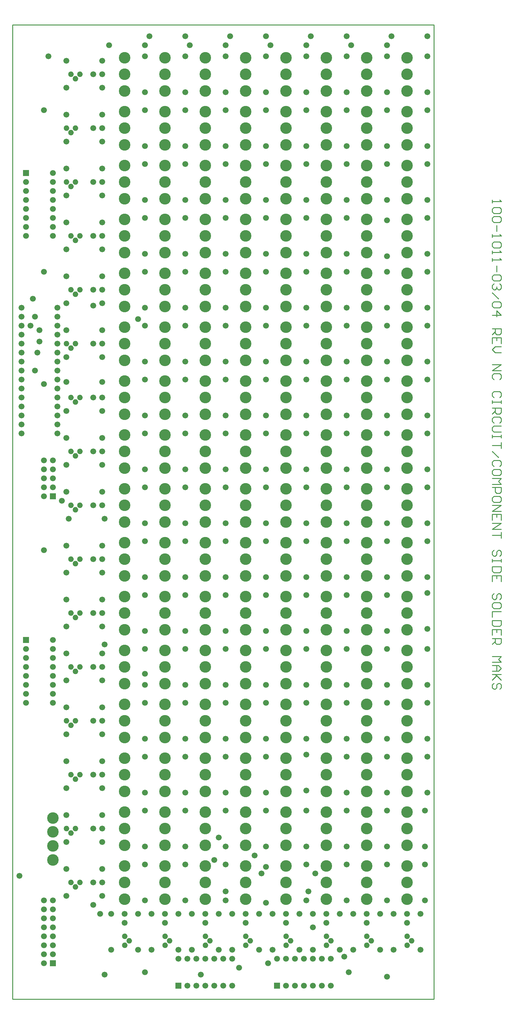
<source format=gbs>
*%FSLAX23Y23*%
*%MOIN*%
G01*
%ADD11C,0.006*%
%ADD12C,0.007*%
%ADD13C,0.008*%
%ADD14C,0.010*%
%ADD15C,0.012*%
%ADD16C,0.030*%
%ADD17C,0.036*%
%ADD18C,0.050*%
%ADD19C,0.050*%
%ADD20C,0.054*%
%ADD21C,0.056*%
%ADD22C,0.060*%
%ADD23C,0.062*%
%ADD24C,0.066*%
%ADD25C,0.070*%
%ADD26C,0.080*%
%ADD27C,0.090*%
%ADD28C,0.125*%
%ADD29C,0.129*%
%ADD30R,0.062X0.062*%
%ADD31R,0.066X0.066*%
D14*
X12464Y11567D02*
Y11600D01*
Y11583D02*
Y11567D01*
Y11583D02*
X12564D01*
X12565D01*
X12564D02*
X12547Y11600D01*
Y11517D02*
X12564Y11500D01*
Y11467D01*
X12547Y11450D01*
X12481D01*
X12464Y11467D01*
Y11500D01*
X12481Y11517D01*
X12547D01*
Y11417D02*
X12564Y11400D01*
Y11367D01*
X12547Y11350D01*
X12481D01*
X12464Y11367D01*
Y11400D01*
X12481Y11417D01*
X12547D01*
X12514Y11317D02*
Y11250D01*
X12464Y11217D02*
Y11183D01*
Y11200D01*
X12564D01*
X12565D01*
X12564D02*
X12547Y11217D01*
Y11133D02*
X12564Y11117D01*
Y11084D01*
X12547Y11067D01*
X12481D01*
X12464Y11084D01*
Y11117D01*
X12481Y11133D01*
X12547D01*
X12464Y11034D02*
Y11000D01*
Y11017D01*
X12564D01*
X12565D01*
X12564D02*
X12547Y11034D01*
X12464Y10950D02*
Y10917D01*
Y10934D01*
X12564D01*
X12565D01*
X12564D02*
X12547Y10950D01*
X12514Y10867D02*
Y10800D01*
X12547Y10767D02*
X12564Y10750D01*
Y10717D01*
X12547Y10700D01*
X12481D01*
X12464Y10717D01*
Y10750D01*
X12481Y10767D01*
X12547D01*
Y10667D02*
X12564Y10650D01*
Y10617D01*
X12547Y10600D01*
X12531D01*
X12532D01*
X12531D02*
X12532D01*
X12531D02*
X12532D01*
X12531D02*
X12514Y10617D01*
Y10634D01*
Y10617D01*
X12497Y10600D01*
X12481D01*
X12464Y10617D01*
Y10650D01*
X12481Y10667D01*
X12464Y10567D02*
X12531Y10500D01*
X12547Y10467D02*
X12564Y10450D01*
Y10417D01*
X12547Y10400D01*
X12481D01*
X12464Y10417D01*
Y10450D01*
X12481Y10467D01*
X12547D01*
X12564Y10317D02*
X12464D01*
X12514Y10367D02*
X12564Y10317D01*
X12514Y10300D02*
Y10367D01*
X12464Y10167D02*
X12564D01*
Y10117D01*
X12547Y10100D01*
X12514D01*
X12497Y10117D01*
Y10167D01*
Y10134D02*
X12464Y10100D01*
X12564Y10067D02*
Y10001D01*
Y10067D02*
X12464D01*
Y10001D01*
X12514Y10034D02*
Y10067D01*
X12497Y9967D02*
X12564D01*
X12497D02*
X12464Y9934D01*
X12497Y9901D01*
X12564D01*
Y9767D02*
X12464D01*
Y9701D02*
X12564Y9767D01*
Y9701D02*
X12464D01*
X12547Y9601D02*
X12564Y9617D01*
Y9651D01*
X12547Y9667D01*
X12481D01*
X12464Y9651D01*
Y9617D01*
X12481Y9601D01*
X12564Y9417D02*
X12547Y9401D01*
X12564Y9417D02*
Y9451D01*
X12547Y9467D01*
X12481D01*
X12464Y9451D01*
Y9417D01*
X12481Y9401D01*
X12564Y9367D02*
Y9334D01*
Y9351D01*
X12464D01*
Y9367D01*
Y9334D01*
Y9284D02*
X12564D01*
Y9234D01*
X12547Y9217D01*
X12514D01*
X12497Y9234D01*
Y9284D01*
Y9251D02*
X12464Y9217D01*
X12547Y9117D02*
X12564Y9134D01*
Y9167D01*
X12547Y9184D01*
X12481D01*
X12464Y9167D01*
Y9134D01*
X12481Y9117D01*
Y9084D02*
X12564D01*
X12481D02*
X12464Y9067D01*
Y9034D01*
X12481Y9018D01*
X12564D01*
Y8984D02*
Y8951D01*
Y8968D01*
X12464D01*
Y8984D01*
Y8951D01*
X12564Y8901D02*
Y8834D01*
Y8868D01*
X12464D01*
Y8801D02*
X12531Y8734D01*
X12564Y8651D02*
X12547Y8634D01*
X12564Y8651D02*
Y8684D01*
X12547Y8701D01*
X12481D01*
X12464Y8684D01*
Y8651D01*
X12481Y8634D01*
X12564Y8584D02*
Y8551D01*
Y8584D02*
X12547Y8601D01*
X12481D01*
X12464Y8584D01*
Y8551D01*
X12481Y8534D01*
X12547D01*
X12564Y8551D01*
Y8501D02*
X12464D01*
X12531Y8468D02*
X12564Y8501D01*
X12531Y8468D02*
X12564Y8434D01*
X12464D01*
Y8401D02*
X12564D01*
Y8351D01*
X12547Y8334D01*
X12514D01*
X12497Y8351D01*
Y8401D01*
X12564Y8284D02*
Y8251D01*
Y8284D02*
X12547Y8301D01*
X12481D01*
X12464Y8284D01*
Y8251D01*
X12481Y8234D01*
X12547D01*
X12564Y8251D01*
Y8201D02*
X12464D01*
Y8134D02*
X12564Y8201D01*
Y8134D02*
X12464D01*
X12564Y8101D02*
Y8034D01*
Y8101D02*
X12464D01*
Y8034D01*
X12514Y8068D02*
Y8101D01*
X12464Y8001D02*
X12564D01*
X12464Y7935D01*
X12564D01*
Y7901D02*
Y7835D01*
Y7868D01*
X12464D01*
X12564Y7651D02*
X12547Y7635D01*
X12564Y7651D02*
Y7685D01*
X12547Y7701D01*
X12531D01*
X12514Y7685D01*
Y7651D01*
X12497Y7635D01*
X12481D01*
X12464Y7651D01*
Y7685D01*
X12481Y7701D01*
X12564Y7601D02*
Y7568D01*
Y7585D01*
X12464D01*
Y7601D01*
Y7568D01*
Y7518D02*
X12564D01*
X12464D02*
Y7468D01*
X12481Y7451D01*
X12547D01*
X12564Y7468D01*
Y7518D01*
Y7418D02*
Y7351D01*
Y7418D02*
X12464D01*
Y7351D01*
X12514Y7385D02*
Y7418D01*
X12564Y7168D02*
X12547Y7151D01*
X12564Y7168D02*
Y7201D01*
X12547Y7218D01*
X12531D01*
X12514Y7201D01*
Y7168D01*
X12497Y7151D01*
X12481D01*
X12464Y7168D01*
Y7201D01*
X12481Y7218D01*
X12564Y7101D02*
Y7068D01*
Y7101D02*
X12547Y7118D01*
X12481D01*
X12464Y7101D01*
Y7068D01*
X12481Y7051D01*
X12547D01*
X12564Y7068D01*
Y7018D02*
X12464D01*
Y6952D01*
Y6918D02*
X12564D01*
X12464D02*
Y6868D01*
X12481Y6852D01*
X12547D01*
X12564Y6868D01*
Y6918D01*
Y6818D02*
Y6752D01*
Y6818D02*
X12464D01*
Y6752D01*
X12514Y6785D02*
Y6818D01*
X12464Y6718D02*
X12564D01*
Y6668D01*
X12547Y6652D01*
X12514D01*
X12497Y6668D01*
Y6718D01*
Y6685D02*
X12464Y6652D01*
Y6518D02*
X12564D01*
X12531Y6485D01*
X12564Y6452D01*
X12464D01*
Y6418D02*
X12531D01*
X12564Y6385D01*
X12531Y6352D01*
X12464D01*
X12514D01*
Y6418D01*
X12464Y6318D02*
X12564D01*
X12497D02*
X12464D01*
X12497D02*
X12564Y6252D01*
X12514Y6302D01*
X12464Y6252D01*
X12547Y6152D02*
X12564Y6168D01*
Y6202D01*
X12547Y6218D01*
X12531D01*
X12514Y6202D01*
Y6168D01*
X12497Y6152D01*
X12481D01*
X12464Y6168D01*
Y6202D01*
X12481Y6218D01*
X7114Y2700D02*
Y13550D01*
Y2700D02*
X11814D01*
Y13550D01*
X7114D01*
D15*
X7740Y4000D02*
X7742D01*
X7740D02*
X7741Y3997D01*
X7741Y3995D01*
X7742Y3992D01*
X7743Y3989D01*
X7744Y3987D01*
X7746Y3985D01*
X7748Y3983D01*
X7750Y3981D01*
X7752Y3980D01*
X7755Y3978D01*
X7757Y3977D01*
X7760Y3977D01*
X7763Y3977D01*
X7765D01*
X7768Y3977D01*
X7771Y3977D01*
X7773Y3978D01*
X7776Y3980D01*
X7778Y3981D01*
X7780Y3983D01*
X7782Y3985D01*
X7784Y3987D01*
X7785Y3989D01*
X7786Y3992D01*
X7787Y3995D01*
X7787Y3997D01*
X7788Y4000D01*
X7788D01*
X7788D02*
X7787Y4003D01*
X7787Y4005D01*
X7786Y4008D01*
X7785Y4011D01*
X7784Y4013D01*
X7782Y4015D01*
X7780Y4017D01*
X7778Y4019D01*
X7776Y4020D01*
X7773Y4022D01*
X7771Y4023D01*
X7768Y4023D01*
X7765Y4023D01*
X7763D01*
X7760Y4023D01*
X7757Y4023D01*
X7755Y4022D01*
X7752Y4020D01*
X7750Y4019D01*
X7748Y4017D01*
X7746Y4015D01*
X7744Y4013D01*
X7743Y4011D01*
X7742Y4008D01*
X7741Y4005D01*
X7741Y4003D01*
X7740Y4000D01*
X7750D02*
X7752D01*
X7750D02*
X7751Y3998D01*
X7751Y3996D01*
X7752Y3994D01*
X7753Y3992D01*
X7754Y3991D01*
X7756Y3989D01*
X7757Y3988D01*
X7759Y3987D01*
X7761Y3987D01*
X7763Y3987D01*
X7765D01*
X7767Y3987D01*
X7769Y3987D01*
X7771Y3988D01*
X7772Y3989D01*
X7774Y3991D01*
X7775Y3992D01*
X7776Y3994D01*
X7777Y3996D01*
X7777Y3998D01*
X7778Y4000D01*
X7778D01*
X7778D02*
X7777Y4002D01*
X7777Y4004D01*
X7776Y4006D01*
X7775Y4008D01*
X7774Y4009D01*
X7772Y4011D01*
X7771Y4012D01*
X7769Y4013D01*
X7767Y4013D01*
X7765Y4013D01*
X7763D01*
X7761Y4013D01*
X7759Y4013D01*
X7757Y4012D01*
X7756Y4011D01*
X7754Y4009D01*
X7753Y4008D01*
X7752Y4006D01*
X7751Y4004D01*
X7751Y4002D01*
X7750Y4000D01*
X7760D02*
X7762D01*
X7760D02*
X7761Y3999D01*
X7761Y3998D01*
X7762Y3997D01*
X7763Y3997D01*
X7765D01*
X7766Y3997D01*
X7767Y3998D01*
X7767Y3999D01*
X7768Y4000D01*
X7768D01*
X7768D02*
X7767Y4001D01*
X7767Y4002D01*
X7766Y4003D01*
X7765Y4003D01*
X7763D01*
X7762Y4003D01*
X7761Y4002D01*
X7761Y4001D01*
X7760Y4000D01*
X7840D02*
X7842D01*
X7840D02*
X7841Y3997D01*
X7841Y3995D01*
X7842Y3992D01*
X7843Y3989D01*
X7844Y3987D01*
X7846Y3985D01*
X7848Y3983D01*
X7850Y3981D01*
X7852Y3980D01*
X7855Y3978D01*
X7857Y3977D01*
X7860Y3977D01*
X7863Y3977D01*
X7865D01*
X7868Y3977D01*
X7871Y3977D01*
X7873Y3978D01*
X7876Y3980D01*
X7878Y3981D01*
X7880Y3983D01*
X7882Y3985D01*
X7884Y3987D01*
X7885Y3989D01*
X7886Y3992D01*
X7887Y3995D01*
X7887Y3997D01*
X7888Y4000D01*
X7888D01*
X7888D02*
X7887Y4003D01*
X7887Y4005D01*
X7886Y4008D01*
X7885Y4011D01*
X7884Y4013D01*
X7882Y4015D01*
X7880Y4017D01*
X7878Y4019D01*
X7876Y4020D01*
X7873Y4022D01*
X7871Y4023D01*
X7868Y4023D01*
X7865Y4023D01*
X7863D01*
X7860Y4023D01*
X7857Y4023D01*
X7855Y4022D01*
X7852Y4020D01*
X7850Y4019D01*
X7848Y4017D01*
X7846Y4015D01*
X7844Y4013D01*
X7843Y4011D01*
X7842Y4008D01*
X7841Y4005D01*
X7841Y4003D01*
X7840Y4000D01*
X7850D02*
X7852D01*
X7850D02*
X7851Y3998D01*
X7851Y3996D01*
X7852Y3994D01*
X7853Y3992D01*
X7854Y3991D01*
X7856Y3989D01*
X7857Y3988D01*
X7859Y3987D01*
X7861Y3987D01*
X7863Y3987D01*
X7865D01*
X7867Y3987D01*
X7869Y3987D01*
X7871Y3988D01*
X7872Y3989D01*
X7874Y3991D01*
X7875Y3992D01*
X7876Y3994D01*
X7877Y3996D01*
X7877Y3998D01*
X7878Y4000D01*
X7878D01*
X7878D02*
X7877Y4002D01*
X7877Y4004D01*
X7876Y4006D01*
X7875Y4008D01*
X7874Y4009D01*
X7872Y4011D01*
X7871Y4012D01*
X7869Y4013D01*
X7867Y4013D01*
X7865Y4013D01*
X7863D01*
X7861Y4013D01*
X7859Y4013D01*
X7857Y4012D01*
X7856Y4011D01*
X7854Y4009D01*
X7853Y4008D01*
X7852Y4006D01*
X7851Y4004D01*
X7851Y4002D01*
X7850Y4000D01*
X7860D02*
X7862D01*
X7860D02*
X7861Y3999D01*
X7861Y3998D01*
X7862Y3997D01*
X7863Y3997D01*
X7865D01*
X7866Y3997D01*
X7867Y3998D01*
X7867Y3999D01*
X7868Y4000D01*
X7868D01*
X7868D02*
X7867Y4001D01*
X7867Y4002D01*
X7866Y4003D01*
X7865Y4003D01*
X7863D01*
X7862Y4003D01*
X7861Y4002D01*
X7861Y4001D01*
X7860Y4000D01*
X7790Y3950D02*
X7792D01*
X7790D02*
X7791Y3947D01*
X7791Y3945D01*
X7792Y3942D01*
X7793Y3939D01*
X7794Y3937D01*
X7796Y3935D01*
X7798Y3933D01*
X7800Y3931D01*
X7802Y3930D01*
X7805Y3928D01*
X7807Y3927D01*
X7810Y3927D01*
X7813Y3927D01*
X7815D01*
X7818Y3927D01*
X7821Y3927D01*
X7823Y3928D01*
X7826Y3930D01*
X7828Y3931D01*
X7830Y3933D01*
X7832Y3935D01*
X7834Y3937D01*
X7835Y3939D01*
X7836Y3942D01*
X7837Y3945D01*
X7837Y3947D01*
X7838Y3950D01*
X7838D01*
X7838D02*
X7837Y3953D01*
X7837Y3955D01*
X7836Y3958D01*
X7835Y3961D01*
X7834Y3963D01*
X7832Y3965D01*
X7830Y3967D01*
X7828Y3969D01*
X7826Y3970D01*
X7823Y3972D01*
X7821Y3973D01*
X7818Y3973D01*
X7815Y3973D01*
X7813D01*
X7810Y3973D01*
X7807Y3973D01*
X7805Y3972D01*
X7802Y3970D01*
X7800Y3969D01*
X7798Y3967D01*
X7796Y3965D01*
X7794Y3963D01*
X7793Y3961D01*
X7792Y3958D01*
X7791Y3955D01*
X7791Y3953D01*
X7790Y3950D01*
X7800D02*
X7802D01*
X7800D02*
X7801Y3948D01*
X7801Y3946D01*
X7802Y3944D01*
X7803Y3942D01*
X7804Y3941D01*
X7806Y3939D01*
X7807Y3938D01*
X7809Y3937D01*
X7811Y3937D01*
X7813Y3937D01*
X7815D01*
X7817Y3937D01*
X7819Y3937D01*
X7821Y3938D01*
X7822Y3939D01*
X7824Y3941D01*
X7825Y3942D01*
X7826Y3944D01*
X7827Y3946D01*
X7827Y3948D01*
X7828Y3950D01*
X7828D01*
X7828D02*
X7827Y3952D01*
X7827Y3954D01*
X7826Y3956D01*
X7825Y3958D01*
X7824Y3959D01*
X7822Y3961D01*
X7821Y3962D01*
X7819Y3963D01*
X7817Y3963D01*
X7815Y3963D01*
X7813D01*
X7811Y3963D01*
X7809Y3963D01*
X7807Y3962D01*
X7806Y3961D01*
X7804Y3959D01*
X7803Y3958D01*
X7802Y3956D01*
X7801Y3954D01*
X7801Y3952D01*
X7800Y3950D01*
X7810D02*
X7812D01*
X7810D02*
X7811Y3949D01*
X7811Y3948D01*
X7812Y3947D01*
X7813Y3947D01*
X7815D01*
X7816Y3947D01*
X7817Y3948D01*
X7817Y3949D01*
X7818Y3950D01*
X7818D01*
X7818D02*
X7817Y3951D01*
X7817Y3952D01*
X7816Y3953D01*
X7815Y3953D01*
X7813D01*
X7812Y3953D01*
X7811Y3952D01*
X7811Y3951D01*
X7810Y3950D01*
X7740Y5200D02*
X7742D01*
X7740D02*
X7741Y5197D01*
X7741Y5195D01*
X7742Y5192D01*
X7743Y5189D01*
X7744Y5187D01*
X7746Y5185D01*
X7748Y5183D01*
X7750Y5181D01*
X7752Y5180D01*
X7755Y5178D01*
X7757Y5177D01*
X7760Y5177D01*
X7763Y5177D01*
X7765D01*
X7768Y5177D01*
X7771Y5177D01*
X7773Y5178D01*
X7776Y5180D01*
X7778Y5181D01*
X7780Y5183D01*
X7782Y5185D01*
X7784Y5187D01*
X7785Y5189D01*
X7786Y5192D01*
X7787Y5195D01*
X7787Y5197D01*
X7788Y5200D01*
X7788D01*
X7788D02*
X7787Y5203D01*
X7787Y5205D01*
X7786Y5208D01*
X7785Y5211D01*
X7784Y5213D01*
X7782Y5215D01*
X7780Y5217D01*
X7778Y5219D01*
X7776Y5220D01*
X7773Y5222D01*
X7771Y5223D01*
X7768Y5223D01*
X7765Y5223D01*
X7763D01*
X7760Y5223D01*
X7757Y5223D01*
X7755Y5222D01*
X7752Y5220D01*
X7750Y5219D01*
X7748Y5217D01*
X7746Y5215D01*
X7744Y5213D01*
X7743Y5211D01*
X7742Y5208D01*
X7741Y5205D01*
X7741Y5203D01*
X7740Y5200D01*
X7750D02*
X7752D01*
X7750D02*
X7751Y5198D01*
X7751Y5196D01*
X7752Y5194D01*
X7753Y5192D01*
X7754Y5191D01*
X7756Y5189D01*
X7757Y5188D01*
X7759Y5187D01*
X7761Y5187D01*
X7763Y5187D01*
X7765D01*
X7767Y5187D01*
X7769Y5187D01*
X7771Y5188D01*
X7772Y5189D01*
X7774Y5191D01*
X7775Y5192D01*
X7776Y5194D01*
X7777Y5196D01*
X7777Y5198D01*
X7778Y5200D01*
X7778D01*
X7778D02*
X7777Y5202D01*
X7777Y5204D01*
X7776Y5206D01*
X7775Y5208D01*
X7774Y5209D01*
X7772Y5211D01*
X7771Y5212D01*
X7769Y5213D01*
X7767Y5213D01*
X7765Y5213D01*
X7763D01*
X7761Y5213D01*
X7759Y5213D01*
X7757Y5212D01*
X7756Y5211D01*
X7754Y5209D01*
X7753Y5208D01*
X7752Y5206D01*
X7751Y5204D01*
X7751Y5202D01*
X7750Y5200D01*
X7760D02*
X7762D01*
X7760D02*
X7761Y5199D01*
X7761Y5198D01*
X7762Y5197D01*
X7763Y5197D01*
X7765D01*
X7766Y5197D01*
X7767Y5198D01*
X7767Y5199D01*
X7768Y5200D01*
X7768D01*
X7768D02*
X7767Y5201D01*
X7767Y5202D01*
X7766Y5203D01*
X7765Y5203D01*
X7763D01*
X7762Y5203D01*
X7761Y5202D01*
X7761Y5201D01*
X7760Y5200D01*
X7840D02*
X7842D01*
X7840D02*
X7841Y5197D01*
X7841Y5195D01*
X7842Y5192D01*
X7843Y5189D01*
X7844Y5187D01*
X7846Y5185D01*
X7848Y5183D01*
X7850Y5181D01*
X7852Y5180D01*
X7855Y5178D01*
X7857Y5177D01*
X7860Y5177D01*
X7863Y5177D01*
X7865D01*
X7868Y5177D01*
X7871Y5177D01*
X7873Y5178D01*
X7876Y5180D01*
X7878Y5181D01*
X7880Y5183D01*
X7882Y5185D01*
X7884Y5187D01*
X7885Y5189D01*
X7886Y5192D01*
X7887Y5195D01*
X7887Y5197D01*
X7888Y5200D01*
X7888D01*
X7888D02*
X7887Y5203D01*
X7887Y5205D01*
X7886Y5208D01*
X7885Y5211D01*
X7884Y5213D01*
X7882Y5215D01*
X7880Y5217D01*
X7878Y5219D01*
X7876Y5220D01*
X7873Y5222D01*
X7871Y5223D01*
X7868Y5223D01*
X7865Y5223D01*
X7863D01*
X7860Y5223D01*
X7857Y5223D01*
X7855Y5222D01*
X7852Y5220D01*
X7850Y5219D01*
X7848Y5217D01*
X7846Y5215D01*
X7844Y5213D01*
X7843Y5211D01*
X7842Y5208D01*
X7841Y5205D01*
X7841Y5203D01*
X7840Y5200D01*
X7850D02*
X7852D01*
X7850D02*
X7851Y5198D01*
X7851Y5196D01*
X7852Y5194D01*
X7853Y5192D01*
X7854Y5191D01*
X7856Y5189D01*
X7857Y5188D01*
X7859Y5187D01*
X7861Y5187D01*
X7863Y5187D01*
X7865D01*
X7867Y5187D01*
X7869Y5187D01*
X7871Y5188D01*
X7872Y5189D01*
X7874Y5191D01*
X7875Y5192D01*
X7876Y5194D01*
X7877Y5196D01*
X7877Y5198D01*
X7878Y5200D01*
X7878D01*
X7878D02*
X7877Y5202D01*
X7877Y5204D01*
X7876Y5206D01*
X7875Y5208D01*
X7874Y5209D01*
X7872Y5211D01*
X7871Y5212D01*
X7869Y5213D01*
X7867Y5213D01*
X7865Y5213D01*
X7863D01*
X7861Y5213D01*
X7859Y5213D01*
X7857Y5212D01*
X7856Y5211D01*
X7854Y5209D01*
X7853Y5208D01*
X7852Y5206D01*
X7851Y5204D01*
X7851Y5202D01*
X7850Y5200D01*
X7860D02*
X7862D01*
X7860D02*
X7861Y5199D01*
X7861Y5198D01*
X7862Y5197D01*
X7863Y5197D01*
X7865D01*
X7866Y5197D01*
X7867Y5198D01*
X7867Y5199D01*
X7868Y5200D01*
X7868D01*
X7868D02*
X7867Y5201D01*
X7867Y5202D01*
X7866Y5203D01*
X7865Y5203D01*
X7863D01*
X7862Y5203D01*
X7861Y5202D01*
X7861Y5201D01*
X7860Y5200D01*
X7790Y5150D02*
X7792D01*
X7790D02*
X7791Y5147D01*
X7791Y5145D01*
X7792Y5142D01*
X7793Y5139D01*
X7794Y5137D01*
X7796Y5135D01*
X7798Y5133D01*
X7800Y5131D01*
X7802Y5130D01*
X7805Y5128D01*
X7807Y5127D01*
X7810Y5127D01*
X7813Y5127D01*
X7815D01*
X7818Y5127D01*
X7821Y5127D01*
X7823Y5128D01*
X7826Y5130D01*
X7828Y5131D01*
X7830Y5133D01*
X7832Y5135D01*
X7834Y5137D01*
X7835Y5139D01*
X7836Y5142D01*
X7837Y5145D01*
X7837Y5147D01*
X7838Y5150D01*
X7838D01*
X7838D02*
X7837Y5153D01*
X7837Y5155D01*
X7836Y5158D01*
X7835Y5161D01*
X7834Y5163D01*
X7832Y5165D01*
X7830Y5167D01*
X7828Y5169D01*
X7826Y5170D01*
X7823Y5172D01*
X7821Y5173D01*
X7818Y5173D01*
X7815Y5173D01*
X7813D01*
X7810Y5173D01*
X7807Y5173D01*
X7805Y5172D01*
X7802Y5170D01*
X7800Y5169D01*
X7798Y5167D01*
X7796Y5165D01*
X7794Y5163D01*
X7793Y5161D01*
X7792Y5158D01*
X7791Y5155D01*
X7791Y5153D01*
X7790Y5150D01*
X7800D02*
X7802D01*
X7800D02*
X7801Y5148D01*
X7801Y5146D01*
X7802Y5144D01*
X7803Y5142D01*
X7804Y5141D01*
X7806Y5139D01*
X7807Y5138D01*
X7809Y5137D01*
X7811Y5137D01*
X7813Y5137D01*
X7815D01*
X7817Y5137D01*
X7819Y5137D01*
X7821Y5138D01*
X7822Y5139D01*
X7824Y5141D01*
X7825Y5142D01*
X7826Y5144D01*
X7827Y5146D01*
X7827Y5148D01*
X7828Y5150D01*
X7828D01*
X7828D02*
X7827Y5152D01*
X7827Y5154D01*
X7826Y5156D01*
X7825Y5158D01*
X7824Y5159D01*
X7822Y5161D01*
X7821Y5162D01*
X7819Y5163D01*
X7817Y5163D01*
X7815Y5163D01*
X7813D01*
X7811Y5163D01*
X7809Y5163D01*
X7807Y5162D01*
X7806Y5161D01*
X7804Y5159D01*
X7803Y5158D01*
X7802Y5156D01*
X7801Y5154D01*
X7801Y5152D01*
X7800Y5150D01*
X7810D02*
X7812D01*
X7810D02*
X7811Y5149D01*
X7811Y5148D01*
X7812Y5147D01*
X7813Y5147D01*
X7815D01*
X7816Y5147D01*
X7817Y5148D01*
X7817Y5149D01*
X7818Y5150D01*
X7818D01*
X7818D02*
X7817Y5151D01*
X7817Y5152D01*
X7816Y5153D01*
X7815Y5153D01*
X7813D01*
X7812Y5153D01*
X7811Y5152D01*
X7811Y5151D01*
X7810Y5150D01*
X7690Y4600D02*
X7692D01*
X7690D02*
X7691Y4597D01*
X7691Y4595D01*
X7692Y4592D01*
X7693Y4589D01*
X7694Y4587D01*
X7696Y4585D01*
X7698Y4583D01*
X7700Y4581D01*
X7702Y4580D01*
X7705Y4578D01*
X7707Y4577D01*
X7710Y4577D01*
X7713Y4577D01*
X7715D01*
X7718Y4577D01*
X7721Y4577D01*
X7723Y4578D01*
X7726Y4580D01*
X7728Y4581D01*
X7730Y4583D01*
X7732Y4585D01*
X7734Y4587D01*
X7735Y4589D01*
X7736Y4592D01*
X7737Y4595D01*
X7737Y4597D01*
X7738Y4600D01*
X7738D01*
X7738D02*
X7737Y4603D01*
X7737Y4605D01*
X7736Y4608D01*
X7735Y4611D01*
X7734Y4613D01*
X7732Y4615D01*
X7730Y4617D01*
X7728Y4619D01*
X7726Y4620D01*
X7723Y4622D01*
X7721Y4623D01*
X7718Y4623D01*
X7715Y4623D01*
X7713D01*
X7710Y4623D01*
X7707Y4623D01*
X7705Y4622D01*
X7702Y4620D01*
X7700Y4619D01*
X7698Y4617D01*
X7696Y4615D01*
X7694Y4613D01*
X7693Y4611D01*
X7692Y4608D01*
X7691Y4605D01*
X7691Y4603D01*
X7690Y4600D01*
X7700D02*
X7702D01*
X7700D02*
X7701Y4598D01*
X7701Y4596D01*
X7702Y4594D01*
X7703Y4592D01*
X7704Y4591D01*
X7706Y4589D01*
X7707Y4588D01*
X7709Y4587D01*
X7711Y4587D01*
X7713Y4587D01*
X7715D01*
X7717Y4587D01*
X7719Y4587D01*
X7721Y4588D01*
X7722Y4589D01*
X7724Y4591D01*
X7725Y4592D01*
X7726Y4594D01*
X7727Y4596D01*
X7727Y4598D01*
X7728Y4600D01*
X7728D01*
X7728D02*
X7727Y4602D01*
X7727Y4604D01*
X7726Y4606D01*
X7725Y4608D01*
X7724Y4609D01*
X7722Y4611D01*
X7721Y4612D01*
X7719Y4613D01*
X7717Y4613D01*
X7715Y4613D01*
X7713D01*
X7711Y4613D01*
X7709Y4613D01*
X7707Y4612D01*
X7706Y4611D01*
X7704Y4609D01*
X7703Y4608D01*
X7702Y4606D01*
X7701Y4604D01*
X7701Y4602D01*
X7700Y4600D01*
X7710D02*
X7712D01*
X7710D02*
X7711Y4599D01*
X7711Y4598D01*
X7712Y4597D01*
X7713Y4597D01*
X7715D01*
X7716Y4597D01*
X7717Y4598D01*
X7717Y4599D01*
X7718Y4600D01*
X7718D01*
X7718D02*
X7717Y4601D01*
X7717Y4602D01*
X7716Y4603D01*
X7715Y4603D01*
X7713D01*
X7712Y4603D01*
X7711Y4602D01*
X7711Y4601D01*
X7710Y4600D01*
X7790D02*
X7792D01*
X7790D02*
X7791Y4597D01*
X7791Y4595D01*
X7792Y4592D01*
X7793Y4589D01*
X7794Y4587D01*
X7796Y4585D01*
X7798Y4583D01*
X7800Y4581D01*
X7802Y4580D01*
X7805Y4578D01*
X7807Y4577D01*
X7810Y4577D01*
X7813Y4577D01*
X7815D01*
X7818Y4577D01*
X7821Y4577D01*
X7823Y4578D01*
X7826Y4580D01*
X7828Y4581D01*
X7830Y4583D01*
X7832Y4585D01*
X7834Y4587D01*
X7835Y4589D01*
X7836Y4592D01*
X7837Y4595D01*
X7837Y4597D01*
X7838Y4600D01*
X7838D01*
X7838D02*
X7837Y4603D01*
X7837Y4605D01*
X7836Y4608D01*
X7835Y4611D01*
X7834Y4613D01*
X7832Y4615D01*
X7830Y4617D01*
X7828Y4619D01*
X7826Y4620D01*
X7823Y4622D01*
X7821Y4623D01*
X7818Y4623D01*
X7815Y4623D01*
X7813D01*
X7810Y4623D01*
X7807Y4623D01*
X7805Y4622D01*
X7802Y4620D01*
X7800Y4619D01*
X7798Y4617D01*
X7796Y4615D01*
X7794Y4613D01*
X7793Y4611D01*
X7792Y4608D01*
X7791Y4605D01*
X7791Y4603D01*
X7790Y4600D01*
X7800D02*
X7802D01*
X7800D02*
X7801Y4598D01*
X7801Y4596D01*
X7802Y4594D01*
X7803Y4592D01*
X7804Y4591D01*
X7806Y4589D01*
X7807Y4588D01*
X7809Y4587D01*
X7811Y4587D01*
X7813Y4587D01*
X7815D01*
X7817Y4587D01*
X7819Y4587D01*
X7821Y4588D01*
X7822Y4589D01*
X7824Y4591D01*
X7825Y4592D01*
X7826Y4594D01*
X7827Y4596D01*
X7827Y4598D01*
X7828Y4600D01*
X7828D01*
X7828D02*
X7827Y4602D01*
X7827Y4604D01*
X7826Y4606D01*
X7825Y4608D01*
X7824Y4609D01*
X7822Y4611D01*
X7821Y4612D01*
X7819Y4613D01*
X7817Y4613D01*
X7815Y4613D01*
X7813D01*
X7811Y4613D01*
X7809Y4613D01*
X7807Y4612D01*
X7806Y4611D01*
X7804Y4609D01*
X7803Y4608D01*
X7802Y4606D01*
X7801Y4604D01*
X7801Y4602D01*
X7800Y4600D01*
X7810D02*
X7812D01*
X7810D02*
X7811Y4599D01*
X7811Y4598D01*
X7812Y4597D01*
X7813Y4597D01*
X7815D01*
X7816Y4597D01*
X7817Y4598D01*
X7817Y4599D01*
X7818Y4600D01*
X7818D01*
X7818D02*
X7817Y4601D01*
X7817Y4602D01*
X7816Y4603D01*
X7815Y4603D01*
X7813D01*
X7812Y4603D01*
X7811Y4602D01*
X7811Y4601D01*
X7810Y4600D01*
X7740Y4550D02*
X7742D01*
X7740D02*
X7741Y4547D01*
X7741Y4545D01*
X7742Y4542D01*
X7743Y4539D01*
X7744Y4537D01*
X7746Y4535D01*
X7748Y4533D01*
X7750Y4531D01*
X7752Y4530D01*
X7755Y4528D01*
X7757Y4527D01*
X7760Y4527D01*
X7763Y4527D01*
X7765D01*
X7768Y4527D01*
X7771Y4527D01*
X7773Y4528D01*
X7776Y4530D01*
X7778Y4531D01*
X7780Y4533D01*
X7782Y4535D01*
X7784Y4537D01*
X7785Y4539D01*
X7786Y4542D01*
X7787Y4545D01*
X7787Y4547D01*
X7788Y4550D01*
X7788D01*
X7788D02*
X7787Y4553D01*
X7787Y4555D01*
X7786Y4558D01*
X7785Y4561D01*
X7784Y4563D01*
X7782Y4565D01*
X7780Y4567D01*
X7778Y4569D01*
X7776Y4570D01*
X7773Y4572D01*
X7771Y4573D01*
X7768Y4573D01*
X7765Y4573D01*
X7763D01*
X7760Y4573D01*
X7757Y4573D01*
X7755Y4572D01*
X7752Y4570D01*
X7750Y4569D01*
X7748Y4567D01*
X7746Y4565D01*
X7744Y4563D01*
X7743Y4561D01*
X7742Y4558D01*
X7741Y4555D01*
X7741Y4553D01*
X7740Y4550D01*
X7750D02*
X7752D01*
X7750D02*
X7751Y4548D01*
X7751Y4546D01*
X7752Y4544D01*
X7753Y4542D01*
X7754Y4541D01*
X7756Y4539D01*
X7757Y4538D01*
X7759Y4537D01*
X7761Y4537D01*
X7763Y4537D01*
X7765D01*
X7767Y4537D01*
X7769Y4537D01*
X7771Y4538D01*
X7772Y4539D01*
X7774Y4541D01*
X7775Y4542D01*
X7776Y4544D01*
X7777Y4546D01*
X7777Y4548D01*
X7778Y4550D01*
X7778D01*
X7778D02*
X7777Y4552D01*
X7777Y4554D01*
X7776Y4556D01*
X7775Y4558D01*
X7774Y4559D01*
X7772Y4561D01*
X7771Y4562D01*
X7769Y4563D01*
X7767Y4563D01*
X7765Y4563D01*
X7763D01*
X7761Y4563D01*
X7759Y4563D01*
X7757Y4562D01*
X7756Y4561D01*
X7754Y4559D01*
X7753Y4558D01*
X7752Y4556D01*
X7751Y4554D01*
X7751Y4552D01*
X7750Y4550D01*
X7760D02*
X7762D01*
X7760D02*
X7761Y4549D01*
X7761Y4548D01*
X7762Y4547D01*
X7763Y4547D01*
X7765D01*
X7766Y4547D01*
X7767Y4548D01*
X7767Y4549D01*
X7768Y4550D01*
X7768D01*
X7768D02*
X7767Y4551D01*
X7767Y4552D01*
X7766Y4553D01*
X7765Y4553D01*
X7763D01*
X7762Y4553D01*
X7761Y4552D01*
X7761Y4551D01*
X7760Y4550D01*
X7690Y5800D02*
X7692D01*
X7690D02*
X7691Y5797D01*
X7691Y5795D01*
X7692Y5792D01*
X7693Y5789D01*
X7694Y5787D01*
X7696Y5785D01*
X7698Y5783D01*
X7700Y5781D01*
X7702Y5780D01*
X7705Y5778D01*
X7707Y5777D01*
X7710Y5777D01*
X7713Y5777D01*
X7715D01*
X7718Y5777D01*
X7721Y5777D01*
X7723Y5778D01*
X7726Y5780D01*
X7728Y5781D01*
X7730Y5783D01*
X7732Y5785D01*
X7734Y5787D01*
X7735Y5789D01*
X7736Y5792D01*
X7737Y5795D01*
X7737Y5797D01*
X7738Y5800D01*
X7738D01*
X7738D02*
X7737Y5803D01*
X7737Y5805D01*
X7736Y5808D01*
X7735Y5811D01*
X7734Y5813D01*
X7732Y5815D01*
X7730Y5817D01*
X7728Y5819D01*
X7726Y5820D01*
X7723Y5822D01*
X7721Y5823D01*
X7718Y5823D01*
X7715Y5823D01*
X7713D01*
X7710Y5823D01*
X7707Y5823D01*
X7705Y5822D01*
X7702Y5820D01*
X7700Y5819D01*
X7698Y5817D01*
X7696Y5815D01*
X7694Y5813D01*
X7693Y5811D01*
X7692Y5808D01*
X7691Y5805D01*
X7691Y5803D01*
X7690Y5800D01*
X7700D02*
X7702D01*
X7700D02*
X7701Y5798D01*
X7701Y5796D01*
X7702Y5794D01*
X7703Y5792D01*
X7704Y5791D01*
X7706Y5789D01*
X7707Y5788D01*
X7709Y5787D01*
X7711Y5787D01*
X7713Y5787D01*
X7715D01*
X7717Y5787D01*
X7719Y5787D01*
X7721Y5788D01*
X7722Y5789D01*
X7724Y5791D01*
X7725Y5792D01*
X7726Y5794D01*
X7727Y5796D01*
X7727Y5798D01*
X7728Y5800D01*
X7728D01*
X7728D02*
X7727Y5802D01*
X7727Y5804D01*
X7726Y5806D01*
X7725Y5808D01*
X7724Y5809D01*
X7722Y5811D01*
X7721Y5812D01*
X7719Y5813D01*
X7717Y5813D01*
X7715Y5813D01*
X7713D01*
X7711Y5813D01*
X7709Y5813D01*
X7707Y5812D01*
X7706Y5811D01*
X7704Y5809D01*
X7703Y5808D01*
X7702Y5806D01*
X7701Y5804D01*
X7701Y5802D01*
X7700Y5800D01*
X7710D02*
X7712D01*
X7710D02*
X7711Y5799D01*
X7711Y5798D01*
X7712Y5797D01*
X7713Y5797D01*
X7715D01*
X7716Y5797D01*
X7717Y5798D01*
X7717Y5799D01*
X7718Y5800D01*
X7718D01*
X7718D02*
X7717Y5801D01*
X7717Y5802D01*
X7716Y5803D01*
X7715Y5803D01*
X7713D01*
X7712Y5803D01*
X7711Y5802D01*
X7711Y5801D01*
X7710Y5800D01*
X7790D02*
X7792D01*
X7790D02*
X7791Y5797D01*
X7791Y5795D01*
X7792Y5792D01*
X7793Y5789D01*
X7794Y5787D01*
X7796Y5785D01*
X7798Y5783D01*
X7800Y5781D01*
X7802Y5780D01*
X7805Y5778D01*
X7807Y5777D01*
X7810Y5777D01*
X7813Y5777D01*
X7815D01*
X7818Y5777D01*
X7821Y5777D01*
X7823Y5778D01*
X7826Y5780D01*
X7828Y5781D01*
X7830Y5783D01*
X7832Y5785D01*
X7834Y5787D01*
X7835Y5789D01*
X7836Y5792D01*
X7837Y5795D01*
X7837Y5797D01*
X7838Y5800D01*
X7838D01*
X7838D02*
X7837Y5803D01*
X7837Y5805D01*
X7836Y5808D01*
X7835Y5811D01*
X7834Y5813D01*
X7832Y5815D01*
X7830Y5817D01*
X7828Y5819D01*
X7826Y5820D01*
X7823Y5822D01*
X7821Y5823D01*
X7818Y5823D01*
X7815Y5823D01*
X7813D01*
X7810Y5823D01*
X7807Y5823D01*
X7805Y5822D01*
X7802Y5820D01*
X7800Y5819D01*
X7798Y5817D01*
X7796Y5815D01*
X7794Y5813D01*
X7793Y5811D01*
X7792Y5808D01*
X7791Y5805D01*
X7791Y5803D01*
X7790Y5800D01*
X7800D02*
X7802D01*
X7800D02*
X7801Y5798D01*
X7801Y5796D01*
X7802Y5794D01*
X7803Y5792D01*
X7804Y5791D01*
X7806Y5789D01*
X7807Y5788D01*
X7809Y5787D01*
X7811Y5787D01*
X7813Y5787D01*
X7815D01*
X7817Y5787D01*
X7819Y5787D01*
X7821Y5788D01*
X7822Y5789D01*
X7824Y5791D01*
X7825Y5792D01*
X7826Y5794D01*
X7827Y5796D01*
X7827Y5798D01*
X7828Y5800D01*
X7828D01*
X7828D02*
X7827Y5802D01*
X7827Y5804D01*
X7826Y5806D01*
X7825Y5808D01*
X7824Y5809D01*
X7822Y5811D01*
X7821Y5812D01*
X7819Y5813D01*
X7817Y5813D01*
X7815Y5813D01*
X7813D01*
X7811Y5813D01*
X7809Y5813D01*
X7807Y5812D01*
X7806Y5811D01*
X7804Y5809D01*
X7803Y5808D01*
X7802Y5806D01*
X7801Y5804D01*
X7801Y5802D01*
X7800Y5800D01*
X7810D02*
X7812D01*
X7810D02*
X7811Y5799D01*
X7811Y5798D01*
X7812Y5797D01*
X7813Y5797D01*
X7815D01*
X7816Y5797D01*
X7817Y5798D01*
X7817Y5799D01*
X7818Y5800D01*
X7818D01*
X7818D02*
X7817Y5801D01*
X7817Y5802D01*
X7816Y5803D01*
X7815Y5803D01*
X7813D01*
X7812Y5803D01*
X7811Y5802D01*
X7811Y5801D01*
X7810Y5800D01*
X7740Y5750D02*
X7742D01*
X7740D02*
X7741Y5747D01*
X7741Y5745D01*
X7742Y5742D01*
X7743Y5739D01*
X7744Y5737D01*
X7746Y5735D01*
X7748Y5733D01*
X7750Y5731D01*
X7752Y5730D01*
X7755Y5728D01*
X7757Y5727D01*
X7760Y5727D01*
X7763Y5727D01*
X7765D01*
X7768Y5727D01*
X7771Y5727D01*
X7773Y5728D01*
X7776Y5730D01*
X7778Y5731D01*
X7780Y5733D01*
X7782Y5735D01*
X7784Y5737D01*
X7785Y5739D01*
X7786Y5742D01*
X7787Y5745D01*
X7787Y5747D01*
X7788Y5750D01*
X7788D01*
X7788D02*
X7787Y5753D01*
X7787Y5755D01*
X7786Y5758D01*
X7785Y5761D01*
X7784Y5763D01*
X7782Y5765D01*
X7780Y5767D01*
X7778Y5769D01*
X7776Y5770D01*
X7773Y5772D01*
X7771Y5773D01*
X7768Y5773D01*
X7765Y5773D01*
X7763D01*
X7760Y5773D01*
X7757Y5773D01*
X7755Y5772D01*
X7752Y5770D01*
X7750Y5769D01*
X7748Y5767D01*
X7746Y5765D01*
X7744Y5763D01*
X7743Y5761D01*
X7742Y5758D01*
X7741Y5755D01*
X7741Y5753D01*
X7740Y5750D01*
X7750D02*
X7752D01*
X7750D02*
X7751Y5748D01*
X7751Y5746D01*
X7752Y5744D01*
X7753Y5742D01*
X7754Y5741D01*
X7756Y5739D01*
X7757Y5738D01*
X7759Y5737D01*
X7761Y5737D01*
X7763Y5737D01*
X7765D01*
X7767Y5737D01*
X7769Y5737D01*
X7771Y5738D01*
X7772Y5739D01*
X7774Y5741D01*
X7775Y5742D01*
X7776Y5744D01*
X7777Y5746D01*
X7777Y5748D01*
X7778Y5750D01*
X7778D01*
X7778D02*
X7777Y5752D01*
X7777Y5754D01*
X7776Y5756D01*
X7775Y5758D01*
X7774Y5759D01*
X7772Y5761D01*
X7771Y5762D01*
X7769Y5763D01*
X7767Y5763D01*
X7765Y5763D01*
X7763D01*
X7761Y5763D01*
X7759Y5763D01*
X7757Y5762D01*
X7756Y5761D01*
X7754Y5759D01*
X7753Y5758D01*
X7752Y5756D01*
X7751Y5754D01*
X7751Y5752D01*
X7750Y5750D01*
X7760D02*
X7762D01*
X7760D02*
X7761Y5749D01*
X7761Y5748D01*
X7762Y5747D01*
X7763Y5747D01*
X7765D01*
X7766Y5747D01*
X7767Y5748D01*
X7767Y5749D01*
X7768Y5750D01*
X7768D01*
X7768D02*
X7767Y5751D01*
X7767Y5752D01*
X7766Y5753D01*
X7765Y5753D01*
X7763D01*
X7762Y5753D01*
X7761Y5752D01*
X7761Y5751D01*
X7760Y5750D01*
X7740Y7600D02*
X7742D01*
X7740D02*
X7741Y7597D01*
X7741Y7595D01*
X7742Y7592D01*
X7743Y7589D01*
X7744Y7587D01*
X7746Y7585D01*
X7748Y7583D01*
X7750Y7581D01*
X7752Y7580D01*
X7755Y7578D01*
X7757Y7577D01*
X7760Y7577D01*
X7763Y7577D01*
X7765D01*
X7768Y7577D01*
X7771Y7577D01*
X7773Y7578D01*
X7776Y7580D01*
X7778Y7581D01*
X7780Y7583D01*
X7782Y7585D01*
X7784Y7587D01*
X7785Y7589D01*
X7786Y7592D01*
X7787Y7595D01*
X7787Y7597D01*
X7788Y7600D01*
X7788D01*
X7788D02*
X7787Y7603D01*
X7787Y7605D01*
X7786Y7608D01*
X7785Y7611D01*
X7784Y7613D01*
X7782Y7615D01*
X7780Y7617D01*
X7778Y7619D01*
X7776Y7620D01*
X7773Y7622D01*
X7771Y7623D01*
X7768Y7623D01*
X7765Y7623D01*
X7763D01*
X7760Y7623D01*
X7757Y7623D01*
X7755Y7622D01*
X7752Y7620D01*
X7750Y7619D01*
X7748Y7617D01*
X7746Y7615D01*
X7744Y7613D01*
X7743Y7611D01*
X7742Y7608D01*
X7741Y7605D01*
X7741Y7603D01*
X7740Y7600D01*
X7750D02*
X7752D01*
X7750D02*
X7751Y7598D01*
X7751Y7596D01*
X7752Y7594D01*
X7753Y7592D01*
X7754Y7591D01*
X7756Y7589D01*
X7757Y7588D01*
X7759Y7587D01*
X7761Y7587D01*
X7763Y7587D01*
X7765D01*
X7767Y7587D01*
X7769Y7587D01*
X7771Y7588D01*
X7772Y7589D01*
X7774Y7591D01*
X7775Y7592D01*
X7776Y7594D01*
X7777Y7596D01*
X7777Y7598D01*
X7778Y7600D01*
X7778D01*
X7778D02*
X7777Y7602D01*
X7777Y7604D01*
X7776Y7606D01*
X7775Y7608D01*
X7774Y7609D01*
X7772Y7611D01*
X7771Y7612D01*
X7769Y7613D01*
X7767Y7613D01*
X7765Y7613D01*
X7763D01*
X7761Y7613D01*
X7759Y7613D01*
X7757Y7612D01*
X7756Y7611D01*
X7754Y7609D01*
X7753Y7608D01*
X7752Y7606D01*
X7751Y7604D01*
X7751Y7602D01*
X7750Y7600D01*
X7760D02*
X7762D01*
X7760D02*
X7761Y7599D01*
X7761Y7598D01*
X7762Y7597D01*
X7763Y7597D01*
X7765D01*
X7766Y7597D01*
X7767Y7598D01*
X7767Y7599D01*
X7768Y7600D01*
X7768D01*
X7768D02*
X7767Y7601D01*
X7767Y7602D01*
X7766Y7603D01*
X7765Y7603D01*
X7763D01*
X7762Y7603D01*
X7761Y7602D01*
X7761Y7601D01*
X7760Y7600D01*
X7840D02*
X7842D01*
X7840D02*
X7841Y7597D01*
X7841Y7595D01*
X7842Y7592D01*
X7843Y7589D01*
X7844Y7587D01*
X7846Y7585D01*
X7848Y7583D01*
X7850Y7581D01*
X7852Y7580D01*
X7855Y7578D01*
X7857Y7577D01*
X7860Y7577D01*
X7863Y7577D01*
X7865D01*
X7868Y7577D01*
X7871Y7577D01*
X7873Y7578D01*
X7876Y7580D01*
X7878Y7581D01*
X7880Y7583D01*
X7882Y7585D01*
X7884Y7587D01*
X7885Y7589D01*
X7886Y7592D01*
X7887Y7595D01*
X7887Y7597D01*
X7888Y7600D01*
X7888D01*
X7888D02*
X7887Y7603D01*
X7887Y7605D01*
X7886Y7608D01*
X7885Y7611D01*
X7884Y7613D01*
X7882Y7615D01*
X7880Y7617D01*
X7878Y7619D01*
X7876Y7620D01*
X7873Y7622D01*
X7871Y7623D01*
X7868Y7623D01*
X7865Y7623D01*
X7863D01*
X7860Y7623D01*
X7857Y7623D01*
X7855Y7622D01*
X7852Y7620D01*
X7850Y7619D01*
X7848Y7617D01*
X7846Y7615D01*
X7844Y7613D01*
X7843Y7611D01*
X7842Y7608D01*
X7841Y7605D01*
X7841Y7603D01*
X7840Y7600D01*
X7850D02*
X7852D01*
X7850D02*
X7851Y7598D01*
X7851Y7596D01*
X7852Y7594D01*
X7853Y7592D01*
X7854Y7591D01*
X7856Y7589D01*
X7857Y7588D01*
X7859Y7587D01*
X7861Y7587D01*
X7863Y7587D01*
X7865D01*
X7867Y7587D01*
X7869Y7587D01*
X7871Y7588D01*
X7872Y7589D01*
X7874Y7591D01*
X7875Y7592D01*
X7876Y7594D01*
X7877Y7596D01*
X7877Y7598D01*
X7878Y7600D01*
X7878D01*
X7878D02*
X7877Y7602D01*
X7877Y7604D01*
X7876Y7606D01*
X7875Y7608D01*
X7874Y7609D01*
X7872Y7611D01*
X7871Y7612D01*
X7869Y7613D01*
X7867Y7613D01*
X7865Y7613D01*
X7863D01*
X7861Y7613D01*
X7859Y7613D01*
X7857Y7612D01*
X7856Y7611D01*
X7854Y7609D01*
X7853Y7608D01*
X7852Y7606D01*
X7851Y7604D01*
X7851Y7602D01*
X7850Y7600D01*
X7860D02*
X7862D01*
X7860D02*
X7861Y7599D01*
X7861Y7598D01*
X7862Y7597D01*
X7863Y7597D01*
X7865D01*
X7866Y7597D01*
X7867Y7598D01*
X7867Y7599D01*
X7868Y7600D01*
X7868D01*
X7868D02*
X7867Y7601D01*
X7867Y7602D01*
X7866Y7603D01*
X7865Y7603D01*
X7863D01*
X7862Y7603D01*
X7861Y7602D01*
X7861Y7601D01*
X7860Y7600D01*
X7790Y7550D02*
X7792D01*
X7790D02*
X7791Y7547D01*
X7791Y7545D01*
X7792Y7542D01*
X7793Y7539D01*
X7794Y7537D01*
X7796Y7535D01*
X7798Y7533D01*
X7800Y7531D01*
X7802Y7530D01*
X7805Y7528D01*
X7807Y7527D01*
X7810Y7527D01*
X7813Y7527D01*
X7815D01*
X7818Y7527D01*
X7821Y7527D01*
X7823Y7528D01*
X7826Y7530D01*
X7828Y7531D01*
X7830Y7533D01*
X7832Y7535D01*
X7834Y7537D01*
X7835Y7539D01*
X7836Y7542D01*
X7837Y7545D01*
X7837Y7547D01*
X7838Y7550D01*
X7838D01*
X7838D02*
X7837Y7553D01*
X7837Y7555D01*
X7836Y7558D01*
X7835Y7561D01*
X7834Y7563D01*
X7832Y7565D01*
X7830Y7567D01*
X7828Y7569D01*
X7826Y7570D01*
X7823Y7572D01*
X7821Y7573D01*
X7818Y7573D01*
X7815Y7573D01*
X7813D01*
X7810Y7573D01*
X7807Y7573D01*
X7805Y7572D01*
X7802Y7570D01*
X7800Y7569D01*
X7798Y7567D01*
X7796Y7565D01*
X7794Y7563D01*
X7793Y7561D01*
X7792Y7558D01*
X7791Y7555D01*
X7791Y7553D01*
X7790Y7550D01*
X7800D02*
X7802D01*
X7800D02*
X7801Y7548D01*
X7801Y7546D01*
X7802Y7544D01*
X7803Y7542D01*
X7804Y7541D01*
X7806Y7539D01*
X7807Y7538D01*
X7809Y7537D01*
X7811Y7537D01*
X7813Y7537D01*
X7815D01*
X7817Y7537D01*
X7819Y7537D01*
X7821Y7538D01*
X7822Y7539D01*
X7824Y7541D01*
X7825Y7542D01*
X7826Y7544D01*
X7827Y7546D01*
X7827Y7548D01*
X7828Y7550D01*
X7828D01*
X7828D02*
X7827Y7552D01*
X7827Y7554D01*
X7826Y7556D01*
X7825Y7558D01*
X7824Y7559D01*
X7822Y7561D01*
X7821Y7562D01*
X7819Y7563D01*
X7817Y7563D01*
X7815Y7563D01*
X7813D01*
X7811Y7563D01*
X7809Y7563D01*
X7807Y7562D01*
X7806Y7561D01*
X7804Y7559D01*
X7803Y7558D01*
X7802Y7556D01*
X7801Y7554D01*
X7801Y7552D01*
X7800Y7550D01*
X7810D02*
X7812D01*
X7810D02*
X7811Y7549D01*
X7811Y7548D01*
X7812Y7547D01*
X7813Y7547D01*
X7815D01*
X7816Y7547D01*
X7817Y7548D01*
X7817Y7549D01*
X7818Y7550D01*
X7818D01*
X7818D02*
X7817Y7551D01*
X7817Y7552D01*
X7816Y7553D01*
X7815Y7553D01*
X7813D01*
X7812Y7553D01*
X7811Y7552D01*
X7811Y7551D01*
X7810Y7550D01*
X7740Y7000D02*
X7742D01*
X7740D02*
X7741Y6997D01*
X7741Y6995D01*
X7742Y6992D01*
X7743Y6989D01*
X7744Y6987D01*
X7746Y6985D01*
X7748Y6983D01*
X7750Y6981D01*
X7752Y6980D01*
X7755Y6978D01*
X7757Y6977D01*
X7760Y6977D01*
X7763Y6977D01*
X7765D01*
X7768Y6977D01*
X7771Y6977D01*
X7773Y6978D01*
X7776Y6980D01*
X7778Y6981D01*
X7780Y6983D01*
X7782Y6985D01*
X7784Y6987D01*
X7785Y6989D01*
X7786Y6992D01*
X7787Y6995D01*
X7787Y6997D01*
X7788Y7000D01*
X7788D01*
X7788D02*
X7787Y7003D01*
X7787Y7005D01*
X7786Y7008D01*
X7785Y7011D01*
X7784Y7013D01*
X7782Y7015D01*
X7780Y7017D01*
X7778Y7019D01*
X7776Y7020D01*
X7773Y7022D01*
X7771Y7023D01*
X7768Y7023D01*
X7765Y7023D01*
X7763D01*
X7760Y7023D01*
X7757Y7023D01*
X7755Y7022D01*
X7752Y7020D01*
X7750Y7019D01*
X7748Y7017D01*
X7746Y7015D01*
X7744Y7013D01*
X7743Y7011D01*
X7742Y7008D01*
X7741Y7005D01*
X7741Y7003D01*
X7740Y7000D01*
X7750D02*
X7752D01*
X7750D02*
X7751Y6998D01*
X7751Y6996D01*
X7752Y6994D01*
X7753Y6992D01*
X7754Y6991D01*
X7756Y6989D01*
X7757Y6988D01*
X7759Y6987D01*
X7761Y6987D01*
X7763Y6987D01*
X7765D01*
X7767Y6987D01*
X7769Y6987D01*
X7771Y6988D01*
X7772Y6989D01*
X7774Y6991D01*
X7775Y6992D01*
X7776Y6994D01*
X7777Y6996D01*
X7777Y6998D01*
X7778Y7000D01*
X7778D01*
X7778D02*
X7777Y7002D01*
X7777Y7004D01*
X7776Y7006D01*
X7775Y7008D01*
X7774Y7009D01*
X7772Y7011D01*
X7771Y7012D01*
X7769Y7013D01*
X7767Y7013D01*
X7765Y7013D01*
X7763D01*
X7761Y7013D01*
X7759Y7013D01*
X7757Y7012D01*
X7756Y7011D01*
X7754Y7009D01*
X7753Y7008D01*
X7752Y7006D01*
X7751Y7004D01*
X7751Y7002D01*
X7750Y7000D01*
X7760D02*
X7762D01*
X7760D02*
X7761Y6999D01*
X7761Y6998D01*
X7762Y6997D01*
X7763Y6997D01*
X7765D01*
X7766Y6997D01*
X7767Y6998D01*
X7767Y6999D01*
X7768Y7000D01*
X7768D01*
X7768D02*
X7767Y7001D01*
X7767Y7002D01*
X7766Y7003D01*
X7765Y7003D01*
X7763D01*
X7762Y7003D01*
X7761Y7002D01*
X7761Y7001D01*
X7760Y7000D01*
X7840D02*
X7842D01*
X7840D02*
X7841Y6997D01*
X7841Y6995D01*
X7842Y6992D01*
X7843Y6989D01*
X7844Y6987D01*
X7846Y6985D01*
X7848Y6983D01*
X7850Y6981D01*
X7852Y6980D01*
X7855Y6978D01*
X7857Y6977D01*
X7860Y6977D01*
X7863Y6977D01*
X7865D01*
X7868Y6977D01*
X7871Y6977D01*
X7873Y6978D01*
X7876Y6980D01*
X7878Y6981D01*
X7880Y6983D01*
X7882Y6985D01*
X7884Y6987D01*
X7885Y6989D01*
X7886Y6992D01*
X7887Y6995D01*
X7887Y6997D01*
X7888Y7000D01*
X7888D01*
X7888D02*
X7887Y7003D01*
X7887Y7005D01*
X7886Y7008D01*
X7885Y7011D01*
X7884Y7013D01*
X7882Y7015D01*
X7880Y7017D01*
X7878Y7019D01*
X7876Y7020D01*
X7873Y7022D01*
X7871Y7023D01*
X7868Y7023D01*
X7865Y7023D01*
X7863D01*
X7860Y7023D01*
X7857Y7023D01*
X7855Y7022D01*
X7852Y7020D01*
X7850Y7019D01*
X7848Y7017D01*
X7846Y7015D01*
X7844Y7013D01*
X7843Y7011D01*
X7842Y7008D01*
X7841Y7005D01*
X7841Y7003D01*
X7840Y7000D01*
X7850D02*
X7852D01*
X7850D02*
X7851Y6998D01*
X7851Y6996D01*
X7852Y6994D01*
X7853Y6992D01*
X7854Y6991D01*
X7856Y6989D01*
X7857Y6988D01*
X7859Y6987D01*
X7861Y6987D01*
X7863Y6987D01*
X7865D01*
X7867Y6987D01*
X7869Y6987D01*
X7871Y6988D01*
X7872Y6989D01*
X7874Y6991D01*
X7875Y6992D01*
X7876Y6994D01*
X7877Y6996D01*
X7877Y6998D01*
X7878Y7000D01*
X7878D01*
X7878D02*
X7877Y7002D01*
X7877Y7004D01*
X7876Y7006D01*
X7875Y7008D01*
X7874Y7009D01*
X7872Y7011D01*
X7871Y7012D01*
X7869Y7013D01*
X7867Y7013D01*
X7865Y7013D01*
X7863D01*
X7861Y7013D01*
X7859Y7013D01*
X7857Y7012D01*
X7856Y7011D01*
X7854Y7009D01*
X7853Y7008D01*
X7852Y7006D01*
X7851Y7004D01*
X7851Y7002D01*
X7850Y7000D01*
X7860D02*
X7862D01*
X7860D02*
X7861Y6999D01*
X7861Y6998D01*
X7862Y6997D01*
X7863Y6997D01*
X7865D01*
X7866Y6997D01*
X7867Y6998D01*
X7867Y6999D01*
X7868Y7000D01*
X7868D01*
X7868D02*
X7867Y7001D01*
X7867Y7002D01*
X7866Y7003D01*
X7865Y7003D01*
X7863D01*
X7862Y7003D01*
X7861Y7002D01*
X7861Y7001D01*
X7860Y7000D01*
X7790Y6950D02*
X7792D01*
X7790D02*
X7791Y6947D01*
X7791Y6945D01*
X7792Y6942D01*
X7793Y6939D01*
X7794Y6937D01*
X7796Y6935D01*
X7798Y6933D01*
X7800Y6931D01*
X7802Y6930D01*
X7805Y6928D01*
X7807Y6927D01*
X7810Y6927D01*
X7813Y6927D01*
X7815D01*
X7818Y6927D01*
X7821Y6927D01*
X7823Y6928D01*
X7826Y6930D01*
X7828Y6931D01*
X7830Y6933D01*
X7832Y6935D01*
X7834Y6937D01*
X7835Y6939D01*
X7836Y6942D01*
X7837Y6945D01*
X7837Y6947D01*
X7838Y6950D01*
X7838D01*
X7838D02*
X7837Y6953D01*
X7837Y6955D01*
X7836Y6958D01*
X7835Y6961D01*
X7834Y6963D01*
X7832Y6965D01*
X7830Y6967D01*
X7828Y6969D01*
X7826Y6970D01*
X7823Y6972D01*
X7821Y6973D01*
X7818Y6973D01*
X7815Y6973D01*
X7813D01*
X7810Y6973D01*
X7807Y6973D01*
X7805Y6972D01*
X7802Y6970D01*
X7800Y6969D01*
X7798Y6967D01*
X7796Y6965D01*
X7794Y6963D01*
X7793Y6961D01*
X7792Y6958D01*
X7791Y6955D01*
X7791Y6953D01*
X7790Y6950D01*
X7800D02*
X7802D01*
X7800D02*
X7801Y6948D01*
X7801Y6946D01*
X7802Y6944D01*
X7803Y6942D01*
X7804Y6941D01*
X7806Y6939D01*
X7807Y6938D01*
X7809Y6937D01*
X7811Y6937D01*
X7813Y6937D01*
X7815D01*
X7817Y6937D01*
X7819Y6937D01*
X7821Y6938D01*
X7822Y6939D01*
X7824Y6941D01*
X7825Y6942D01*
X7826Y6944D01*
X7827Y6946D01*
X7827Y6948D01*
X7828Y6950D01*
X7828D01*
X7828D02*
X7827Y6952D01*
X7827Y6954D01*
X7826Y6956D01*
X7825Y6958D01*
X7824Y6959D01*
X7822Y6961D01*
X7821Y6962D01*
X7819Y6963D01*
X7817Y6963D01*
X7815Y6963D01*
X7813D01*
X7811Y6963D01*
X7809Y6963D01*
X7807Y6962D01*
X7806Y6961D01*
X7804Y6959D01*
X7803Y6958D01*
X7802Y6956D01*
X7801Y6954D01*
X7801Y6952D01*
X7800Y6950D01*
X7810D02*
X7812D01*
X7810D02*
X7811Y6949D01*
X7811Y6948D01*
X7812Y6947D01*
X7813Y6947D01*
X7815D01*
X7816Y6947D01*
X7817Y6948D01*
X7817Y6949D01*
X7818Y6950D01*
X7818D01*
X7818D02*
X7817Y6951D01*
X7817Y6952D01*
X7816Y6953D01*
X7815Y6953D01*
X7813D01*
X7812Y6953D01*
X7811Y6952D01*
X7811Y6951D01*
X7810Y6950D01*
X7740Y6400D02*
X7742D01*
X7740D02*
X7741Y6397D01*
X7741Y6395D01*
X7742Y6392D01*
X7743Y6389D01*
X7744Y6387D01*
X7746Y6385D01*
X7748Y6383D01*
X7750Y6381D01*
X7752Y6380D01*
X7755Y6378D01*
X7757Y6377D01*
X7760Y6377D01*
X7763Y6377D01*
X7765D01*
X7768Y6377D01*
X7771Y6377D01*
X7773Y6378D01*
X7776Y6380D01*
X7778Y6381D01*
X7780Y6383D01*
X7782Y6385D01*
X7784Y6387D01*
X7785Y6389D01*
X7786Y6392D01*
X7787Y6395D01*
X7787Y6397D01*
X7788Y6400D01*
X7788D01*
X7788D02*
X7787Y6403D01*
X7787Y6405D01*
X7786Y6408D01*
X7785Y6411D01*
X7784Y6413D01*
X7782Y6415D01*
X7780Y6417D01*
X7778Y6419D01*
X7776Y6420D01*
X7773Y6422D01*
X7771Y6423D01*
X7768Y6423D01*
X7765Y6423D01*
X7763D01*
X7760Y6423D01*
X7757Y6423D01*
X7755Y6422D01*
X7752Y6420D01*
X7750Y6419D01*
X7748Y6417D01*
X7746Y6415D01*
X7744Y6413D01*
X7743Y6411D01*
X7742Y6408D01*
X7741Y6405D01*
X7741Y6403D01*
X7740Y6400D01*
X7750D02*
X7752D01*
X7750D02*
X7751Y6398D01*
X7751Y6396D01*
X7752Y6394D01*
X7753Y6392D01*
X7754Y6391D01*
X7756Y6389D01*
X7757Y6388D01*
X7759Y6387D01*
X7761Y6387D01*
X7763Y6387D01*
X7765D01*
X7767Y6387D01*
X7769Y6387D01*
X7771Y6388D01*
X7772Y6389D01*
X7774Y6391D01*
X7775Y6392D01*
X7776Y6394D01*
X7777Y6396D01*
X7777Y6398D01*
X7778Y6400D01*
X7778D01*
X7778D02*
X7777Y6402D01*
X7777Y6404D01*
X7776Y6406D01*
X7775Y6408D01*
X7774Y6409D01*
X7772Y6411D01*
X7771Y6412D01*
X7769Y6413D01*
X7767Y6413D01*
X7765Y6413D01*
X7763D01*
X7761Y6413D01*
X7759Y6413D01*
X7757Y6412D01*
X7756Y6411D01*
X7754Y6409D01*
X7753Y6408D01*
X7752Y6406D01*
X7751Y6404D01*
X7751Y6402D01*
X7750Y6400D01*
X7760D02*
X7762D01*
X7760D02*
X7761Y6399D01*
X7761Y6398D01*
X7762Y6397D01*
X7763Y6397D01*
X7765D01*
X7766Y6397D01*
X7767Y6398D01*
X7767Y6399D01*
X7768Y6400D01*
X7768D01*
X7768D02*
X7767Y6401D01*
X7767Y6402D01*
X7766Y6403D01*
X7765Y6403D01*
X7763D01*
X7762Y6403D01*
X7761Y6402D01*
X7761Y6401D01*
X7760Y6400D01*
X7840D02*
X7842D01*
X7840D02*
X7841Y6397D01*
X7841Y6395D01*
X7842Y6392D01*
X7843Y6389D01*
X7844Y6387D01*
X7846Y6385D01*
X7848Y6383D01*
X7850Y6381D01*
X7852Y6380D01*
X7855Y6378D01*
X7857Y6377D01*
X7860Y6377D01*
X7863Y6377D01*
X7865D01*
X7868Y6377D01*
X7871Y6377D01*
X7873Y6378D01*
X7876Y6380D01*
X7878Y6381D01*
X7880Y6383D01*
X7882Y6385D01*
X7884Y6387D01*
X7885Y6389D01*
X7886Y6392D01*
X7887Y6395D01*
X7887Y6397D01*
X7888Y6400D01*
X7888D01*
X7888D02*
X7887Y6403D01*
X7887Y6405D01*
X7886Y6408D01*
X7885Y6411D01*
X7884Y6413D01*
X7882Y6415D01*
X7880Y6417D01*
X7878Y6419D01*
X7876Y6420D01*
X7873Y6422D01*
X7871Y6423D01*
X7868Y6423D01*
X7865Y6423D01*
X7863D01*
X7860Y6423D01*
X7857Y6423D01*
X7855Y6422D01*
X7852Y6420D01*
X7850Y6419D01*
X7848Y6417D01*
X7846Y6415D01*
X7844Y6413D01*
X7843Y6411D01*
X7842Y6408D01*
X7841Y6405D01*
X7841Y6403D01*
X7840Y6400D01*
X7850D02*
X7852D01*
X7850D02*
X7851Y6398D01*
X7851Y6396D01*
X7852Y6394D01*
X7853Y6392D01*
X7854Y6391D01*
X7856Y6389D01*
X7857Y6388D01*
X7859Y6387D01*
X7861Y6387D01*
X7863Y6387D01*
X7865D01*
X7867Y6387D01*
X7869Y6387D01*
X7871Y6388D01*
X7872Y6389D01*
X7874Y6391D01*
X7875Y6392D01*
X7876Y6394D01*
X7877Y6396D01*
X7877Y6398D01*
X7878Y6400D01*
X7878D01*
X7878D02*
X7877Y6402D01*
X7877Y6404D01*
X7876Y6406D01*
X7875Y6408D01*
X7874Y6409D01*
X7872Y6411D01*
X7871Y6412D01*
X7869Y6413D01*
X7867Y6413D01*
X7865Y6413D01*
X7863D01*
X7861Y6413D01*
X7859Y6413D01*
X7857Y6412D01*
X7856Y6411D01*
X7854Y6409D01*
X7853Y6408D01*
X7852Y6406D01*
X7851Y6404D01*
X7851Y6402D01*
X7850Y6400D01*
X7860D02*
X7862D01*
X7860D02*
X7861Y6399D01*
X7861Y6398D01*
X7862Y6397D01*
X7863Y6397D01*
X7865D01*
X7866Y6397D01*
X7867Y6398D01*
X7867Y6399D01*
X7868Y6400D01*
X7868D01*
X7868D02*
X7867Y6401D01*
X7867Y6402D01*
X7866Y6403D01*
X7865Y6403D01*
X7863D01*
X7862Y6403D01*
X7861Y6402D01*
X7861Y6401D01*
X7860Y6400D01*
X7790Y6350D02*
X7792D01*
X7790D02*
X7791Y6347D01*
X7791Y6345D01*
X7792Y6342D01*
X7793Y6339D01*
X7794Y6337D01*
X7796Y6335D01*
X7798Y6333D01*
X7800Y6331D01*
X7802Y6330D01*
X7805Y6328D01*
X7807Y6327D01*
X7810Y6327D01*
X7813Y6327D01*
X7815D01*
X7818Y6327D01*
X7821Y6327D01*
X7823Y6328D01*
X7826Y6330D01*
X7828Y6331D01*
X7830Y6333D01*
X7832Y6335D01*
X7834Y6337D01*
X7835Y6339D01*
X7836Y6342D01*
X7837Y6345D01*
X7837Y6347D01*
X7838Y6350D01*
X7838D01*
X7838D02*
X7837Y6353D01*
X7837Y6355D01*
X7836Y6358D01*
X7835Y6361D01*
X7834Y6363D01*
X7832Y6365D01*
X7830Y6367D01*
X7828Y6369D01*
X7826Y6370D01*
X7823Y6372D01*
X7821Y6373D01*
X7818Y6373D01*
X7815Y6373D01*
X7813D01*
X7810Y6373D01*
X7807Y6373D01*
X7805Y6372D01*
X7802Y6370D01*
X7800Y6369D01*
X7798Y6367D01*
X7796Y6365D01*
X7794Y6363D01*
X7793Y6361D01*
X7792Y6358D01*
X7791Y6355D01*
X7791Y6353D01*
X7790Y6350D01*
X7800D02*
X7802D01*
X7800D02*
X7801Y6348D01*
X7801Y6346D01*
X7802Y6344D01*
X7803Y6342D01*
X7804Y6341D01*
X7806Y6339D01*
X7807Y6338D01*
X7809Y6337D01*
X7811Y6337D01*
X7813Y6337D01*
X7815D01*
X7817Y6337D01*
X7819Y6337D01*
X7821Y6338D01*
X7822Y6339D01*
X7824Y6341D01*
X7825Y6342D01*
X7826Y6344D01*
X7827Y6346D01*
X7827Y6348D01*
X7828Y6350D01*
X7828D01*
X7828D02*
X7827Y6352D01*
X7827Y6354D01*
X7826Y6356D01*
X7825Y6358D01*
X7824Y6359D01*
X7822Y6361D01*
X7821Y6362D01*
X7819Y6363D01*
X7817Y6363D01*
X7815Y6363D01*
X7813D01*
X7811Y6363D01*
X7809Y6363D01*
X7807Y6362D01*
X7806Y6361D01*
X7804Y6359D01*
X7803Y6358D01*
X7802Y6356D01*
X7801Y6354D01*
X7801Y6352D01*
X7800Y6350D01*
X7810D02*
X7812D01*
X7810D02*
X7811Y6349D01*
X7811Y6348D01*
X7812Y6347D01*
X7813Y6347D01*
X7815D01*
X7816Y6347D01*
X7817Y6348D01*
X7817Y6349D01*
X7818Y6350D01*
X7818D01*
X7818D02*
X7817Y6351D01*
X7817Y6352D01*
X7816Y6353D01*
X7815Y6353D01*
X7813D01*
X7812Y6353D01*
X7811Y6352D01*
X7811Y6351D01*
X7810Y6350D01*
X7740Y8200D02*
X7742D01*
X7740D02*
X7741Y8197D01*
X7741Y8195D01*
X7742Y8192D01*
X7743Y8189D01*
X7744Y8187D01*
X7746Y8185D01*
X7748Y8183D01*
X7750Y8181D01*
X7752Y8180D01*
X7755Y8178D01*
X7757Y8177D01*
X7760Y8177D01*
X7763Y8177D01*
X7765D01*
X7768Y8177D01*
X7771Y8177D01*
X7773Y8178D01*
X7776Y8180D01*
X7778Y8181D01*
X7780Y8183D01*
X7782Y8185D01*
X7784Y8187D01*
X7785Y8189D01*
X7786Y8192D01*
X7787Y8195D01*
X7787Y8197D01*
X7788Y8200D01*
X7788D01*
X7788D02*
X7787Y8203D01*
X7787Y8205D01*
X7786Y8208D01*
X7785Y8211D01*
X7784Y8213D01*
X7782Y8215D01*
X7780Y8217D01*
X7778Y8219D01*
X7776Y8220D01*
X7773Y8222D01*
X7771Y8223D01*
X7768Y8223D01*
X7765Y8223D01*
X7763D01*
X7760Y8223D01*
X7757Y8223D01*
X7755Y8222D01*
X7752Y8220D01*
X7750Y8219D01*
X7748Y8217D01*
X7746Y8215D01*
X7744Y8213D01*
X7743Y8211D01*
X7742Y8208D01*
X7741Y8205D01*
X7741Y8203D01*
X7740Y8200D01*
X7750D02*
X7752D01*
X7750D02*
X7751Y8198D01*
X7751Y8196D01*
X7752Y8194D01*
X7753Y8192D01*
X7754Y8191D01*
X7756Y8189D01*
X7757Y8188D01*
X7759Y8187D01*
X7761Y8187D01*
X7763Y8187D01*
X7765D01*
X7767Y8187D01*
X7769Y8187D01*
X7771Y8188D01*
X7772Y8189D01*
X7774Y8191D01*
X7775Y8192D01*
X7776Y8194D01*
X7777Y8196D01*
X7777Y8198D01*
X7778Y8200D01*
X7778D01*
X7778D02*
X7777Y8202D01*
X7777Y8204D01*
X7776Y8206D01*
X7775Y8208D01*
X7774Y8209D01*
X7772Y8211D01*
X7771Y8212D01*
X7769Y8213D01*
X7767Y8213D01*
X7765Y8213D01*
X7763D01*
X7761Y8213D01*
X7759Y8213D01*
X7757Y8212D01*
X7756Y8211D01*
X7754Y8209D01*
X7753Y8208D01*
X7752Y8206D01*
X7751Y8204D01*
X7751Y8202D01*
X7750Y8200D01*
X7760D02*
X7762D01*
X7760D02*
X7761Y8199D01*
X7761Y8198D01*
X7762Y8197D01*
X7763Y8197D01*
X7765D01*
X7766Y8197D01*
X7767Y8198D01*
X7767Y8199D01*
X7768Y8200D01*
X7768D01*
X7768D02*
X7767Y8201D01*
X7767Y8202D01*
X7766Y8203D01*
X7765Y8203D01*
X7763D01*
X7762Y8203D01*
X7761Y8202D01*
X7761Y8201D01*
X7760Y8200D01*
X7840D02*
X7842D01*
X7840D02*
X7841Y8197D01*
X7841Y8195D01*
X7842Y8192D01*
X7843Y8189D01*
X7844Y8187D01*
X7846Y8185D01*
X7848Y8183D01*
X7850Y8181D01*
X7852Y8180D01*
X7855Y8178D01*
X7857Y8177D01*
X7860Y8177D01*
X7863Y8177D01*
X7865D01*
X7868Y8177D01*
X7871Y8177D01*
X7873Y8178D01*
X7876Y8180D01*
X7878Y8181D01*
X7880Y8183D01*
X7882Y8185D01*
X7884Y8187D01*
X7885Y8189D01*
X7886Y8192D01*
X7887Y8195D01*
X7887Y8197D01*
X7888Y8200D01*
X7888D01*
X7888D02*
X7887Y8203D01*
X7887Y8205D01*
X7886Y8208D01*
X7885Y8211D01*
X7884Y8213D01*
X7882Y8215D01*
X7880Y8217D01*
X7878Y8219D01*
X7876Y8220D01*
X7873Y8222D01*
X7871Y8223D01*
X7868Y8223D01*
X7865Y8223D01*
X7863D01*
X7860Y8223D01*
X7857Y8223D01*
X7855Y8222D01*
X7852Y8220D01*
X7850Y8219D01*
X7848Y8217D01*
X7846Y8215D01*
X7844Y8213D01*
X7843Y8211D01*
X7842Y8208D01*
X7841Y8205D01*
X7841Y8203D01*
X7840Y8200D01*
X7850D02*
X7852D01*
X7850D02*
X7851Y8198D01*
X7851Y8196D01*
X7852Y8194D01*
X7853Y8192D01*
X7854Y8191D01*
X7856Y8189D01*
X7857Y8188D01*
X7859Y8187D01*
X7861Y8187D01*
X7863Y8187D01*
X7865D01*
X7867Y8187D01*
X7869Y8187D01*
X7871Y8188D01*
X7872Y8189D01*
X7874Y8191D01*
X7875Y8192D01*
X7876Y8194D01*
X7877Y8196D01*
X7877Y8198D01*
X7878Y8200D01*
X7878D01*
X7878D02*
X7877Y8202D01*
X7877Y8204D01*
X7876Y8206D01*
X7875Y8208D01*
X7874Y8209D01*
X7872Y8211D01*
X7871Y8212D01*
X7869Y8213D01*
X7867Y8213D01*
X7865Y8213D01*
X7863D01*
X7861Y8213D01*
X7859Y8213D01*
X7857Y8212D01*
X7856Y8211D01*
X7854Y8209D01*
X7853Y8208D01*
X7852Y8206D01*
X7851Y8204D01*
X7851Y8202D01*
X7850Y8200D01*
X7860D02*
X7862D01*
X7860D02*
X7861Y8199D01*
X7861Y8198D01*
X7862Y8197D01*
X7863Y8197D01*
X7865D01*
X7866Y8197D01*
X7867Y8198D01*
X7867Y8199D01*
X7868Y8200D01*
X7868D01*
X7868D02*
X7867Y8201D01*
X7867Y8202D01*
X7866Y8203D01*
X7865Y8203D01*
X7863D01*
X7862Y8203D01*
X7861Y8202D01*
X7861Y8201D01*
X7860Y8200D01*
X7790Y8150D02*
X7792D01*
X7790D02*
X7791Y8147D01*
X7791Y8145D01*
X7792Y8142D01*
X7793Y8139D01*
X7794Y8137D01*
X7796Y8135D01*
X7798Y8133D01*
X7800Y8131D01*
X7802Y8130D01*
X7805Y8128D01*
X7807Y8127D01*
X7810Y8127D01*
X7813Y8127D01*
X7815D01*
X7818Y8127D01*
X7821Y8127D01*
X7823Y8128D01*
X7826Y8130D01*
X7828Y8131D01*
X7830Y8133D01*
X7832Y8135D01*
X7834Y8137D01*
X7835Y8139D01*
X7836Y8142D01*
X7837Y8145D01*
X7837Y8147D01*
X7838Y8150D01*
X7838D01*
X7838D02*
X7837Y8153D01*
X7837Y8155D01*
X7836Y8158D01*
X7835Y8161D01*
X7834Y8163D01*
X7832Y8165D01*
X7830Y8167D01*
X7828Y8169D01*
X7826Y8170D01*
X7823Y8172D01*
X7821Y8173D01*
X7818Y8173D01*
X7815Y8173D01*
X7813D01*
X7810Y8173D01*
X7807Y8173D01*
X7805Y8172D01*
X7802Y8170D01*
X7800Y8169D01*
X7798Y8167D01*
X7796Y8165D01*
X7794Y8163D01*
X7793Y8161D01*
X7792Y8158D01*
X7791Y8155D01*
X7791Y8153D01*
X7790Y8150D01*
X7800D02*
X7802D01*
X7800D02*
X7801Y8148D01*
X7801Y8146D01*
X7802Y8144D01*
X7803Y8142D01*
X7804Y8141D01*
X7806Y8139D01*
X7807Y8138D01*
X7809Y8137D01*
X7811Y8137D01*
X7813Y8137D01*
X7815D01*
X7817Y8137D01*
X7819Y8137D01*
X7821Y8138D01*
X7822Y8139D01*
X7824Y8141D01*
X7825Y8142D01*
X7826Y8144D01*
X7827Y8146D01*
X7827Y8148D01*
X7828Y8150D01*
X7828D01*
X7828D02*
X7827Y8152D01*
X7827Y8154D01*
X7826Y8156D01*
X7825Y8158D01*
X7824Y8159D01*
X7822Y8161D01*
X7821Y8162D01*
X7819Y8163D01*
X7817Y8163D01*
X7815Y8163D01*
X7813D01*
X7811Y8163D01*
X7809Y8163D01*
X7807Y8162D01*
X7806Y8161D01*
X7804Y8159D01*
X7803Y8158D01*
X7802Y8156D01*
X7801Y8154D01*
X7801Y8152D01*
X7800Y8150D01*
X7810D02*
X7812D01*
X7810D02*
X7811Y8149D01*
X7811Y8148D01*
X7812Y8147D01*
X7813Y8147D01*
X7815D01*
X7816Y8147D01*
X7817Y8148D01*
X7817Y8149D01*
X7818Y8150D01*
X7818D01*
X7818D02*
X7817Y8151D01*
X7817Y8152D01*
X7816Y8153D01*
X7815Y8153D01*
X7813D01*
X7812Y8153D01*
X7811Y8152D01*
X7811Y8151D01*
X7810Y8150D01*
X7740Y8800D02*
X7742D01*
X7740D02*
X7741Y8797D01*
X7741Y8795D01*
X7742Y8792D01*
X7743Y8789D01*
X7744Y8787D01*
X7746Y8785D01*
X7748Y8783D01*
X7750Y8781D01*
X7752Y8780D01*
X7755Y8778D01*
X7757Y8777D01*
X7760Y8777D01*
X7763Y8777D01*
X7765D01*
X7768Y8777D01*
X7771Y8777D01*
X7773Y8778D01*
X7776Y8780D01*
X7778Y8781D01*
X7780Y8783D01*
X7782Y8785D01*
X7784Y8787D01*
X7785Y8789D01*
X7786Y8792D01*
X7787Y8795D01*
X7787Y8797D01*
X7788Y8800D01*
X7788D01*
X7788D02*
X7787Y8803D01*
X7787Y8805D01*
X7786Y8808D01*
X7785Y8811D01*
X7784Y8813D01*
X7782Y8815D01*
X7780Y8817D01*
X7778Y8819D01*
X7776Y8820D01*
X7773Y8822D01*
X7771Y8823D01*
X7768Y8823D01*
X7765Y8823D01*
X7763D01*
X7760Y8823D01*
X7757Y8823D01*
X7755Y8822D01*
X7752Y8820D01*
X7750Y8819D01*
X7748Y8817D01*
X7746Y8815D01*
X7744Y8813D01*
X7743Y8811D01*
X7742Y8808D01*
X7741Y8805D01*
X7741Y8803D01*
X7740Y8800D01*
X7750D02*
X7752D01*
X7750D02*
X7751Y8798D01*
X7751Y8796D01*
X7752Y8794D01*
X7753Y8792D01*
X7754Y8791D01*
X7756Y8789D01*
X7757Y8788D01*
X7759Y8787D01*
X7761Y8787D01*
X7763Y8787D01*
X7765D01*
X7767Y8787D01*
X7769Y8787D01*
X7771Y8788D01*
X7772Y8789D01*
X7774Y8791D01*
X7775Y8792D01*
X7776Y8794D01*
X7777Y8796D01*
X7777Y8798D01*
X7778Y8800D01*
X7778D01*
X7778D02*
X7777Y8802D01*
X7777Y8804D01*
X7776Y8806D01*
X7775Y8808D01*
X7774Y8809D01*
X7772Y8811D01*
X7771Y8812D01*
X7769Y8813D01*
X7767Y8813D01*
X7765Y8813D01*
X7763D01*
X7761Y8813D01*
X7759Y8813D01*
X7757Y8812D01*
X7756Y8811D01*
X7754Y8809D01*
X7753Y8808D01*
X7752Y8806D01*
X7751Y8804D01*
X7751Y8802D01*
X7750Y8800D01*
X7760D02*
X7762D01*
X7760D02*
X7761Y8799D01*
X7761Y8798D01*
X7762Y8797D01*
X7763Y8797D01*
X7765D01*
X7766Y8797D01*
X7767Y8798D01*
X7767Y8799D01*
X7768Y8800D01*
X7768D01*
X7768D02*
X7767Y8801D01*
X7767Y8802D01*
X7766Y8803D01*
X7765Y8803D01*
X7763D01*
X7762Y8803D01*
X7761Y8802D01*
X7761Y8801D01*
X7760Y8800D01*
X7840D02*
X7842D01*
X7840D02*
X7841Y8797D01*
X7841Y8795D01*
X7842Y8792D01*
X7843Y8789D01*
X7844Y8787D01*
X7846Y8785D01*
X7848Y8783D01*
X7850Y8781D01*
X7852Y8780D01*
X7855Y8778D01*
X7857Y8777D01*
X7860Y8777D01*
X7863Y8777D01*
X7865D01*
X7868Y8777D01*
X7871Y8777D01*
X7873Y8778D01*
X7876Y8780D01*
X7878Y8781D01*
X7880Y8783D01*
X7882Y8785D01*
X7884Y8787D01*
X7885Y8789D01*
X7886Y8792D01*
X7887Y8795D01*
X7887Y8797D01*
X7888Y8800D01*
X7888D01*
X7888D02*
X7887Y8803D01*
X7887Y8805D01*
X7886Y8808D01*
X7885Y8811D01*
X7884Y8813D01*
X7882Y8815D01*
X7880Y8817D01*
X7878Y8819D01*
X7876Y8820D01*
X7873Y8822D01*
X7871Y8823D01*
X7868Y8823D01*
X7865Y8823D01*
X7863D01*
X7860Y8823D01*
X7857Y8823D01*
X7855Y8822D01*
X7852Y8820D01*
X7850Y8819D01*
X7848Y8817D01*
X7846Y8815D01*
X7844Y8813D01*
X7843Y8811D01*
X7842Y8808D01*
X7841Y8805D01*
X7841Y8803D01*
X7840Y8800D01*
X7850D02*
X7852D01*
X7850D02*
X7851Y8798D01*
X7851Y8796D01*
X7852Y8794D01*
X7853Y8792D01*
X7854Y8791D01*
X7856Y8789D01*
X7857Y8788D01*
X7859Y8787D01*
X7861Y8787D01*
X7863Y8787D01*
X7865D01*
X7867Y8787D01*
X7869Y8787D01*
X7871Y8788D01*
X7872Y8789D01*
X7874Y8791D01*
X7875Y8792D01*
X7876Y8794D01*
X7877Y8796D01*
X7877Y8798D01*
X7878Y8800D01*
X7878D01*
X7878D02*
X7877Y8802D01*
X7877Y8804D01*
X7876Y8806D01*
X7875Y8808D01*
X7874Y8809D01*
X7872Y8811D01*
X7871Y8812D01*
X7869Y8813D01*
X7867Y8813D01*
X7865Y8813D01*
X7863D01*
X7861Y8813D01*
X7859Y8813D01*
X7857Y8812D01*
X7856Y8811D01*
X7854Y8809D01*
X7853Y8808D01*
X7852Y8806D01*
X7851Y8804D01*
X7851Y8802D01*
X7850Y8800D01*
X7860D02*
X7862D01*
X7860D02*
X7861Y8799D01*
X7861Y8798D01*
X7862Y8797D01*
X7863Y8797D01*
X7865D01*
X7866Y8797D01*
X7867Y8798D01*
X7867Y8799D01*
X7868Y8800D01*
X7868D01*
X7868D02*
X7867Y8801D01*
X7867Y8802D01*
X7866Y8803D01*
X7865Y8803D01*
X7863D01*
X7862Y8803D01*
X7861Y8802D01*
X7861Y8801D01*
X7860Y8800D01*
X7790Y8750D02*
X7792D01*
X7790D02*
X7791Y8747D01*
X7791Y8745D01*
X7792Y8742D01*
X7793Y8739D01*
X7794Y8737D01*
X7796Y8735D01*
X7798Y8733D01*
X7800Y8731D01*
X7802Y8730D01*
X7805Y8728D01*
X7807Y8727D01*
X7810Y8727D01*
X7813Y8727D01*
X7815D01*
X7818Y8727D01*
X7821Y8727D01*
X7823Y8728D01*
X7826Y8730D01*
X7828Y8731D01*
X7830Y8733D01*
X7832Y8735D01*
X7834Y8737D01*
X7835Y8739D01*
X7836Y8742D01*
X7837Y8745D01*
X7837Y8747D01*
X7838Y8750D01*
X7838D01*
X7838D02*
X7837Y8753D01*
X7837Y8755D01*
X7836Y8758D01*
X7835Y8761D01*
X7834Y8763D01*
X7832Y8765D01*
X7830Y8767D01*
X7828Y8769D01*
X7826Y8770D01*
X7823Y8772D01*
X7821Y8773D01*
X7818Y8773D01*
X7815Y8773D01*
X7813D01*
X7810Y8773D01*
X7807Y8773D01*
X7805Y8772D01*
X7802Y8770D01*
X7800Y8769D01*
X7798Y8767D01*
X7796Y8765D01*
X7794Y8763D01*
X7793Y8761D01*
X7792Y8758D01*
X7791Y8755D01*
X7791Y8753D01*
X7790Y8750D01*
X7800D02*
X7802D01*
X7800D02*
X7801Y8748D01*
X7801Y8746D01*
X7802Y8744D01*
X7803Y8742D01*
X7804Y8741D01*
X7806Y8739D01*
X7807Y8738D01*
X7809Y8737D01*
X7811Y8737D01*
X7813Y8737D01*
X7815D01*
X7817Y8737D01*
X7819Y8737D01*
X7821Y8738D01*
X7822Y8739D01*
X7824Y8741D01*
X7825Y8742D01*
X7826Y8744D01*
X7827Y8746D01*
X7827Y8748D01*
X7828Y8750D01*
X7828D01*
X7828D02*
X7827Y8752D01*
X7827Y8754D01*
X7826Y8756D01*
X7825Y8758D01*
X7824Y8759D01*
X7822Y8761D01*
X7821Y8762D01*
X7819Y8763D01*
X7817Y8763D01*
X7815Y8763D01*
X7813D01*
X7811Y8763D01*
X7809Y8763D01*
X7807Y8762D01*
X7806Y8761D01*
X7804Y8759D01*
X7803Y8758D01*
X7802Y8756D01*
X7801Y8754D01*
X7801Y8752D01*
X7800Y8750D01*
X7810D02*
X7812D01*
X7810D02*
X7811Y8749D01*
X7811Y8748D01*
X7812Y8747D01*
X7813Y8747D01*
X7815D01*
X7816Y8747D01*
X7817Y8748D01*
X7817Y8749D01*
X7818Y8750D01*
X7818D01*
X7818D02*
X7817Y8751D01*
X7817Y8752D01*
X7816Y8753D01*
X7815Y8753D01*
X7813D01*
X7812Y8753D01*
X7811Y8752D01*
X7811Y8751D01*
X7810Y8750D01*
X7690Y10000D02*
X7692D01*
X7690D02*
X7691Y9997D01*
X7691Y9995D01*
X7692Y9992D01*
X7693Y9989D01*
X7694Y9987D01*
X7696Y9985D01*
X7698Y9983D01*
X7700Y9981D01*
X7702Y9980D01*
X7705Y9978D01*
X7707Y9977D01*
X7710Y9977D01*
X7713Y9977D01*
X7715D01*
X7718Y9977D01*
X7721Y9977D01*
X7723Y9978D01*
X7726Y9980D01*
X7728Y9981D01*
X7730Y9983D01*
X7732Y9985D01*
X7734Y9987D01*
X7735Y9989D01*
X7736Y9992D01*
X7737Y9995D01*
X7737Y9997D01*
X7738Y10000D01*
X7738D01*
X7738D02*
X7737Y10003D01*
X7737Y10005D01*
X7736Y10008D01*
X7735Y10011D01*
X7734Y10013D01*
X7732Y10015D01*
X7730Y10017D01*
X7728Y10019D01*
X7726Y10020D01*
X7723Y10022D01*
X7721Y10023D01*
X7718Y10023D01*
X7715Y10023D01*
X7713D01*
X7710Y10023D01*
X7707Y10023D01*
X7705Y10022D01*
X7702Y10020D01*
X7700Y10019D01*
X7698Y10017D01*
X7696Y10015D01*
X7694Y10013D01*
X7693Y10011D01*
X7692Y10008D01*
X7691Y10005D01*
X7691Y10003D01*
X7690Y10000D01*
X7700D02*
X7702D01*
X7700D02*
X7701Y9998D01*
X7701Y9996D01*
X7702Y9994D01*
X7703Y9992D01*
X7704Y9991D01*
X7706Y9989D01*
X7707Y9988D01*
X7709Y9987D01*
X7711Y9987D01*
X7713Y9987D01*
X7715D01*
X7717Y9987D01*
X7719Y9987D01*
X7721Y9988D01*
X7722Y9989D01*
X7724Y9991D01*
X7725Y9992D01*
X7726Y9994D01*
X7727Y9996D01*
X7727Y9998D01*
X7728Y10000D01*
X7728D01*
X7728D02*
X7727Y10002D01*
X7727Y10004D01*
X7726Y10006D01*
X7725Y10008D01*
X7724Y10009D01*
X7722Y10011D01*
X7721Y10012D01*
X7719Y10013D01*
X7717Y10013D01*
X7715Y10013D01*
X7713D01*
X7711Y10013D01*
X7709Y10013D01*
X7707Y10012D01*
X7706Y10011D01*
X7704Y10009D01*
X7703Y10008D01*
X7702Y10006D01*
X7701Y10004D01*
X7701Y10002D01*
X7700Y10000D01*
X7710D02*
X7712D01*
X7710D02*
X7711Y9999D01*
X7711Y9998D01*
X7712Y9997D01*
X7713Y9997D01*
X7715D01*
X7716Y9997D01*
X7717Y9998D01*
X7717Y9999D01*
X7718Y10000D01*
X7718D01*
X7718D02*
X7717Y10001D01*
X7717Y10002D01*
X7716Y10003D01*
X7715Y10003D01*
X7713D01*
X7712Y10003D01*
X7711Y10002D01*
X7711Y10001D01*
X7710Y10000D01*
X7790D02*
X7792D01*
X7790D02*
X7791Y9997D01*
X7791Y9995D01*
X7792Y9992D01*
X7793Y9989D01*
X7794Y9987D01*
X7796Y9985D01*
X7798Y9983D01*
X7800Y9981D01*
X7802Y9980D01*
X7805Y9978D01*
X7807Y9977D01*
X7810Y9977D01*
X7813Y9977D01*
X7815D01*
X7818Y9977D01*
X7821Y9977D01*
X7823Y9978D01*
X7826Y9980D01*
X7828Y9981D01*
X7830Y9983D01*
X7832Y9985D01*
X7834Y9987D01*
X7835Y9989D01*
X7836Y9992D01*
X7837Y9995D01*
X7837Y9997D01*
X7838Y10000D01*
X7838D01*
X7838D02*
X7837Y10003D01*
X7837Y10005D01*
X7836Y10008D01*
X7835Y10011D01*
X7834Y10013D01*
X7832Y10015D01*
X7830Y10017D01*
X7828Y10019D01*
X7826Y10020D01*
X7823Y10022D01*
X7821Y10023D01*
X7818Y10023D01*
X7815Y10023D01*
X7813D01*
X7810Y10023D01*
X7807Y10023D01*
X7805Y10022D01*
X7802Y10020D01*
X7800Y10019D01*
X7798Y10017D01*
X7796Y10015D01*
X7794Y10013D01*
X7793Y10011D01*
X7792Y10008D01*
X7791Y10005D01*
X7791Y10003D01*
X7790Y10000D01*
X7800D02*
X7802D01*
X7800D02*
X7801Y9998D01*
X7801Y9996D01*
X7802Y9994D01*
X7803Y9992D01*
X7804Y9991D01*
X7806Y9989D01*
X7807Y9988D01*
X7809Y9987D01*
X7811Y9987D01*
X7813Y9987D01*
X7815D01*
X7817Y9987D01*
X7819Y9987D01*
X7821Y9988D01*
X7822Y9989D01*
X7824Y9991D01*
X7825Y9992D01*
X7826Y9994D01*
X7827Y9996D01*
X7827Y9998D01*
X7828Y10000D01*
X7828D01*
X7828D02*
X7827Y10002D01*
X7827Y10004D01*
X7826Y10006D01*
X7825Y10008D01*
X7824Y10009D01*
X7822Y10011D01*
X7821Y10012D01*
X7819Y10013D01*
X7817Y10013D01*
X7815Y10013D01*
X7813D01*
X7811Y10013D01*
X7809Y10013D01*
X7807Y10012D01*
X7806Y10011D01*
X7804Y10009D01*
X7803Y10008D01*
X7802Y10006D01*
X7801Y10004D01*
X7801Y10002D01*
X7800Y10000D01*
X7810D02*
X7812D01*
X7810D02*
X7811Y9999D01*
X7811Y9998D01*
X7812Y9997D01*
X7813Y9997D01*
X7815D01*
X7816Y9997D01*
X7817Y9998D01*
X7817Y9999D01*
X7818Y10000D01*
X7818D01*
X7818D02*
X7817Y10001D01*
X7817Y10002D01*
X7816Y10003D01*
X7815Y10003D01*
X7813D01*
X7812Y10003D01*
X7811Y10002D01*
X7811Y10001D01*
X7810Y10000D01*
X7740Y9950D02*
X7742D01*
X7740D02*
X7741Y9947D01*
X7741Y9945D01*
X7742Y9942D01*
X7743Y9939D01*
X7744Y9937D01*
X7746Y9935D01*
X7748Y9933D01*
X7750Y9931D01*
X7752Y9930D01*
X7755Y9928D01*
X7757Y9927D01*
X7760Y9927D01*
X7763Y9927D01*
X7765D01*
X7768Y9927D01*
X7771Y9927D01*
X7773Y9928D01*
X7776Y9930D01*
X7778Y9931D01*
X7780Y9933D01*
X7782Y9935D01*
X7784Y9937D01*
X7785Y9939D01*
X7786Y9942D01*
X7787Y9945D01*
X7787Y9947D01*
X7788Y9950D01*
X7788D01*
X7788D02*
X7787Y9953D01*
X7787Y9955D01*
X7786Y9958D01*
X7785Y9961D01*
X7784Y9963D01*
X7782Y9965D01*
X7780Y9967D01*
X7778Y9969D01*
X7776Y9970D01*
X7773Y9972D01*
X7771Y9973D01*
X7768Y9973D01*
X7765Y9973D01*
X7763D01*
X7760Y9973D01*
X7757Y9973D01*
X7755Y9972D01*
X7752Y9970D01*
X7750Y9969D01*
X7748Y9967D01*
X7746Y9965D01*
X7744Y9963D01*
X7743Y9961D01*
X7742Y9958D01*
X7741Y9955D01*
X7741Y9953D01*
X7740Y9950D01*
X7750D02*
X7752D01*
X7750D02*
X7751Y9948D01*
X7751Y9946D01*
X7752Y9944D01*
X7753Y9942D01*
X7754Y9941D01*
X7756Y9939D01*
X7757Y9938D01*
X7759Y9937D01*
X7761Y9937D01*
X7763Y9937D01*
X7765D01*
X7767Y9937D01*
X7769Y9937D01*
X7771Y9938D01*
X7772Y9939D01*
X7774Y9941D01*
X7775Y9942D01*
X7776Y9944D01*
X7777Y9946D01*
X7777Y9948D01*
X7778Y9950D01*
X7778D01*
X7778D02*
X7777Y9952D01*
X7777Y9954D01*
X7776Y9956D01*
X7775Y9958D01*
X7774Y9959D01*
X7772Y9961D01*
X7771Y9962D01*
X7769Y9963D01*
X7767Y9963D01*
X7765Y9963D01*
X7763D01*
X7761Y9963D01*
X7759Y9963D01*
X7757Y9962D01*
X7756Y9961D01*
X7754Y9959D01*
X7753Y9958D01*
X7752Y9956D01*
X7751Y9954D01*
X7751Y9952D01*
X7750Y9950D01*
X7760D02*
X7762D01*
X7760D02*
X7761Y9949D01*
X7761Y9948D01*
X7762Y9947D01*
X7763Y9947D01*
X7765D01*
X7766Y9947D01*
X7767Y9948D01*
X7767Y9949D01*
X7768Y9950D01*
X7768D01*
X7768D02*
X7767Y9951D01*
X7767Y9952D01*
X7766Y9953D01*
X7765Y9953D01*
X7763D01*
X7762Y9953D01*
X7761Y9952D01*
X7761Y9951D01*
X7760Y9950D01*
X7740Y9400D02*
X7742D01*
X7740D02*
X7741Y9397D01*
X7741Y9395D01*
X7742Y9392D01*
X7743Y9389D01*
X7744Y9387D01*
X7746Y9385D01*
X7748Y9383D01*
X7750Y9381D01*
X7752Y9380D01*
X7755Y9378D01*
X7757Y9377D01*
X7760Y9377D01*
X7763Y9377D01*
X7765D01*
X7768Y9377D01*
X7771Y9377D01*
X7773Y9378D01*
X7776Y9380D01*
X7778Y9381D01*
X7780Y9383D01*
X7782Y9385D01*
X7784Y9387D01*
X7785Y9389D01*
X7786Y9392D01*
X7787Y9395D01*
X7787Y9397D01*
X7788Y9400D01*
X7788D01*
X7788D02*
X7787Y9403D01*
X7787Y9405D01*
X7786Y9408D01*
X7785Y9411D01*
X7784Y9413D01*
X7782Y9415D01*
X7780Y9417D01*
X7778Y9419D01*
X7776Y9420D01*
X7773Y9422D01*
X7771Y9423D01*
X7768Y9423D01*
X7765Y9423D01*
X7763D01*
X7760Y9423D01*
X7757Y9423D01*
X7755Y9422D01*
X7752Y9420D01*
X7750Y9419D01*
X7748Y9417D01*
X7746Y9415D01*
X7744Y9413D01*
X7743Y9411D01*
X7742Y9408D01*
X7741Y9405D01*
X7741Y9403D01*
X7740Y9400D01*
X7750D02*
X7752D01*
X7750D02*
X7751Y9398D01*
X7751Y9396D01*
X7752Y9394D01*
X7753Y9392D01*
X7754Y9391D01*
X7756Y9389D01*
X7757Y9388D01*
X7759Y9387D01*
X7761Y9387D01*
X7763Y9387D01*
X7765D01*
X7767Y9387D01*
X7769Y9387D01*
X7771Y9388D01*
X7772Y9389D01*
X7774Y9391D01*
X7775Y9392D01*
X7776Y9394D01*
X7777Y9396D01*
X7777Y9398D01*
X7778Y9400D01*
X7778D01*
X7778D02*
X7777Y9402D01*
X7777Y9404D01*
X7776Y9406D01*
X7775Y9408D01*
X7774Y9409D01*
X7772Y9411D01*
X7771Y9412D01*
X7769Y9413D01*
X7767Y9413D01*
X7765Y9413D01*
X7763D01*
X7761Y9413D01*
X7759Y9413D01*
X7757Y9412D01*
X7756Y9411D01*
X7754Y9409D01*
X7753Y9408D01*
X7752Y9406D01*
X7751Y9404D01*
X7751Y9402D01*
X7750Y9400D01*
X7760D02*
X7762D01*
X7760D02*
X7761Y9399D01*
X7761Y9398D01*
X7762Y9397D01*
X7763Y9397D01*
X7765D01*
X7766Y9397D01*
X7767Y9398D01*
X7767Y9399D01*
X7768Y9400D01*
X7768D01*
X7768D02*
X7767Y9401D01*
X7767Y9402D01*
X7766Y9403D01*
X7765Y9403D01*
X7763D01*
X7762Y9403D01*
X7761Y9402D01*
X7761Y9401D01*
X7760Y9400D01*
X7840D02*
X7842D01*
X7840D02*
X7841Y9397D01*
X7841Y9395D01*
X7842Y9392D01*
X7843Y9389D01*
X7844Y9387D01*
X7846Y9385D01*
X7848Y9383D01*
X7850Y9381D01*
X7852Y9380D01*
X7855Y9378D01*
X7857Y9377D01*
X7860Y9377D01*
X7863Y9377D01*
X7865D01*
X7868Y9377D01*
X7871Y9377D01*
X7873Y9378D01*
X7876Y9380D01*
X7878Y9381D01*
X7880Y9383D01*
X7882Y9385D01*
X7884Y9387D01*
X7885Y9389D01*
X7886Y9392D01*
X7887Y9395D01*
X7887Y9397D01*
X7888Y9400D01*
X7888D01*
X7888D02*
X7887Y9403D01*
X7887Y9405D01*
X7886Y9408D01*
X7885Y9411D01*
X7884Y9413D01*
X7882Y9415D01*
X7880Y9417D01*
X7878Y9419D01*
X7876Y9420D01*
X7873Y9422D01*
X7871Y9423D01*
X7868Y9423D01*
X7865Y9423D01*
X7863D01*
X7860Y9423D01*
X7857Y9423D01*
X7855Y9422D01*
X7852Y9420D01*
X7850Y9419D01*
X7848Y9417D01*
X7846Y9415D01*
X7844Y9413D01*
X7843Y9411D01*
X7842Y9408D01*
X7841Y9405D01*
X7841Y9403D01*
X7840Y9400D01*
X7850D02*
X7852D01*
X7850D02*
X7851Y9398D01*
X7851Y9396D01*
X7852Y9394D01*
X7853Y9392D01*
X7854Y9391D01*
X7856Y9389D01*
X7857Y9388D01*
X7859Y9387D01*
X7861Y9387D01*
X7863Y9387D01*
X7865D01*
X7867Y9387D01*
X7869Y9387D01*
X7871Y9388D01*
X7872Y9389D01*
X7874Y9391D01*
X7875Y9392D01*
X7876Y9394D01*
X7877Y9396D01*
X7877Y9398D01*
X7878Y9400D01*
X7878D01*
X7878D02*
X7877Y9402D01*
X7877Y9404D01*
X7876Y9406D01*
X7875Y9408D01*
X7874Y9409D01*
X7872Y9411D01*
X7871Y9412D01*
X7869Y9413D01*
X7867Y9413D01*
X7865Y9413D01*
X7863D01*
X7861Y9413D01*
X7859Y9413D01*
X7857Y9412D01*
X7856Y9411D01*
X7854Y9409D01*
X7853Y9408D01*
X7852Y9406D01*
X7851Y9404D01*
X7851Y9402D01*
X7850Y9400D01*
X7860D02*
X7862D01*
X7860D02*
X7861Y9399D01*
X7861Y9398D01*
X7862Y9397D01*
X7863Y9397D01*
X7865D01*
X7866Y9397D01*
X7867Y9398D01*
X7867Y9399D01*
X7868Y9400D01*
X7868D01*
X7868D02*
X7867Y9401D01*
X7867Y9402D01*
X7866Y9403D01*
X7865Y9403D01*
X7863D01*
X7862Y9403D01*
X7861Y9402D01*
X7861Y9401D01*
X7860Y9400D01*
X7790Y9350D02*
X7792D01*
X7790D02*
X7791Y9347D01*
X7791Y9345D01*
X7792Y9342D01*
X7793Y9339D01*
X7794Y9337D01*
X7796Y9335D01*
X7798Y9333D01*
X7800Y9331D01*
X7802Y9330D01*
X7805Y9328D01*
X7807Y9327D01*
X7810Y9327D01*
X7813Y9327D01*
X7815D01*
X7818Y9327D01*
X7821Y9327D01*
X7823Y9328D01*
X7826Y9330D01*
X7828Y9331D01*
X7830Y9333D01*
X7832Y9335D01*
X7834Y9337D01*
X7835Y9339D01*
X7836Y9342D01*
X7837Y9345D01*
X7837Y9347D01*
X7838Y9350D01*
X7838D01*
X7838D02*
X7837Y9353D01*
X7837Y9355D01*
X7836Y9358D01*
X7835Y9361D01*
X7834Y9363D01*
X7832Y9365D01*
X7830Y9367D01*
X7828Y9369D01*
X7826Y9370D01*
X7823Y9372D01*
X7821Y9373D01*
X7818Y9373D01*
X7815Y9373D01*
X7813D01*
X7810Y9373D01*
X7807Y9373D01*
X7805Y9372D01*
X7802Y9370D01*
X7800Y9369D01*
X7798Y9367D01*
X7796Y9365D01*
X7794Y9363D01*
X7793Y9361D01*
X7792Y9358D01*
X7791Y9355D01*
X7791Y9353D01*
X7790Y9350D01*
X7800D02*
X7802D01*
X7800D02*
X7801Y9348D01*
X7801Y9346D01*
X7802Y9344D01*
X7803Y9342D01*
X7804Y9341D01*
X7806Y9339D01*
X7807Y9338D01*
X7809Y9337D01*
X7811Y9337D01*
X7813Y9337D01*
X7815D01*
X7817Y9337D01*
X7819Y9337D01*
X7821Y9338D01*
X7822Y9339D01*
X7824Y9341D01*
X7825Y9342D01*
X7826Y9344D01*
X7827Y9346D01*
X7827Y9348D01*
X7828Y9350D01*
X7828D01*
X7828D02*
X7827Y9352D01*
X7827Y9354D01*
X7826Y9356D01*
X7825Y9358D01*
X7824Y9359D01*
X7822Y9361D01*
X7821Y9362D01*
X7819Y9363D01*
X7817Y9363D01*
X7815Y9363D01*
X7813D01*
X7811Y9363D01*
X7809Y9363D01*
X7807Y9362D01*
X7806Y9361D01*
X7804Y9359D01*
X7803Y9358D01*
X7802Y9356D01*
X7801Y9354D01*
X7801Y9352D01*
X7800Y9350D01*
X7810D02*
X7812D01*
X7810D02*
X7811Y9349D01*
X7811Y9348D01*
X7812Y9347D01*
X7813Y9347D01*
X7815D01*
X7816Y9347D01*
X7817Y9348D01*
X7817Y9349D01*
X7818Y9350D01*
X7818D01*
X7818D02*
X7817Y9351D01*
X7817Y9352D01*
X7816Y9353D01*
X7815Y9353D01*
X7813D01*
X7812Y9353D01*
X7811Y9352D01*
X7811Y9351D01*
X7810Y9350D01*
X7740Y10600D02*
X7742D01*
X7740D02*
X7741Y10597D01*
X7741Y10595D01*
X7742Y10592D01*
X7743Y10589D01*
X7744Y10587D01*
X7746Y10585D01*
X7748Y10583D01*
X7750Y10581D01*
X7752Y10580D01*
X7755Y10578D01*
X7757Y10577D01*
X7760Y10577D01*
X7763Y10577D01*
X7765D01*
X7768Y10577D01*
X7771Y10577D01*
X7773Y10578D01*
X7776Y10580D01*
X7778Y10581D01*
X7780Y10583D01*
X7782Y10585D01*
X7784Y10587D01*
X7785Y10589D01*
X7786Y10592D01*
X7787Y10595D01*
X7787Y10597D01*
X7788Y10600D01*
X7788D01*
X7788D02*
X7787Y10603D01*
X7787Y10605D01*
X7786Y10608D01*
X7785Y10611D01*
X7784Y10613D01*
X7782Y10615D01*
X7780Y10617D01*
X7778Y10619D01*
X7776Y10620D01*
X7773Y10622D01*
X7771Y10623D01*
X7768Y10623D01*
X7765Y10623D01*
X7763D01*
X7760Y10623D01*
X7757Y10623D01*
X7755Y10622D01*
X7752Y10620D01*
X7750Y10619D01*
X7748Y10617D01*
X7746Y10615D01*
X7744Y10613D01*
X7743Y10611D01*
X7742Y10608D01*
X7741Y10605D01*
X7741Y10603D01*
X7740Y10600D01*
X7750D02*
X7752D01*
X7750D02*
X7751Y10598D01*
X7751Y10596D01*
X7752Y10594D01*
X7753Y10592D01*
X7754Y10591D01*
X7756Y10589D01*
X7757Y10588D01*
X7759Y10587D01*
X7761Y10587D01*
X7763Y10587D01*
X7765D01*
X7767Y10587D01*
X7769Y10587D01*
X7771Y10588D01*
X7772Y10589D01*
X7774Y10591D01*
X7775Y10592D01*
X7776Y10594D01*
X7777Y10596D01*
X7777Y10598D01*
X7778Y10600D01*
X7778D01*
X7778D02*
X7777Y10602D01*
X7777Y10604D01*
X7776Y10606D01*
X7775Y10608D01*
X7774Y10609D01*
X7772Y10611D01*
X7771Y10612D01*
X7769Y10613D01*
X7767Y10613D01*
X7765Y10613D01*
X7763D01*
X7761Y10613D01*
X7759Y10613D01*
X7757Y10612D01*
X7756Y10611D01*
X7754Y10609D01*
X7753Y10608D01*
X7752Y10606D01*
X7751Y10604D01*
X7751Y10602D01*
X7750Y10600D01*
X7760D02*
X7762D01*
X7760D02*
X7761Y10599D01*
X7761Y10598D01*
X7762Y10597D01*
X7763Y10597D01*
X7765D01*
X7766Y10597D01*
X7767Y10598D01*
X7767Y10599D01*
X7768Y10600D01*
X7768D01*
X7768D02*
X7767Y10601D01*
X7767Y10602D01*
X7766Y10603D01*
X7765Y10603D01*
X7763D01*
X7762Y10603D01*
X7761Y10602D01*
X7761Y10601D01*
X7760Y10600D01*
X7840D02*
X7842D01*
X7840D02*
X7841Y10597D01*
X7841Y10595D01*
X7842Y10592D01*
X7843Y10589D01*
X7844Y10587D01*
X7846Y10585D01*
X7848Y10583D01*
X7850Y10581D01*
X7852Y10580D01*
X7855Y10578D01*
X7857Y10577D01*
X7860Y10577D01*
X7863Y10577D01*
X7865D01*
X7868Y10577D01*
X7871Y10577D01*
X7873Y10578D01*
X7876Y10580D01*
X7878Y10581D01*
X7880Y10583D01*
X7882Y10585D01*
X7884Y10587D01*
X7885Y10589D01*
X7886Y10592D01*
X7887Y10595D01*
X7887Y10597D01*
X7888Y10600D01*
X7888D01*
X7888D02*
X7887Y10603D01*
X7887Y10605D01*
X7886Y10608D01*
X7885Y10611D01*
X7884Y10613D01*
X7882Y10615D01*
X7880Y10617D01*
X7878Y10619D01*
X7876Y10620D01*
X7873Y10622D01*
X7871Y10623D01*
X7868Y10623D01*
X7865Y10623D01*
X7863D01*
X7860Y10623D01*
X7857Y10623D01*
X7855Y10622D01*
X7852Y10620D01*
X7850Y10619D01*
X7848Y10617D01*
X7846Y10615D01*
X7844Y10613D01*
X7843Y10611D01*
X7842Y10608D01*
X7841Y10605D01*
X7841Y10603D01*
X7840Y10600D01*
X7850D02*
X7852D01*
X7850D02*
X7851Y10598D01*
X7851Y10596D01*
X7852Y10594D01*
X7853Y10592D01*
X7854Y10591D01*
X7856Y10589D01*
X7857Y10588D01*
X7859Y10587D01*
X7861Y10587D01*
X7863Y10587D01*
X7865D01*
X7867Y10587D01*
X7869Y10587D01*
X7871Y10588D01*
X7872Y10589D01*
X7874Y10591D01*
X7875Y10592D01*
X7876Y10594D01*
X7877Y10596D01*
X7877Y10598D01*
X7878Y10600D01*
X7878D01*
X7878D02*
X7877Y10602D01*
X7877Y10604D01*
X7876Y10606D01*
X7875Y10608D01*
X7874Y10609D01*
X7872Y10611D01*
X7871Y10612D01*
X7869Y10613D01*
X7867Y10613D01*
X7865Y10613D01*
X7863D01*
X7861Y10613D01*
X7859Y10613D01*
X7857Y10612D01*
X7856Y10611D01*
X7854Y10609D01*
X7853Y10608D01*
X7852Y10606D01*
X7851Y10604D01*
X7851Y10602D01*
X7850Y10600D01*
X7860D02*
X7862D01*
X7860D02*
X7861Y10599D01*
X7861Y10598D01*
X7862Y10597D01*
X7863Y10597D01*
X7865D01*
X7866Y10597D01*
X7867Y10598D01*
X7867Y10599D01*
X7868Y10600D01*
X7868D01*
X7868D02*
X7867Y10601D01*
X7867Y10602D01*
X7866Y10603D01*
X7865Y10603D01*
X7863D01*
X7862Y10603D01*
X7861Y10602D01*
X7861Y10601D01*
X7860Y10600D01*
X7790Y10550D02*
X7792D01*
X7790D02*
X7791Y10547D01*
X7791Y10545D01*
X7792Y10542D01*
X7793Y10539D01*
X7794Y10537D01*
X7796Y10535D01*
X7798Y10533D01*
X7800Y10531D01*
X7802Y10530D01*
X7805Y10528D01*
X7807Y10527D01*
X7810Y10527D01*
X7813Y10527D01*
X7815D01*
X7818Y10527D01*
X7821Y10527D01*
X7823Y10528D01*
X7826Y10530D01*
X7828Y10531D01*
X7830Y10533D01*
X7832Y10535D01*
X7834Y10537D01*
X7835Y10539D01*
X7836Y10542D01*
X7837Y10545D01*
X7837Y10547D01*
X7838Y10550D01*
X7838D01*
X7838D02*
X7837Y10553D01*
X7837Y10555D01*
X7836Y10558D01*
X7835Y10561D01*
X7834Y10563D01*
X7832Y10565D01*
X7830Y10567D01*
X7828Y10569D01*
X7826Y10570D01*
X7823Y10572D01*
X7821Y10573D01*
X7818Y10573D01*
X7815Y10573D01*
X7813D01*
X7810Y10573D01*
X7807Y10573D01*
X7805Y10572D01*
X7802Y10570D01*
X7800Y10569D01*
X7798Y10567D01*
X7796Y10565D01*
X7794Y10563D01*
X7793Y10561D01*
X7792Y10558D01*
X7791Y10555D01*
X7791Y10553D01*
X7790Y10550D01*
X7800D02*
X7802D01*
X7800D02*
X7801Y10548D01*
X7801Y10546D01*
X7802Y10544D01*
X7803Y10542D01*
X7804Y10541D01*
X7806Y10539D01*
X7807Y10538D01*
X7809Y10537D01*
X7811Y10537D01*
X7813Y10537D01*
X7815D01*
X7817Y10537D01*
X7819Y10537D01*
X7821Y10538D01*
X7822Y10539D01*
X7824Y10541D01*
X7825Y10542D01*
X7826Y10544D01*
X7827Y10546D01*
X7827Y10548D01*
X7828Y10550D01*
X7828D01*
X7828D02*
X7827Y10552D01*
X7827Y10554D01*
X7826Y10556D01*
X7825Y10558D01*
X7824Y10559D01*
X7822Y10561D01*
X7821Y10562D01*
X7819Y10563D01*
X7817Y10563D01*
X7815Y10563D01*
X7813D01*
X7811Y10563D01*
X7809Y10563D01*
X7807Y10562D01*
X7806Y10561D01*
X7804Y10559D01*
X7803Y10558D01*
X7802Y10556D01*
X7801Y10554D01*
X7801Y10552D01*
X7800Y10550D01*
X7810D02*
X7812D01*
X7810D02*
X7811Y10549D01*
X7811Y10548D01*
X7812Y10547D01*
X7813Y10547D01*
X7815D01*
X7816Y10547D01*
X7817Y10548D01*
X7817Y10549D01*
X7818Y10550D01*
X7818D01*
X7818D02*
X7817Y10551D01*
X7817Y10552D01*
X7816Y10553D01*
X7815Y10553D01*
X7813D01*
X7812Y10553D01*
X7811Y10552D01*
X7811Y10551D01*
X7810Y10550D01*
X7740Y11200D02*
X7742D01*
X7740D02*
X7741Y11197D01*
X7741Y11195D01*
X7742Y11192D01*
X7743Y11189D01*
X7744Y11187D01*
X7746Y11185D01*
X7748Y11183D01*
X7750Y11181D01*
X7752Y11180D01*
X7755Y11178D01*
X7757Y11177D01*
X7760Y11177D01*
X7763Y11177D01*
X7765D01*
X7768Y11177D01*
X7771Y11177D01*
X7773Y11178D01*
X7776Y11180D01*
X7778Y11181D01*
X7780Y11183D01*
X7782Y11185D01*
X7784Y11187D01*
X7785Y11189D01*
X7786Y11192D01*
X7787Y11195D01*
X7787Y11197D01*
X7788Y11200D01*
X7788D01*
X7788D02*
X7787Y11203D01*
X7787Y11205D01*
X7786Y11208D01*
X7785Y11211D01*
X7784Y11213D01*
X7782Y11215D01*
X7780Y11217D01*
X7778Y11219D01*
X7776Y11220D01*
X7773Y11222D01*
X7771Y11223D01*
X7768Y11223D01*
X7765Y11223D01*
X7763D01*
X7760Y11223D01*
X7757Y11223D01*
X7755Y11222D01*
X7752Y11220D01*
X7750Y11219D01*
X7748Y11217D01*
X7746Y11215D01*
X7744Y11213D01*
X7743Y11211D01*
X7742Y11208D01*
X7741Y11205D01*
X7741Y11203D01*
X7740Y11200D01*
X7750D02*
X7752D01*
X7750D02*
X7751Y11198D01*
X7751Y11196D01*
X7752Y11194D01*
X7753Y11192D01*
X7754Y11191D01*
X7756Y11189D01*
X7757Y11188D01*
X7759Y11187D01*
X7761Y11187D01*
X7763Y11187D01*
X7765D01*
X7767Y11187D01*
X7769Y11187D01*
X7771Y11188D01*
X7772Y11189D01*
X7774Y11191D01*
X7775Y11192D01*
X7776Y11194D01*
X7777Y11196D01*
X7777Y11198D01*
X7778Y11200D01*
X7778D01*
X7778D02*
X7777Y11202D01*
X7777Y11204D01*
X7776Y11206D01*
X7775Y11208D01*
X7774Y11209D01*
X7772Y11211D01*
X7771Y11212D01*
X7769Y11213D01*
X7767Y11213D01*
X7765Y11213D01*
X7763D01*
X7761Y11213D01*
X7759Y11213D01*
X7757Y11212D01*
X7756Y11211D01*
X7754Y11209D01*
X7753Y11208D01*
X7752Y11206D01*
X7751Y11204D01*
X7751Y11202D01*
X7750Y11200D01*
X7760D02*
X7762D01*
X7760D02*
X7761Y11199D01*
X7761Y11198D01*
X7762Y11197D01*
X7763Y11197D01*
X7765D01*
X7766Y11197D01*
X7767Y11198D01*
X7767Y11199D01*
X7768Y11200D01*
X7768D01*
X7768D02*
X7767Y11201D01*
X7767Y11202D01*
X7766Y11203D01*
X7765Y11203D01*
X7763D01*
X7762Y11203D01*
X7761Y11202D01*
X7761Y11201D01*
X7760Y11200D01*
X7840D02*
X7842D01*
X7840D02*
X7841Y11197D01*
X7841Y11195D01*
X7842Y11192D01*
X7843Y11189D01*
X7844Y11187D01*
X7846Y11185D01*
X7848Y11183D01*
X7850Y11181D01*
X7852Y11180D01*
X7855Y11178D01*
X7857Y11177D01*
X7860Y11177D01*
X7863Y11177D01*
X7865D01*
X7868Y11177D01*
X7871Y11177D01*
X7873Y11178D01*
X7876Y11180D01*
X7878Y11181D01*
X7880Y11183D01*
X7882Y11185D01*
X7884Y11187D01*
X7885Y11189D01*
X7886Y11192D01*
X7887Y11195D01*
X7887Y11197D01*
X7888Y11200D01*
X7888D01*
X7888D02*
X7887Y11203D01*
X7887Y11205D01*
X7886Y11208D01*
X7885Y11211D01*
X7884Y11213D01*
X7882Y11215D01*
X7880Y11217D01*
X7878Y11219D01*
X7876Y11220D01*
X7873Y11222D01*
X7871Y11223D01*
X7868Y11223D01*
X7865Y11223D01*
X7863D01*
X7860Y11223D01*
X7857Y11223D01*
X7855Y11222D01*
X7852Y11220D01*
X7850Y11219D01*
X7848Y11217D01*
X7846Y11215D01*
X7844Y11213D01*
X7843Y11211D01*
X7842Y11208D01*
X7841Y11205D01*
X7841Y11203D01*
X7840Y11200D01*
X7850D02*
X7852D01*
X7850D02*
X7851Y11198D01*
X7851Y11196D01*
X7852Y11194D01*
X7853Y11192D01*
X7854Y11191D01*
X7856Y11189D01*
X7857Y11188D01*
X7859Y11187D01*
X7861Y11187D01*
X7863Y11187D01*
X7865D01*
X7867Y11187D01*
X7869Y11187D01*
X7871Y11188D01*
X7872Y11189D01*
X7874Y11191D01*
X7875Y11192D01*
X7876Y11194D01*
X7877Y11196D01*
X7877Y11198D01*
X7878Y11200D01*
X7878D01*
X7878D02*
X7877Y11202D01*
X7877Y11204D01*
X7876Y11206D01*
X7875Y11208D01*
X7874Y11209D01*
X7872Y11211D01*
X7871Y11212D01*
X7869Y11213D01*
X7867Y11213D01*
X7865Y11213D01*
X7863D01*
X7861Y11213D01*
X7859Y11213D01*
X7857Y11212D01*
X7856Y11211D01*
X7854Y11209D01*
X7853Y11208D01*
X7852Y11206D01*
X7851Y11204D01*
X7851Y11202D01*
X7850Y11200D01*
X7860D02*
X7862D01*
X7860D02*
X7861Y11199D01*
X7861Y11198D01*
X7862Y11197D01*
X7863Y11197D01*
X7865D01*
X7866Y11197D01*
X7867Y11198D01*
X7867Y11199D01*
X7868Y11200D01*
X7868D01*
X7868D02*
X7867Y11201D01*
X7867Y11202D01*
X7866Y11203D01*
X7865Y11203D01*
X7863D01*
X7862Y11203D01*
X7861Y11202D01*
X7861Y11201D01*
X7860Y11200D01*
X7790Y11150D02*
X7792D01*
X7790D02*
X7791Y11147D01*
X7791Y11145D01*
X7792Y11142D01*
X7793Y11139D01*
X7794Y11137D01*
X7796Y11135D01*
X7798Y11133D01*
X7800Y11131D01*
X7802Y11130D01*
X7805Y11128D01*
X7807Y11127D01*
X7810Y11127D01*
X7813Y11127D01*
X7815D01*
X7818Y11127D01*
X7821Y11127D01*
X7823Y11128D01*
X7826Y11130D01*
X7828Y11131D01*
X7830Y11133D01*
X7832Y11135D01*
X7834Y11137D01*
X7835Y11139D01*
X7836Y11142D01*
X7837Y11145D01*
X7837Y11147D01*
X7838Y11150D01*
X7838D01*
X7838D02*
X7837Y11153D01*
X7837Y11155D01*
X7836Y11158D01*
X7835Y11161D01*
X7834Y11163D01*
X7832Y11165D01*
X7830Y11167D01*
X7828Y11169D01*
X7826Y11170D01*
X7823Y11172D01*
X7821Y11173D01*
X7818Y11173D01*
X7815Y11173D01*
X7813D01*
X7810Y11173D01*
X7807Y11173D01*
X7805Y11172D01*
X7802Y11170D01*
X7800Y11169D01*
X7798Y11167D01*
X7796Y11165D01*
X7794Y11163D01*
X7793Y11161D01*
X7792Y11158D01*
X7791Y11155D01*
X7791Y11153D01*
X7790Y11150D01*
X7800D02*
X7802D01*
X7800D02*
X7801Y11148D01*
X7801Y11146D01*
X7802Y11144D01*
X7803Y11142D01*
X7804Y11141D01*
X7806Y11139D01*
X7807Y11138D01*
X7809Y11137D01*
X7811Y11137D01*
X7813Y11137D01*
X7815D01*
X7817Y11137D01*
X7819Y11137D01*
X7821Y11138D01*
X7822Y11139D01*
X7824Y11141D01*
X7825Y11142D01*
X7826Y11144D01*
X7827Y11146D01*
X7827Y11148D01*
X7828Y11150D01*
X7828D01*
X7828D02*
X7827Y11152D01*
X7827Y11154D01*
X7826Y11156D01*
X7825Y11158D01*
X7824Y11159D01*
X7822Y11161D01*
X7821Y11162D01*
X7819Y11163D01*
X7817Y11163D01*
X7815Y11163D01*
X7813D01*
X7811Y11163D01*
X7809Y11163D01*
X7807Y11162D01*
X7806Y11161D01*
X7804Y11159D01*
X7803Y11158D01*
X7802Y11156D01*
X7801Y11154D01*
X7801Y11152D01*
X7800Y11150D01*
X7810D02*
X7812D01*
X7810D02*
X7811Y11149D01*
X7811Y11148D01*
X7812Y11147D01*
X7813Y11147D01*
X7815D01*
X7816Y11147D01*
X7817Y11148D01*
X7817Y11149D01*
X7818Y11150D01*
X7818D01*
X7818D02*
X7817Y11151D01*
X7817Y11152D01*
X7816Y11153D01*
X7815Y11153D01*
X7813D01*
X7812Y11153D01*
X7811Y11152D01*
X7811Y11151D01*
X7810Y11150D01*
X7690Y11800D02*
X7692D01*
X7690D02*
X7691Y11797D01*
X7691Y11795D01*
X7692Y11792D01*
X7693Y11789D01*
X7694Y11787D01*
X7696Y11785D01*
X7698Y11783D01*
X7700Y11781D01*
X7702Y11780D01*
X7705Y11778D01*
X7707Y11777D01*
X7710Y11777D01*
X7713Y11777D01*
X7715D01*
X7718Y11777D01*
X7721Y11777D01*
X7723Y11778D01*
X7726Y11780D01*
X7728Y11781D01*
X7730Y11783D01*
X7732Y11785D01*
X7734Y11787D01*
X7735Y11789D01*
X7736Y11792D01*
X7737Y11795D01*
X7737Y11797D01*
X7738Y11800D01*
X7738D01*
X7738D02*
X7737Y11803D01*
X7737Y11805D01*
X7736Y11808D01*
X7735Y11811D01*
X7734Y11813D01*
X7732Y11815D01*
X7730Y11817D01*
X7728Y11819D01*
X7726Y11820D01*
X7723Y11822D01*
X7721Y11823D01*
X7718Y11823D01*
X7715Y11823D01*
X7713D01*
X7710Y11823D01*
X7707Y11823D01*
X7705Y11822D01*
X7702Y11820D01*
X7700Y11819D01*
X7698Y11817D01*
X7696Y11815D01*
X7694Y11813D01*
X7693Y11811D01*
X7692Y11808D01*
X7691Y11805D01*
X7691Y11803D01*
X7690Y11800D01*
X7700D02*
X7702D01*
X7700D02*
X7701Y11798D01*
X7701Y11796D01*
X7702Y11794D01*
X7703Y11792D01*
X7704Y11791D01*
X7706Y11789D01*
X7707Y11788D01*
X7709Y11787D01*
X7711Y11787D01*
X7713Y11787D01*
X7715D01*
X7717Y11787D01*
X7719Y11787D01*
X7721Y11788D01*
X7722Y11789D01*
X7724Y11791D01*
X7725Y11792D01*
X7726Y11794D01*
X7727Y11796D01*
X7727Y11798D01*
X7728Y11800D01*
X7728D01*
X7728D02*
X7727Y11802D01*
X7727Y11804D01*
X7726Y11806D01*
X7725Y11808D01*
X7724Y11809D01*
X7722Y11811D01*
X7721Y11812D01*
X7719Y11813D01*
X7717Y11813D01*
X7715Y11813D01*
X7713D01*
X7711Y11813D01*
X7709Y11813D01*
X7707Y11812D01*
X7706Y11811D01*
X7704Y11809D01*
X7703Y11808D01*
X7702Y11806D01*
X7701Y11804D01*
X7701Y11802D01*
X7700Y11800D01*
X7710D02*
X7712D01*
X7710D02*
X7711Y11799D01*
X7711Y11798D01*
X7712Y11797D01*
X7713Y11797D01*
X7715D01*
X7716Y11797D01*
X7717Y11798D01*
X7717Y11799D01*
X7718Y11800D01*
X7718D01*
X7718D02*
X7717Y11801D01*
X7717Y11802D01*
X7716Y11803D01*
X7715Y11803D01*
X7713D01*
X7712Y11803D01*
X7711Y11802D01*
X7711Y11801D01*
X7710Y11800D01*
X7790D02*
X7792D01*
X7790D02*
X7791Y11797D01*
X7791Y11795D01*
X7792Y11792D01*
X7793Y11789D01*
X7794Y11787D01*
X7796Y11785D01*
X7798Y11783D01*
X7800Y11781D01*
X7802Y11780D01*
X7805Y11778D01*
X7807Y11777D01*
X7810Y11777D01*
X7813Y11777D01*
X7815D01*
X7818Y11777D01*
X7821Y11777D01*
X7823Y11778D01*
X7826Y11780D01*
X7828Y11781D01*
X7830Y11783D01*
X7832Y11785D01*
X7834Y11787D01*
X7835Y11789D01*
X7836Y11792D01*
X7837Y11795D01*
X7837Y11797D01*
X7838Y11800D01*
X7838D01*
X7838D02*
X7837Y11803D01*
X7837Y11805D01*
X7836Y11808D01*
X7835Y11811D01*
X7834Y11813D01*
X7832Y11815D01*
X7830Y11817D01*
X7828Y11819D01*
X7826Y11820D01*
X7823Y11822D01*
X7821Y11823D01*
X7818Y11823D01*
X7815Y11823D01*
X7813D01*
X7810Y11823D01*
X7807Y11823D01*
X7805Y11822D01*
X7802Y11820D01*
X7800Y11819D01*
X7798Y11817D01*
X7796Y11815D01*
X7794Y11813D01*
X7793Y11811D01*
X7792Y11808D01*
X7791Y11805D01*
X7791Y11803D01*
X7790Y11800D01*
X7800D02*
X7802D01*
X7800D02*
X7801Y11798D01*
X7801Y11796D01*
X7802Y11794D01*
X7803Y11792D01*
X7804Y11791D01*
X7806Y11789D01*
X7807Y11788D01*
X7809Y11787D01*
X7811Y11787D01*
X7813Y11787D01*
X7815D01*
X7817Y11787D01*
X7819Y11787D01*
X7821Y11788D01*
X7822Y11789D01*
X7824Y11791D01*
X7825Y11792D01*
X7826Y11794D01*
X7827Y11796D01*
X7827Y11798D01*
X7828Y11800D01*
X7828D01*
X7828D02*
X7827Y11802D01*
X7827Y11804D01*
X7826Y11806D01*
X7825Y11808D01*
X7824Y11809D01*
X7822Y11811D01*
X7821Y11812D01*
X7819Y11813D01*
X7817Y11813D01*
X7815Y11813D01*
X7813D01*
X7811Y11813D01*
X7809Y11813D01*
X7807Y11812D01*
X7806Y11811D01*
X7804Y11809D01*
X7803Y11808D01*
X7802Y11806D01*
X7801Y11804D01*
X7801Y11802D01*
X7800Y11800D01*
X7810D02*
X7812D01*
X7810D02*
X7811Y11799D01*
X7811Y11798D01*
X7812Y11797D01*
X7813Y11797D01*
X7815D01*
X7816Y11797D01*
X7817Y11798D01*
X7817Y11799D01*
X7818Y11800D01*
X7818D01*
X7818D02*
X7817Y11801D01*
X7817Y11802D01*
X7816Y11803D01*
X7815Y11803D01*
X7813D01*
X7812Y11803D01*
X7811Y11802D01*
X7811Y11801D01*
X7810Y11800D01*
X7740Y11750D02*
X7742D01*
X7740D02*
X7741Y11747D01*
X7741Y11745D01*
X7742Y11742D01*
X7743Y11739D01*
X7744Y11737D01*
X7746Y11735D01*
X7748Y11733D01*
X7750Y11731D01*
X7752Y11730D01*
X7755Y11728D01*
X7757Y11727D01*
X7760Y11727D01*
X7763Y11727D01*
X7765D01*
X7768Y11727D01*
X7771Y11727D01*
X7773Y11728D01*
X7776Y11730D01*
X7778Y11731D01*
X7780Y11733D01*
X7782Y11735D01*
X7784Y11737D01*
X7785Y11739D01*
X7786Y11742D01*
X7787Y11745D01*
X7787Y11747D01*
X7788Y11750D01*
X7788D01*
X7788D02*
X7787Y11753D01*
X7787Y11755D01*
X7786Y11758D01*
X7785Y11761D01*
X7784Y11763D01*
X7782Y11765D01*
X7780Y11767D01*
X7778Y11769D01*
X7776Y11770D01*
X7773Y11772D01*
X7771Y11773D01*
X7768Y11773D01*
X7765Y11773D01*
X7763D01*
X7760Y11773D01*
X7757Y11773D01*
X7755Y11772D01*
X7752Y11770D01*
X7750Y11769D01*
X7748Y11767D01*
X7746Y11765D01*
X7744Y11763D01*
X7743Y11761D01*
X7742Y11758D01*
X7741Y11755D01*
X7741Y11753D01*
X7740Y11750D01*
X7750D02*
X7752D01*
X7750D02*
X7751Y11748D01*
X7751Y11746D01*
X7752Y11744D01*
X7753Y11742D01*
X7754Y11741D01*
X7756Y11739D01*
X7757Y11738D01*
X7759Y11737D01*
X7761Y11737D01*
X7763Y11737D01*
X7765D01*
X7767Y11737D01*
X7769Y11737D01*
X7771Y11738D01*
X7772Y11739D01*
X7774Y11741D01*
X7775Y11742D01*
X7776Y11744D01*
X7777Y11746D01*
X7777Y11748D01*
X7778Y11750D01*
X7778D01*
X7778D02*
X7777Y11752D01*
X7777Y11754D01*
X7776Y11756D01*
X7775Y11758D01*
X7774Y11759D01*
X7772Y11761D01*
X7771Y11762D01*
X7769Y11763D01*
X7767Y11763D01*
X7765Y11763D01*
X7763D01*
X7761Y11763D01*
X7759Y11763D01*
X7757Y11762D01*
X7756Y11761D01*
X7754Y11759D01*
X7753Y11758D01*
X7752Y11756D01*
X7751Y11754D01*
X7751Y11752D01*
X7750Y11750D01*
X7760D02*
X7762D01*
X7760D02*
X7761Y11749D01*
X7761Y11748D01*
X7762Y11747D01*
X7763Y11747D01*
X7765D01*
X7766Y11747D01*
X7767Y11748D01*
X7767Y11749D01*
X7768Y11750D01*
X7768D01*
X7768D02*
X7767Y11751D01*
X7767Y11752D01*
X7766Y11753D01*
X7765Y11753D01*
X7763D01*
X7762Y11753D01*
X7761Y11752D01*
X7761Y11751D01*
X7760Y11750D01*
X7690Y12400D02*
X7692D01*
X7690D02*
X7691Y12397D01*
X7691Y12395D01*
X7692Y12392D01*
X7693Y12389D01*
X7694Y12387D01*
X7696Y12385D01*
X7698Y12383D01*
X7700Y12381D01*
X7702Y12380D01*
X7705Y12378D01*
X7707Y12377D01*
X7710Y12377D01*
X7713Y12377D01*
X7715D01*
X7718Y12377D01*
X7721Y12377D01*
X7723Y12378D01*
X7726Y12380D01*
X7728Y12381D01*
X7730Y12383D01*
X7732Y12385D01*
X7734Y12387D01*
X7735Y12389D01*
X7736Y12392D01*
X7737Y12395D01*
X7737Y12397D01*
X7738Y12400D01*
X7738D01*
X7738D02*
X7737Y12403D01*
X7737Y12405D01*
X7736Y12408D01*
X7735Y12411D01*
X7734Y12413D01*
X7732Y12415D01*
X7730Y12417D01*
X7728Y12419D01*
X7726Y12420D01*
X7723Y12422D01*
X7721Y12423D01*
X7718Y12423D01*
X7715Y12423D01*
X7713D01*
X7710Y12423D01*
X7707Y12423D01*
X7705Y12422D01*
X7702Y12420D01*
X7700Y12419D01*
X7698Y12417D01*
X7696Y12415D01*
X7694Y12413D01*
X7693Y12411D01*
X7692Y12408D01*
X7691Y12405D01*
X7691Y12403D01*
X7690Y12400D01*
X7700D02*
X7702D01*
X7700D02*
X7701Y12398D01*
X7701Y12396D01*
X7702Y12394D01*
X7703Y12392D01*
X7704Y12391D01*
X7706Y12389D01*
X7707Y12388D01*
X7709Y12387D01*
X7711Y12387D01*
X7713Y12387D01*
X7715D01*
X7717Y12387D01*
X7719Y12387D01*
X7721Y12388D01*
X7722Y12389D01*
X7724Y12391D01*
X7725Y12392D01*
X7726Y12394D01*
X7727Y12396D01*
X7727Y12398D01*
X7728Y12400D01*
X7728D01*
X7728D02*
X7727Y12402D01*
X7727Y12404D01*
X7726Y12406D01*
X7725Y12408D01*
X7724Y12409D01*
X7722Y12411D01*
X7721Y12412D01*
X7719Y12413D01*
X7717Y12413D01*
X7715Y12413D01*
X7713D01*
X7711Y12413D01*
X7709Y12413D01*
X7707Y12412D01*
X7706Y12411D01*
X7704Y12409D01*
X7703Y12408D01*
X7702Y12406D01*
X7701Y12404D01*
X7701Y12402D01*
X7700Y12400D01*
X7710D02*
X7712D01*
X7710D02*
X7711Y12399D01*
X7711Y12398D01*
X7712Y12397D01*
X7713Y12397D01*
X7715D01*
X7716Y12397D01*
X7717Y12398D01*
X7717Y12399D01*
X7718Y12400D01*
X7718D01*
X7718D02*
X7717Y12401D01*
X7717Y12402D01*
X7716Y12403D01*
X7715Y12403D01*
X7713D01*
X7712Y12403D01*
X7711Y12402D01*
X7711Y12401D01*
X7710Y12400D01*
X7790D02*
X7792D01*
X7790D02*
X7791Y12397D01*
X7791Y12395D01*
X7792Y12392D01*
X7793Y12389D01*
X7794Y12387D01*
X7796Y12385D01*
X7798Y12383D01*
X7800Y12381D01*
X7802Y12380D01*
X7805Y12378D01*
X7807Y12377D01*
X7810Y12377D01*
X7813Y12377D01*
X7815D01*
X7818Y12377D01*
X7821Y12377D01*
X7823Y12378D01*
X7826Y12380D01*
X7828Y12381D01*
X7830Y12383D01*
X7832Y12385D01*
X7834Y12387D01*
X7835Y12389D01*
X7836Y12392D01*
X7837Y12395D01*
X7837Y12397D01*
X7838Y12400D01*
X7838D01*
X7838D02*
X7837Y12403D01*
X7837Y12405D01*
X7836Y12408D01*
X7835Y12411D01*
X7834Y12413D01*
X7832Y12415D01*
X7830Y12417D01*
X7828Y12419D01*
X7826Y12420D01*
X7823Y12422D01*
X7821Y12423D01*
X7818Y12423D01*
X7815Y12423D01*
X7813D01*
X7810Y12423D01*
X7807Y12423D01*
X7805Y12422D01*
X7802Y12420D01*
X7800Y12419D01*
X7798Y12417D01*
X7796Y12415D01*
X7794Y12413D01*
X7793Y12411D01*
X7792Y12408D01*
X7791Y12405D01*
X7791Y12403D01*
X7790Y12400D01*
X7800D02*
X7802D01*
X7800D02*
X7801Y12398D01*
X7801Y12396D01*
X7802Y12394D01*
X7803Y12392D01*
X7804Y12391D01*
X7806Y12389D01*
X7807Y12388D01*
X7809Y12387D01*
X7811Y12387D01*
X7813Y12387D01*
X7815D01*
X7817Y12387D01*
X7819Y12387D01*
X7821Y12388D01*
X7822Y12389D01*
X7824Y12391D01*
X7825Y12392D01*
X7826Y12394D01*
X7827Y12396D01*
X7827Y12398D01*
X7828Y12400D01*
X7828D01*
X7828D02*
X7827Y12402D01*
X7827Y12404D01*
X7826Y12406D01*
X7825Y12408D01*
X7824Y12409D01*
X7822Y12411D01*
X7821Y12412D01*
X7819Y12413D01*
X7817Y12413D01*
X7815Y12413D01*
X7813D01*
X7811Y12413D01*
X7809Y12413D01*
X7807Y12412D01*
X7806Y12411D01*
X7804Y12409D01*
X7803Y12408D01*
X7802Y12406D01*
X7801Y12404D01*
X7801Y12402D01*
X7800Y12400D01*
X7810D02*
X7812D01*
X7810D02*
X7811Y12399D01*
X7811Y12398D01*
X7812Y12397D01*
X7813Y12397D01*
X7815D01*
X7816Y12397D01*
X7817Y12398D01*
X7817Y12399D01*
X7818Y12400D01*
X7818D01*
X7818D02*
X7817Y12401D01*
X7817Y12402D01*
X7816Y12403D01*
X7815Y12403D01*
X7813D01*
X7812Y12403D01*
X7811Y12402D01*
X7811Y12401D01*
X7810Y12400D01*
X7740Y12350D02*
X7742D01*
X7740D02*
X7741Y12347D01*
X7741Y12345D01*
X7742Y12342D01*
X7743Y12339D01*
X7744Y12337D01*
X7746Y12335D01*
X7748Y12333D01*
X7750Y12331D01*
X7752Y12330D01*
X7755Y12328D01*
X7757Y12327D01*
X7760Y12327D01*
X7763Y12327D01*
X7765D01*
X7768Y12327D01*
X7771Y12327D01*
X7773Y12328D01*
X7776Y12330D01*
X7778Y12331D01*
X7780Y12333D01*
X7782Y12335D01*
X7784Y12337D01*
X7785Y12339D01*
X7786Y12342D01*
X7787Y12345D01*
X7787Y12347D01*
X7788Y12350D01*
X7788D01*
X7788D02*
X7787Y12353D01*
X7787Y12355D01*
X7786Y12358D01*
X7785Y12361D01*
X7784Y12363D01*
X7782Y12365D01*
X7780Y12367D01*
X7778Y12369D01*
X7776Y12370D01*
X7773Y12372D01*
X7771Y12373D01*
X7768Y12373D01*
X7765Y12373D01*
X7763D01*
X7760Y12373D01*
X7757Y12373D01*
X7755Y12372D01*
X7752Y12370D01*
X7750Y12369D01*
X7748Y12367D01*
X7746Y12365D01*
X7744Y12363D01*
X7743Y12361D01*
X7742Y12358D01*
X7741Y12355D01*
X7741Y12353D01*
X7740Y12350D01*
X7750D02*
X7752D01*
X7750D02*
X7751Y12348D01*
X7751Y12346D01*
X7752Y12344D01*
X7753Y12342D01*
X7754Y12341D01*
X7756Y12339D01*
X7757Y12338D01*
X7759Y12337D01*
X7761Y12337D01*
X7763Y12337D01*
X7765D01*
X7767Y12337D01*
X7769Y12337D01*
X7771Y12338D01*
X7772Y12339D01*
X7774Y12341D01*
X7775Y12342D01*
X7776Y12344D01*
X7777Y12346D01*
X7777Y12348D01*
X7778Y12350D01*
X7778D01*
X7778D02*
X7777Y12352D01*
X7777Y12354D01*
X7776Y12356D01*
X7775Y12358D01*
X7774Y12359D01*
X7772Y12361D01*
X7771Y12362D01*
X7769Y12363D01*
X7767Y12363D01*
X7765Y12363D01*
X7763D01*
X7761Y12363D01*
X7759Y12363D01*
X7757Y12362D01*
X7756Y12361D01*
X7754Y12359D01*
X7753Y12358D01*
X7752Y12356D01*
X7751Y12354D01*
X7751Y12352D01*
X7750Y12350D01*
X7760D02*
X7762D01*
X7760D02*
X7761Y12349D01*
X7761Y12348D01*
X7762Y12347D01*
X7763Y12347D01*
X7765D01*
X7766Y12347D01*
X7767Y12348D01*
X7767Y12349D01*
X7768Y12350D01*
X7768D01*
X7768D02*
X7767Y12351D01*
X7767Y12352D01*
X7766Y12353D01*
X7765Y12353D01*
X7763D01*
X7762Y12353D01*
X7761Y12352D01*
X7761Y12351D01*
X7760Y12350D01*
X7740Y13000D02*
X7742D01*
X7740D02*
X7741Y12997D01*
X7741Y12995D01*
X7742Y12992D01*
X7743Y12989D01*
X7744Y12987D01*
X7746Y12985D01*
X7748Y12983D01*
X7750Y12981D01*
X7752Y12980D01*
X7755Y12978D01*
X7757Y12977D01*
X7760Y12977D01*
X7763Y12977D01*
X7765D01*
X7768Y12977D01*
X7771Y12977D01*
X7773Y12978D01*
X7776Y12980D01*
X7778Y12981D01*
X7780Y12983D01*
X7782Y12985D01*
X7784Y12987D01*
X7785Y12989D01*
X7786Y12992D01*
X7787Y12995D01*
X7787Y12997D01*
X7788Y13000D01*
X7788D01*
X7788D02*
X7787Y13003D01*
X7787Y13005D01*
X7786Y13008D01*
X7785Y13011D01*
X7784Y13013D01*
X7782Y13015D01*
X7780Y13017D01*
X7778Y13019D01*
X7776Y13020D01*
X7773Y13022D01*
X7771Y13023D01*
X7768Y13023D01*
X7765Y13023D01*
X7763D01*
X7760Y13023D01*
X7757Y13023D01*
X7755Y13022D01*
X7752Y13020D01*
X7750Y13019D01*
X7748Y13017D01*
X7746Y13015D01*
X7744Y13013D01*
X7743Y13011D01*
X7742Y13008D01*
X7741Y13005D01*
X7741Y13003D01*
X7740Y13000D01*
X7750D02*
X7752D01*
X7750D02*
X7751Y12998D01*
X7751Y12996D01*
X7752Y12994D01*
X7753Y12992D01*
X7754Y12991D01*
X7756Y12989D01*
X7757Y12988D01*
X7759Y12987D01*
X7761Y12987D01*
X7763Y12987D01*
X7765D01*
X7767Y12987D01*
X7769Y12987D01*
X7771Y12988D01*
X7772Y12989D01*
X7774Y12991D01*
X7775Y12992D01*
X7776Y12994D01*
X7777Y12996D01*
X7777Y12998D01*
X7778Y13000D01*
X7778D01*
X7778D02*
X7777Y13002D01*
X7777Y13004D01*
X7776Y13006D01*
X7775Y13008D01*
X7774Y13009D01*
X7772Y13011D01*
X7771Y13012D01*
X7769Y13013D01*
X7767Y13013D01*
X7765Y13013D01*
X7763D01*
X7761Y13013D01*
X7759Y13013D01*
X7757Y13012D01*
X7756Y13011D01*
X7754Y13009D01*
X7753Y13008D01*
X7752Y13006D01*
X7751Y13004D01*
X7751Y13002D01*
X7750Y13000D01*
X7760D02*
X7762D01*
X7760D02*
X7761Y12999D01*
X7761Y12998D01*
X7762Y12997D01*
X7763Y12997D01*
X7765D01*
X7766Y12997D01*
X7767Y12998D01*
X7767Y12999D01*
X7768Y13000D01*
X7768D01*
X7768D02*
X7767Y13001D01*
X7767Y13002D01*
X7766Y13003D01*
X7765Y13003D01*
X7763D01*
X7762Y13003D01*
X7761Y13002D01*
X7761Y13001D01*
X7760Y13000D01*
X7840D02*
X7842D01*
X7840D02*
X7841Y12997D01*
X7841Y12995D01*
X7842Y12992D01*
X7843Y12989D01*
X7844Y12987D01*
X7846Y12985D01*
X7848Y12983D01*
X7850Y12981D01*
X7852Y12980D01*
X7855Y12978D01*
X7857Y12977D01*
X7860Y12977D01*
X7863Y12977D01*
X7865D01*
X7868Y12977D01*
X7871Y12977D01*
X7873Y12978D01*
X7876Y12980D01*
X7878Y12981D01*
X7880Y12983D01*
X7882Y12985D01*
X7884Y12987D01*
X7885Y12989D01*
X7886Y12992D01*
X7887Y12995D01*
X7887Y12997D01*
X7888Y13000D01*
X7888D01*
X7888D02*
X7887Y13003D01*
X7887Y13005D01*
X7886Y13008D01*
X7885Y13011D01*
X7884Y13013D01*
X7882Y13015D01*
X7880Y13017D01*
X7878Y13019D01*
X7876Y13020D01*
X7873Y13022D01*
X7871Y13023D01*
X7868Y13023D01*
X7865Y13023D01*
X7863D01*
X7860Y13023D01*
X7857Y13023D01*
X7855Y13022D01*
X7852Y13020D01*
X7850Y13019D01*
X7848Y13017D01*
X7846Y13015D01*
X7844Y13013D01*
X7843Y13011D01*
X7842Y13008D01*
X7841Y13005D01*
X7841Y13003D01*
X7840Y13000D01*
X7850D02*
X7852D01*
X7850D02*
X7851Y12998D01*
X7851Y12996D01*
X7852Y12994D01*
X7853Y12992D01*
X7854Y12991D01*
X7856Y12989D01*
X7857Y12988D01*
X7859Y12987D01*
X7861Y12987D01*
X7863Y12987D01*
X7865D01*
X7867Y12987D01*
X7869Y12987D01*
X7871Y12988D01*
X7872Y12989D01*
X7874Y12991D01*
X7875Y12992D01*
X7876Y12994D01*
X7877Y12996D01*
X7877Y12998D01*
X7878Y13000D01*
X7878D01*
X7878D02*
X7877Y13002D01*
X7877Y13004D01*
X7876Y13006D01*
X7875Y13008D01*
X7874Y13009D01*
X7872Y13011D01*
X7871Y13012D01*
X7869Y13013D01*
X7867Y13013D01*
X7865Y13013D01*
X7863D01*
X7861Y13013D01*
X7859Y13013D01*
X7857Y13012D01*
X7856Y13011D01*
X7854Y13009D01*
X7853Y13008D01*
X7852Y13006D01*
X7851Y13004D01*
X7851Y13002D01*
X7850Y13000D01*
X7860D02*
X7862D01*
X7860D02*
X7861Y12999D01*
X7861Y12998D01*
X7862Y12997D01*
X7863Y12997D01*
X7865D01*
X7866Y12997D01*
X7867Y12998D01*
X7867Y12999D01*
X7868Y13000D01*
X7868D01*
X7868D02*
X7867Y13001D01*
X7867Y13002D01*
X7866Y13003D01*
X7865Y13003D01*
X7863D01*
X7862Y13003D01*
X7861Y13002D01*
X7861Y13001D01*
X7860Y13000D01*
X7790Y12950D02*
X7792D01*
X7790D02*
X7791Y12947D01*
X7791Y12945D01*
X7792Y12942D01*
X7793Y12939D01*
X7794Y12937D01*
X7796Y12935D01*
X7798Y12933D01*
X7800Y12931D01*
X7802Y12930D01*
X7805Y12928D01*
X7807Y12927D01*
X7810Y12927D01*
X7813Y12927D01*
X7815D01*
X7818Y12927D01*
X7821Y12927D01*
X7823Y12928D01*
X7826Y12930D01*
X7828Y12931D01*
X7830Y12933D01*
X7832Y12935D01*
X7834Y12937D01*
X7835Y12939D01*
X7836Y12942D01*
X7837Y12945D01*
X7837Y12947D01*
X7838Y12950D01*
X7838D01*
X7838D02*
X7837Y12953D01*
X7837Y12955D01*
X7836Y12958D01*
X7835Y12961D01*
X7834Y12963D01*
X7832Y12965D01*
X7830Y12967D01*
X7828Y12969D01*
X7826Y12970D01*
X7823Y12972D01*
X7821Y12973D01*
X7818Y12973D01*
X7815Y12973D01*
X7813D01*
X7810Y12973D01*
X7807Y12973D01*
X7805Y12972D01*
X7802Y12970D01*
X7800Y12969D01*
X7798Y12967D01*
X7796Y12965D01*
X7794Y12963D01*
X7793Y12961D01*
X7792Y12958D01*
X7791Y12955D01*
X7791Y12953D01*
X7790Y12950D01*
X7800D02*
X7802D01*
X7800D02*
X7801Y12948D01*
X7801Y12946D01*
X7802Y12944D01*
X7803Y12942D01*
X7804Y12941D01*
X7806Y12939D01*
X7807Y12938D01*
X7809Y12937D01*
X7811Y12937D01*
X7813Y12937D01*
X7815D01*
X7817Y12937D01*
X7819Y12937D01*
X7821Y12938D01*
X7822Y12939D01*
X7824Y12941D01*
X7825Y12942D01*
X7826Y12944D01*
X7827Y12946D01*
X7827Y12948D01*
X7828Y12950D01*
X7828D01*
X7828D02*
X7827Y12952D01*
X7827Y12954D01*
X7826Y12956D01*
X7825Y12958D01*
X7824Y12959D01*
X7822Y12961D01*
X7821Y12962D01*
X7819Y12963D01*
X7817Y12963D01*
X7815Y12963D01*
X7813D01*
X7811Y12963D01*
X7809Y12963D01*
X7807Y12962D01*
X7806Y12961D01*
X7804Y12959D01*
X7803Y12958D01*
X7802Y12956D01*
X7801Y12954D01*
X7801Y12952D01*
X7800Y12950D01*
X7810D02*
X7812D01*
X7810D02*
X7811Y12949D01*
X7811Y12948D01*
X7812Y12947D01*
X7813Y12947D01*
X7815D01*
X7816Y12947D01*
X7817Y12948D01*
X7817Y12949D01*
X7818Y12950D01*
X7818D01*
X7818D02*
X7817Y12951D01*
X7817Y12952D01*
X7816Y12953D01*
X7815Y12953D01*
X7813D01*
X7812Y12953D01*
X7811Y12952D01*
X7811Y12951D01*
X7810Y12950D01*
X9240Y3300D02*
X9242D01*
X9240D02*
X9241Y3297D01*
X9241Y3295D01*
X9242Y3292D01*
X9243Y3289D01*
X9244Y3287D01*
X9246Y3285D01*
X9248Y3283D01*
X9250Y3281D01*
X9252Y3280D01*
X9255Y3278D01*
X9257Y3277D01*
X9260Y3277D01*
X9263Y3277D01*
X9265D01*
X9268Y3277D01*
X9271Y3277D01*
X9273Y3278D01*
X9276Y3280D01*
X9278Y3281D01*
X9280Y3283D01*
X9282Y3285D01*
X9284Y3287D01*
X9285Y3289D01*
X9286Y3292D01*
X9287Y3295D01*
X9287Y3297D01*
X9288Y3300D01*
X9288D01*
X9288D02*
X9287Y3303D01*
X9287Y3305D01*
X9286Y3308D01*
X9285Y3311D01*
X9284Y3313D01*
X9282Y3315D01*
X9280Y3317D01*
X9278Y3319D01*
X9276Y3320D01*
X9273Y3322D01*
X9271Y3323D01*
X9268Y3323D01*
X9265Y3323D01*
X9263D01*
X9260Y3323D01*
X9257Y3323D01*
X9255Y3322D01*
X9252Y3320D01*
X9250Y3319D01*
X9248Y3317D01*
X9246Y3315D01*
X9244Y3313D01*
X9243Y3311D01*
X9242Y3308D01*
X9241Y3305D01*
X9241Y3303D01*
X9240Y3300D01*
X9250D02*
X9252D01*
X9250D02*
X9251Y3298D01*
X9251Y3296D01*
X9252Y3294D01*
X9253Y3292D01*
X9254Y3291D01*
X9256Y3289D01*
X9257Y3288D01*
X9259Y3287D01*
X9261Y3287D01*
X9263Y3287D01*
X9265D01*
X9267Y3287D01*
X9269Y3287D01*
X9271Y3288D01*
X9272Y3289D01*
X9274Y3291D01*
X9275Y3292D01*
X9276Y3294D01*
X9277Y3296D01*
X9277Y3298D01*
X9278Y3300D01*
X9278D01*
X9278D02*
X9277Y3302D01*
X9277Y3304D01*
X9276Y3306D01*
X9275Y3308D01*
X9274Y3309D01*
X9272Y3311D01*
X9271Y3312D01*
X9269Y3313D01*
X9267Y3313D01*
X9265Y3313D01*
X9263D01*
X9261Y3313D01*
X9259Y3313D01*
X9257Y3312D01*
X9256Y3311D01*
X9254Y3309D01*
X9253Y3308D01*
X9252Y3306D01*
X9251Y3304D01*
X9251Y3302D01*
X9250Y3300D01*
X9260D02*
X9262D01*
X9260D02*
X9261Y3299D01*
X9261Y3298D01*
X9262Y3297D01*
X9263Y3297D01*
X9265D01*
X9266Y3297D01*
X9267Y3298D01*
X9267Y3299D01*
X9268Y3300D01*
X9268D01*
X9268D02*
X9267Y3301D01*
X9267Y3302D01*
X9266Y3303D01*
X9265Y3303D01*
X9263D01*
X9262Y3303D01*
X9261Y3302D01*
X9261Y3301D01*
X9260Y3300D01*
X9240Y3400D02*
X9242D01*
X9240D02*
X9241Y3397D01*
X9241Y3395D01*
X9242Y3392D01*
X9243Y3389D01*
X9244Y3387D01*
X9246Y3385D01*
X9248Y3383D01*
X9250Y3381D01*
X9252Y3380D01*
X9255Y3378D01*
X9257Y3377D01*
X9260Y3377D01*
X9263Y3377D01*
X9265D01*
X9268Y3377D01*
X9271Y3377D01*
X9273Y3378D01*
X9276Y3380D01*
X9278Y3381D01*
X9280Y3383D01*
X9282Y3385D01*
X9284Y3387D01*
X9285Y3389D01*
X9286Y3392D01*
X9287Y3395D01*
X9287Y3397D01*
X9288Y3400D01*
X9288D01*
X9288D02*
X9287Y3403D01*
X9287Y3405D01*
X9286Y3408D01*
X9285Y3411D01*
X9284Y3413D01*
X9282Y3415D01*
X9280Y3417D01*
X9278Y3419D01*
X9276Y3420D01*
X9273Y3422D01*
X9271Y3423D01*
X9268Y3423D01*
X9265Y3423D01*
X9263D01*
X9260Y3423D01*
X9257Y3423D01*
X9255Y3422D01*
X9252Y3420D01*
X9250Y3419D01*
X9248Y3417D01*
X9246Y3415D01*
X9244Y3413D01*
X9243Y3411D01*
X9242Y3408D01*
X9241Y3405D01*
X9241Y3403D01*
X9240Y3400D01*
X9250D02*
X9252D01*
X9250D02*
X9251Y3398D01*
X9251Y3396D01*
X9252Y3394D01*
X9253Y3392D01*
X9254Y3391D01*
X9256Y3389D01*
X9257Y3388D01*
X9259Y3387D01*
X9261Y3387D01*
X9263Y3387D01*
X9265D01*
X9267Y3387D01*
X9269Y3387D01*
X9271Y3388D01*
X9272Y3389D01*
X9274Y3391D01*
X9275Y3392D01*
X9276Y3394D01*
X9277Y3396D01*
X9277Y3398D01*
X9278Y3400D01*
X9278D01*
X9278D02*
X9277Y3402D01*
X9277Y3404D01*
X9276Y3406D01*
X9275Y3408D01*
X9274Y3409D01*
X9272Y3411D01*
X9271Y3412D01*
X9269Y3413D01*
X9267Y3413D01*
X9265Y3413D01*
X9263D01*
X9261Y3413D01*
X9259Y3413D01*
X9257Y3412D01*
X9256Y3411D01*
X9254Y3409D01*
X9253Y3408D01*
X9252Y3406D01*
X9251Y3404D01*
X9251Y3402D01*
X9250Y3400D01*
X9260D02*
X9262D01*
X9260D02*
X9261Y3399D01*
X9261Y3398D01*
X9262Y3397D01*
X9263Y3397D01*
X9265D01*
X9266Y3397D01*
X9267Y3398D01*
X9267Y3399D01*
X9268Y3400D01*
X9268D01*
X9268D02*
X9267Y3401D01*
X9267Y3402D01*
X9266Y3403D01*
X9265Y3403D01*
X9263D01*
X9262Y3403D01*
X9261Y3402D01*
X9261Y3401D01*
X9260Y3400D01*
X9290Y3350D02*
X9292D01*
X9290D02*
X9291Y3347D01*
X9291Y3345D01*
X9292Y3342D01*
X9293Y3339D01*
X9294Y3337D01*
X9296Y3335D01*
X9298Y3333D01*
X9300Y3331D01*
X9302Y3330D01*
X9305Y3328D01*
X9307Y3327D01*
X9310Y3327D01*
X9313Y3327D01*
X9315D01*
X9318Y3327D01*
X9321Y3327D01*
X9323Y3328D01*
X9326Y3330D01*
X9328Y3331D01*
X9330Y3333D01*
X9332Y3335D01*
X9334Y3337D01*
X9335Y3339D01*
X9336Y3342D01*
X9337Y3345D01*
X9337Y3347D01*
X9338Y3350D01*
X9338D01*
X9338D02*
X9337Y3353D01*
X9337Y3355D01*
X9336Y3358D01*
X9335Y3361D01*
X9334Y3363D01*
X9332Y3365D01*
X9330Y3367D01*
X9328Y3369D01*
X9326Y3370D01*
X9323Y3372D01*
X9321Y3373D01*
X9318Y3373D01*
X9315Y3373D01*
X9313D01*
X9310Y3373D01*
X9307Y3373D01*
X9305Y3372D01*
X9302Y3370D01*
X9300Y3369D01*
X9298Y3367D01*
X9296Y3365D01*
X9294Y3363D01*
X9293Y3361D01*
X9292Y3358D01*
X9291Y3355D01*
X9291Y3353D01*
X9290Y3350D01*
X9300D02*
X9302D01*
X9300D02*
X9301Y3348D01*
X9301Y3346D01*
X9302Y3344D01*
X9303Y3342D01*
X9304Y3341D01*
X9306Y3339D01*
X9307Y3338D01*
X9309Y3337D01*
X9311Y3337D01*
X9313Y3337D01*
X9315D01*
X9317Y3337D01*
X9319Y3337D01*
X9321Y3338D01*
X9322Y3339D01*
X9324Y3341D01*
X9325Y3342D01*
X9326Y3344D01*
X9327Y3346D01*
X9327Y3348D01*
X9328Y3350D01*
X9328D01*
X9328D02*
X9327Y3352D01*
X9327Y3354D01*
X9326Y3356D01*
X9325Y3358D01*
X9324Y3359D01*
X9322Y3361D01*
X9321Y3362D01*
X9319Y3363D01*
X9317Y3363D01*
X9315Y3363D01*
X9313D01*
X9311Y3363D01*
X9309Y3363D01*
X9307Y3362D01*
X9306Y3361D01*
X9304Y3359D01*
X9303Y3358D01*
X9302Y3356D01*
X9301Y3354D01*
X9301Y3352D01*
X9300Y3350D01*
X9310D02*
X9312D01*
X9310D02*
X9311Y3349D01*
X9311Y3348D01*
X9312Y3347D01*
X9313Y3347D01*
X9315D01*
X9316Y3347D01*
X9317Y3348D01*
X9317Y3349D01*
X9318Y3350D01*
X9318D01*
X9318D02*
X9317Y3351D01*
X9317Y3352D01*
X9316Y3353D01*
X9315Y3353D01*
X9313D01*
X9312Y3353D01*
X9311Y3352D01*
X9311Y3351D01*
X9310Y3350D01*
X8790Y3300D02*
X8792D01*
X8790D02*
X8791Y3297D01*
X8791Y3295D01*
X8792Y3292D01*
X8793Y3289D01*
X8794Y3287D01*
X8796Y3285D01*
X8798Y3283D01*
X8800Y3281D01*
X8802Y3280D01*
X8805Y3278D01*
X8807Y3277D01*
X8810Y3277D01*
X8813Y3277D01*
X8815D01*
X8818Y3277D01*
X8821Y3277D01*
X8823Y3278D01*
X8826Y3280D01*
X8828Y3281D01*
X8830Y3283D01*
X8832Y3285D01*
X8834Y3287D01*
X8835Y3289D01*
X8836Y3292D01*
X8837Y3295D01*
X8837Y3297D01*
X8838Y3300D01*
X8838D01*
X8838D02*
X8837Y3303D01*
X8837Y3305D01*
X8836Y3308D01*
X8835Y3311D01*
X8834Y3313D01*
X8832Y3315D01*
X8830Y3317D01*
X8828Y3319D01*
X8826Y3320D01*
X8823Y3322D01*
X8821Y3323D01*
X8818Y3323D01*
X8815Y3323D01*
X8813D01*
X8810Y3323D01*
X8807Y3323D01*
X8805Y3322D01*
X8802Y3320D01*
X8800Y3319D01*
X8798Y3317D01*
X8796Y3315D01*
X8794Y3313D01*
X8793Y3311D01*
X8792Y3308D01*
X8791Y3305D01*
X8791Y3303D01*
X8790Y3300D01*
X8800D02*
X8802D01*
X8800D02*
X8801Y3298D01*
X8801Y3296D01*
X8802Y3294D01*
X8803Y3292D01*
X8804Y3291D01*
X8806Y3289D01*
X8807Y3288D01*
X8809Y3287D01*
X8811Y3287D01*
X8813Y3287D01*
X8815D01*
X8817Y3287D01*
X8819Y3287D01*
X8821Y3288D01*
X8822Y3289D01*
X8824Y3291D01*
X8825Y3292D01*
X8826Y3294D01*
X8827Y3296D01*
X8827Y3298D01*
X8828Y3300D01*
X8828D01*
X8828D02*
X8827Y3302D01*
X8827Y3304D01*
X8826Y3306D01*
X8825Y3308D01*
X8824Y3309D01*
X8822Y3311D01*
X8821Y3312D01*
X8819Y3313D01*
X8817Y3313D01*
X8815Y3313D01*
X8813D01*
X8811Y3313D01*
X8809Y3313D01*
X8807Y3312D01*
X8806Y3311D01*
X8804Y3309D01*
X8803Y3308D01*
X8802Y3306D01*
X8801Y3304D01*
X8801Y3302D01*
X8800Y3300D01*
X8810D02*
X8812D01*
X8810D02*
X8811Y3299D01*
X8811Y3298D01*
X8812Y3297D01*
X8813Y3297D01*
X8815D01*
X8816Y3297D01*
X8817Y3298D01*
X8817Y3299D01*
X8818Y3300D01*
X8818D01*
X8818D02*
X8817Y3301D01*
X8817Y3302D01*
X8816Y3303D01*
X8815Y3303D01*
X8813D01*
X8812Y3303D01*
X8811Y3302D01*
X8811Y3301D01*
X8810Y3300D01*
X8790Y3400D02*
X8792D01*
X8790D02*
X8791Y3397D01*
X8791Y3395D01*
X8792Y3392D01*
X8793Y3389D01*
X8794Y3387D01*
X8796Y3385D01*
X8798Y3383D01*
X8800Y3381D01*
X8802Y3380D01*
X8805Y3378D01*
X8807Y3377D01*
X8810Y3377D01*
X8813Y3377D01*
X8815D01*
X8818Y3377D01*
X8821Y3377D01*
X8823Y3378D01*
X8826Y3380D01*
X8828Y3381D01*
X8830Y3383D01*
X8832Y3385D01*
X8834Y3387D01*
X8835Y3389D01*
X8836Y3392D01*
X8837Y3395D01*
X8837Y3397D01*
X8838Y3400D01*
X8838D01*
X8838D02*
X8837Y3403D01*
X8837Y3405D01*
X8836Y3408D01*
X8835Y3411D01*
X8834Y3413D01*
X8832Y3415D01*
X8830Y3417D01*
X8828Y3419D01*
X8826Y3420D01*
X8823Y3422D01*
X8821Y3423D01*
X8818Y3423D01*
X8815Y3423D01*
X8813D01*
X8810Y3423D01*
X8807Y3423D01*
X8805Y3422D01*
X8802Y3420D01*
X8800Y3419D01*
X8798Y3417D01*
X8796Y3415D01*
X8794Y3413D01*
X8793Y3411D01*
X8792Y3408D01*
X8791Y3405D01*
X8791Y3403D01*
X8790Y3400D01*
X8800D02*
X8802D01*
X8800D02*
X8801Y3398D01*
X8801Y3396D01*
X8802Y3394D01*
X8803Y3392D01*
X8804Y3391D01*
X8806Y3389D01*
X8807Y3388D01*
X8809Y3387D01*
X8811Y3387D01*
X8813Y3387D01*
X8815D01*
X8817Y3387D01*
X8819Y3387D01*
X8821Y3388D01*
X8822Y3389D01*
X8824Y3391D01*
X8825Y3392D01*
X8826Y3394D01*
X8827Y3396D01*
X8827Y3398D01*
X8828Y3400D01*
X8828D01*
X8828D02*
X8827Y3402D01*
X8827Y3404D01*
X8826Y3406D01*
X8825Y3408D01*
X8824Y3409D01*
X8822Y3411D01*
X8821Y3412D01*
X8819Y3413D01*
X8817Y3413D01*
X8815Y3413D01*
X8813D01*
X8811Y3413D01*
X8809Y3413D01*
X8807Y3412D01*
X8806Y3411D01*
X8804Y3409D01*
X8803Y3408D01*
X8802Y3406D01*
X8801Y3404D01*
X8801Y3402D01*
X8800Y3400D01*
X8810D02*
X8812D01*
X8810D02*
X8811Y3399D01*
X8811Y3398D01*
X8812Y3397D01*
X8813Y3397D01*
X8815D01*
X8816Y3397D01*
X8817Y3398D01*
X8817Y3399D01*
X8818Y3400D01*
X8818D01*
X8818D02*
X8817Y3401D01*
X8817Y3402D01*
X8816Y3403D01*
X8815Y3403D01*
X8813D01*
X8812Y3403D01*
X8811Y3402D01*
X8811Y3401D01*
X8810Y3400D01*
X8840Y3350D02*
X8842D01*
X8840D02*
X8841Y3347D01*
X8841Y3345D01*
X8842Y3342D01*
X8843Y3339D01*
X8844Y3337D01*
X8846Y3335D01*
X8848Y3333D01*
X8850Y3331D01*
X8852Y3330D01*
X8855Y3328D01*
X8857Y3327D01*
X8860Y3327D01*
X8863Y3327D01*
X8865D01*
X8868Y3327D01*
X8871Y3327D01*
X8873Y3328D01*
X8876Y3330D01*
X8878Y3331D01*
X8880Y3333D01*
X8882Y3335D01*
X8884Y3337D01*
X8885Y3339D01*
X8886Y3342D01*
X8887Y3345D01*
X8887Y3347D01*
X8888Y3350D01*
X8888D01*
X8888D02*
X8887Y3353D01*
X8887Y3355D01*
X8886Y3358D01*
X8885Y3361D01*
X8884Y3363D01*
X8882Y3365D01*
X8880Y3367D01*
X8878Y3369D01*
X8876Y3370D01*
X8873Y3372D01*
X8871Y3373D01*
X8868Y3373D01*
X8865Y3373D01*
X8863D01*
X8860Y3373D01*
X8857Y3373D01*
X8855Y3372D01*
X8852Y3370D01*
X8850Y3369D01*
X8848Y3367D01*
X8846Y3365D01*
X8844Y3363D01*
X8843Y3361D01*
X8842Y3358D01*
X8841Y3355D01*
X8841Y3353D01*
X8840Y3350D01*
X8850D02*
X8852D01*
X8850D02*
X8851Y3348D01*
X8851Y3346D01*
X8852Y3344D01*
X8853Y3342D01*
X8854Y3341D01*
X8856Y3339D01*
X8857Y3338D01*
X8859Y3337D01*
X8861Y3337D01*
X8863Y3337D01*
X8865D01*
X8867Y3337D01*
X8869Y3337D01*
X8871Y3338D01*
X8872Y3339D01*
X8874Y3341D01*
X8875Y3342D01*
X8876Y3344D01*
X8877Y3346D01*
X8877Y3348D01*
X8878Y3350D01*
X8878D01*
X8878D02*
X8877Y3352D01*
X8877Y3354D01*
X8876Y3356D01*
X8875Y3358D01*
X8874Y3359D01*
X8872Y3361D01*
X8871Y3362D01*
X8869Y3363D01*
X8867Y3363D01*
X8865Y3363D01*
X8863D01*
X8861Y3363D01*
X8859Y3363D01*
X8857Y3362D01*
X8856Y3361D01*
X8854Y3359D01*
X8853Y3358D01*
X8852Y3356D01*
X8851Y3354D01*
X8851Y3352D01*
X8850Y3350D01*
X8860D02*
X8862D01*
X8860D02*
X8861Y3349D01*
X8861Y3348D01*
X8862Y3347D01*
X8863Y3347D01*
X8865D01*
X8866Y3347D01*
X8867Y3348D01*
X8867Y3349D01*
X8868Y3350D01*
X8868D01*
X8868D02*
X8867Y3351D01*
X8867Y3352D01*
X8866Y3353D01*
X8865Y3353D01*
X8863D01*
X8862Y3353D01*
X8861Y3352D01*
X8861Y3351D01*
X8860Y3350D01*
X8340Y3300D02*
X8342D01*
X8340D02*
X8341Y3297D01*
X8341Y3295D01*
X8342Y3292D01*
X8343Y3289D01*
X8344Y3287D01*
X8346Y3285D01*
X8348Y3283D01*
X8350Y3281D01*
X8352Y3280D01*
X8355Y3278D01*
X8357Y3277D01*
X8360Y3277D01*
X8363Y3277D01*
X8365D01*
X8368Y3277D01*
X8371Y3277D01*
X8373Y3278D01*
X8376Y3280D01*
X8378Y3281D01*
X8380Y3283D01*
X8382Y3285D01*
X8384Y3287D01*
X8385Y3289D01*
X8386Y3292D01*
X8387Y3295D01*
X8387Y3297D01*
X8388Y3300D01*
X8388D01*
X8388D02*
X8387Y3303D01*
X8387Y3305D01*
X8386Y3308D01*
X8385Y3311D01*
X8384Y3313D01*
X8382Y3315D01*
X8380Y3317D01*
X8378Y3319D01*
X8376Y3320D01*
X8373Y3322D01*
X8371Y3323D01*
X8368Y3323D01*
X8365Y3323D01*
X8363D01*
X8360Y3323D01*
X8357Y3323D01*
X8355Y3322D01*
X8352Y3320D01*
X8350Y3319D01*
X8348Y3317D01*
X8346Y3315D01*
X8344Y3313D01*
X8343Y3311D01*
X8342Y3308D01*
X8341Y3305D01*
X8341Y3303D01*
X8340Y3300D01*
X8350D02*
X8352D01*
X8350D02*
X8351Y3298D01*
X8351Y3296D01*
X8352Y3294D01*
X8353Y3292D01*
X8354Y3291D01*
X8356Y3289D01*
X8357Y3288D01*
X8359Y3287D01*
X8361Y3287D01*
X8363Y3287D01*
X8365D01*
X8367Y3287D01*
X8369Y3287D01*
X8371Y3288D01*
X8372Y3289D01*
X8374Y3291D01*
X8375Y3292D01*
X8376Y3294D01*
X8377Y3296D01*
X8377Y3298D01*
X8378Y3300D01*
X8378D01*
X8378D02*
X8377Y3302D01*
X8377Y3304D01*
X8376Y3306D01*
X8375Y3308D01*
X8374Y3309D01*
X8372Y3311D01*
X8371Y3312D01*
X8369Y3313D01*
X8367Y3313D01*
X8365Y3313D01*
X8363D01*
X8361Y3313D01*
X8359Y3313D01*
X8357Y3312D01*
X8356Y3311D01*
X8354Y3309D01*
X8353Y3308D01*
X8352Y3306D01*
X8351Y3304D01*
X8351Y3302D01*
X8350Y3300D01*
X8360D02*
X8362D01*
X8360D02*
X8361Y3299D01*
X8361Y3298D01*
X8362Y3297D01*
X8363Y3297D01*
X8365D01*
X8366Y3297D01*
X8367Y3298D01*
X8367Y3299D01*
X8368Y3300D01*
X8368D01*
X8368D02*
X8367Y3301D01*
X8367Y3302D01*
X8366Y3303D01*
X8365Y3303D01*
X8363D01*
X8362Y3303D01*
X8361Y3302D01*
X8361Y3301D01*
X8360Y3300D01*
X8340Y3400D02*
X8342D01*
X8340D02*
X8341Y3397D01*
X8341Y3395D01*
X8342Y3392D01*
X8343Y3389D01*
X8344Y3387D01*
X8346Y3385D01*
X8348Y3383D01*
X8350Y3381D01*
X8352Y3380D01*
X8355Y3378D01*
X8357Y3377D01*
X8360Y3377D01*
X8363Y3377D01*
X8365D01*
X8368Y3377D01*
X8371Y3377D01*
X8373Y3378D01*
X8376Y3380D01*
X8378Y3381D01*
X8380Y3383D01*
X8382Y3385D01*
X8384Y3387D01*
X8385Y3389D01*
X8386Y3392D01*
X8387Y3395D01*
X8387Y3397D01*
X8388Y3400D01*
X8388D01*
X8388D02*
X8387Y3403D01*
X8387Y3405D01*
X8386Y3408D01*
X8385Y3411D01*
X8384Y3413D01*
X8382Y3415D01*
X8380Y3417D01*
X8378Y3419D01*
X8376Y3420D01*
X8373Y3422D01*
X8371Y3423D01*
X8368Y3423D01*
X8365Y3423D01*
X8363D01*
X8360Y3423D01*
X8357Y3423D01*
X8355Y3422D01*
X8352Y3420D01*
X8350Y3419D01*
X8348Y3417D01*
X8346Y3415D01*
X8344Y3413D01*
X8343Y3411D01*
X8342Y3408D01*
X8341Y3405D01*
X8341Y3403D01*
X8340Y3400D01*
X8350D02*
X8352D01*
X8350D02*
X8351Y3398D01*
X8351Y3396D01*
X8352Y3394D01*
X8353Y3392D01*
X8354Y3391D01*
X8356Y3389D01*
X8357Y3388D01*
X8359Y3387D01*
X8361Y3387D01*
X8363Y3387D01*
X8365D01*
X8367Y3387D01*
X8369Y3387D01*
X8371Y3388D01*
X8372Y3389D01*
X8374Y3391D01*
X8375Y3392D01*
X8376Y3394D01*
X8377Y3396D01*
X8377Y3398D01*
X8378Y3400D01*
X8378D01*
X8378D02*
X8377Y3402D01*
X8377Y3404D01*
X8376Y3406D01*
X8375Y3408D01*
X8374Y3409D01*
X8372Y3411D01*
X8371Y3412D01*
X8369Y3413D01*
X8367Y3413D01*
X8365Y3413D01*
X8363D01*
X8361Y3413D01*
X8359Y3413D01*
X8357Y3412D01*
X8356Y3411D01*
X8354Y3409D01*
X8353Y3408D01*
X8352Y3406D01*
X8351Y3404D01*
X8351Y3402D01*
X8350Y3400D01*
X8360D02*
X8362D01*
X8360D02*
X8361Y3399D01*
X8361Y3398D01*
X8362Y3397D01*
X8363Y3397D01*
X8365D01*
X8366Y3397D01*
X8367Y3398D01*
X8367Y3399D01*
X8368Y3400D01*
X8368D01*
X8368D02*
X8367Y3401D01*
X8367Y3402D01*
X8366Y3403D01*
X8365Y3403D01*
X8363D01*
X8362Y3403D01*
X8361Y3402D01*
X8361Y3401D01*
X8360Y3400D01*
X8390Y3350D02*
X8392D01*
X8390D02*
X8391Y3347D01*
X8391Y3345D01*
X8392Y3342D01*
X8393Y3339D01*
X8394Y3337D01*
X8396Y3335D01*
X8398Y3333D01*
X8400Y3331D01*
X8402Y3330D01*
X8405Y3328D01*
X8407Y3327D01*
X8410Y3327D01*
X8413Y3327D01*
X8415D01*
X8418Y3327D01*
X8421Y3327D01*
X8423Y3328D01*
X8426Y3330D01*
X8428Y3331D01*
X8430Y3333D01*
X8432Y3335D01*
X8434Y3337D01*
X8435Y3339D01*
X8436Y3342D01*
X8437Y3345D01*
X8437Y3347D01*
X8438Y3350D01*
X8438D01*
X8438D02*
X8437Y3353D01*
X8437Y3355D01*
X8436Y3358D01*
X8435Y3361D01*
X8434Y3363D01*
X8432Y3365D01*
X8430Y3367D01*
X8428Y3369D01*
X8426Y3370D01*
X8423Y3372D01*
X8421Y3373D01*
X8418Y3373D01*
X8415Y3373D01*
X8413D01*
X8410Y3373D01*
X8407Y3373D01*
X8405Y3372D01*
X8402Y3370D01*
X8400Y3369D01*
X8398Y3367D01*
X8396Y3365D01*
X8394Y3363D01*
X8393Y3361D01*
X8392Y3358D01*
X8391Y3355D01*
X8391Y3353D01*
X8390Y3350D01*
X8400D02*
X8402D01*
X8400D02*
X8401Y3348D01*
X8401Y3346D01*
X8402Y3344D01*
X8403Y3342D01*
X8404Y3341D01*
X8406Y3339D01*
X8407Y3338D01*
X8409Y3337D01*
X8411Y3337D01*
X8413Y3337D01*
X8415D01*
X8417Y3337D01*
X8419Y3337D01*
X8421Y3338D01*
X8422Y3339D01*
X8424Y3341D01*
X8425Y3342D01*
X8426Y3344D01*
X8427Y3346D01*
X8427Y3348D01*
X8428Y3350D01*
X8428D01*
X8428D02*
X8427Y3352D01*
X8427Y3354D01*
X8426Y3356D01*
X8425Y3358D01*
X8424Y3359D01*
X8422Y3361D01*
X8421Y3362D01*
X8419Y3363D01*
X8417Y3363D01*
X8415Y3363D01*
X8413D01*
X8411Y3363D01*
X8409Y3363D01*
X8407Y3362D01*
X8406Y3361D01*
X8404Y3359D01*
X8403Y3358D01*
X8402Y3356D01*
X8401Y3354D01*
X8401Y3352D01*
X8400Y3350D01*
X8410D02*
X8412D01*
X8410D02*
X8411Y3349D01*
X8411Y3348D01*
X8412Y3347D01*
X8413Y3347D01*
X8415D01*
X8416Y3347D01*
X8417Y3348D01*
X8417Y3349D01*
X8418Y3350D01*
X8418D01*
X8418D02*
X8417Y3351D01*
X8417Y3352D01*
X8416Y3353D01*
X8415Y3353D01*
X8413D01*
X8412Y3353D01*
X8411Y3352D01*
X8411Y3351D01*
X8410Y3350D01*
X10140Y3300D02*
X10142D01*
X10140D02*
X10141Y3297D01*
X10141Y3295D01*
X10142Y3292D01*
X10143Y3289D01*
X10144Y3287D01*
X10146Y3285D01*
X10148Y3283D01*
X10150Y3281D01*
X10152Y3280D01*
X10155Y3278D01*
X10157Y3277D01*
X10160Y3277D01*
X10163Y3277D01*
X10165D01*
X10168Y3277D01*
X10171Y3277D01*
X10173Y3278D01*
X10176Y3280D01*
X10178Y3281D01*
X10180Y3283D01*
X10182Y3285D01*
X10184Y3287D01*
X10185Y3289D01*
X10186Y3292D01*
X10187Y3295D01*
X10187Y3297D01*
X10188Y3300D01*
X10188D01*
X10188D02*
X10187Y3303D01*
X10187Y3305D01*
X10186Y3308D01*
X10185Y3311D01*
X10184Y3313D01*
X10182Y3315D01*
X10180Y3317D01*
X10178Y3319D01*
X10176Y3320D01*
X10173Y3322D01*
X10171Y3323D01*
X10168Y3323D01*
X10165Y3323D01*
X10163D01*
X10160Y3323D01*
X10157Y3323D01*
X10155Y3322D01*
X10152Y3320D01*
X10150Y3319D01*
X10148Y3317D01*
X10146Y3315D01*
X10144Y3313D01*
X10143Y3311D01*
X10142Y3308D01*
X10141Y3305D01*
X10141Y3303D01*
X10140Y3300D01*
X10150D02*
X10152D01*
X10150D02*
X10151Y3298D01*
X10151Y3296D01*
X10152Y3294D01*
X10153Y3292D01*
X10154Y3291D01*
X10156Y3289D01*
X10157Y3288D01*
X10159Y3287D01*
X10161Y3287D01*
X10163Y3287D01*
X10165D01*
X10167Y3287D01*
X10169Y3287D01*
X10171Y3288D01*
X10172Y3289D01*
X10174Y3291D01*
X10175Y3292D01*
X10176Y3294D01*
X10177Y3296D01*
X10177Y3298D01*
X10178Y3300D01*
X10178D01*
X10178D02*
X10177Y3302D01*
X10177Y3304D01*
X10176Y3306D01*
X10175Y3308D01*
X10174Y3309D01*
X10172Y3311D01*
X10171Y3312D01*
X10169Y3313D01*
X10167Y3313D01*
X10165Y3313D01*
X10163D01*
X10161Y3313D01*
X10159Y3313D01*
X10157Y3312D01*
X10156Y3311D01*
X10154Y3309D01*
X10153Y3308D01*
X10152Y3306D01*
X10151Y3304D01*
X10151Y3302D01*
X10150Y3300D01*
X10160D02*
X10162D01*
X10160D02*
X10161Y3299D01*
X10161Y3298D01*
X10162Y3297D01*
X10163Y3297D01*
X10165D01*
X10166Y3297D01*
X10167Y3298D01*
X10167Y3299D01*
X10168Y3300D01*
X10168D01*
X10168D02*
X10167Y3301D01*
X10167Y3302D01*
X10166Y3303D01*
X10165Y3303D01*
X10163D01*
X10162Y3303D01*
X10161Y3302D01*
X10161Y3301D01*
X10160Y3300D01*
X10140Y3400D02*
X10142D01*
X10140D02*
X10141Y3397D01*
X10141Y3395D01*
X10142Y3392D01*
X10143Y3389D01*
X10144Y3387D01*
X10146Y3385D01*
X10148Y3383D01*
X10150Y3381D01*
X10152Y3380D01*
X10155Y3378D01*
X10157Y3377D01*
X10160Y3377D01*
X10163Y3377D01*
X10165D01*
X10168Y3377D01*
X10171Y3377D01*
X10173Y3378D01*
X10176Y3380D01*
X10178Y3381D01*
X10180Y3383D01*
X10182Y3385D01*
X10184Y3387D01*
X10185Y3389D01*
X10186Y3392D01*
X10187Y3395D01*
X10187Y3397D01*
X10188Y3400D01*
X10188D01*
X10188D02*
X10187Y3403D01*
X10187Y3405D01*
X10186Y3408D01*
X10185Y3411D01*
X10184Y3413D01*
X10182Y3415D01*
X10180Y3417D01*
X10178Y3419D01*
X10176Y3420D01*
X10173Y3422D01*
X10171Y3423D01*
X10168Y3423D01*
X10165Y3423D01*
X10163D01*
X10160Y3423D01*
X10157Y3423D01*
X10155Y3422D01*
X10152Y3420D01*
X10150Y3419D01*
X10148Y3417D01*
X10146Y3415D01*
X10144Y3413D01*
X10143Y3411D01*
X10142Y3408D01*
X10141Y3405D01*
X10141Y3403D01*
X10140Y3400D01*
X10150D02*
X10152D01*
X10150D02*
X10151Y3398D01*
X10151Y3396D01*
X10152Y3394D01*
X10153Y3392D01*
X10154Y3391D01*
X10156Y3389D01*
X10157Y3388D01*
X10159Y3387D01*
X10161Y3387D01*
X10163Y3387D01*
X10165D01*
X10167Y3387D01*
X10169Y3387D01*
X10171Y3388D01*
X10172Y3389D01*
X10174Y3391D01*
X10175Y3392D01*
X10176Y3394D01*
X10177Y3396D01*
X10177Y3398D01*
X10178Y3400D01*
X10178D01*
X10178D02*
X10177Y3402D01*
X10177Y3404D01*
X10176Y3406D01*
X10175Y3408D01*
X10174Y3409D01*
X10172Y3411D01*
X10171Y3412D01*
X10169Y3413D01*
X10167Y3413D01*
X10165Y3413D01*
X10163D01*
X10161Y3413D01*
X10159Y3413D01*
X10157Y3412D01*
X10156Y3411D01*
X10154Y3409D01*
X10153Y3408D01*
X10152Y3406D01*
X10151Y3404D01*
X10151Y3402D01*
X10150Y3400D01*
X10160D02*
X10162D01*
X10160D02*
X10161Y3399D01*
X10161Y3398D01*
X10162Y3397D01*
X10163Y3397D01*
X10165D01*
X10166Y3397D01*
X10167Y3398D01*
X10167Y3399D01*
X10168Y3400D01*
X10168D01*
X10168D02*
X10167Y3401D01*
X10167Y3402D01*
X10166Y3403D01*
X10165Y3403D01*
X10163D01*
X10162Y3403D01*
X10161Y3402D01*
X10161Y3401D01*
X10160Y3400D01*
X10190Y3350D02*
X10192D01*
X10190D02*
X10191Y3347D01*
X10191Y3345D01*
X10192Y3342D01*
X10193Y3339D01*
X10194Y3337D01*
X10196Y3335D01*
X10198Y3333D01*
X10200Y3331D01*
X10202Y3330D01*
X10205Y3328D01*
X10207Y3327D01*
X10210Y3327D01*
X10213Y3327D01*
X10215D01*
X10218Y3327D01*
X10221Y3327D01*
X10223Y3328D01*
X10226Y3330D01*
X10228Y3331D01*
X10230Y3333D01*
X10232Y3335D01*
X10234Y3337D01*
X10235Y3339D01*
X10236Y3342D01*
X10237Y3345D01*
X10237Y3347D01*
X10238Y3350D01*
X10238D01*
X10238D02*
X10237Y3353D01*
X10237Y3355D01*
X10236Y3358D01*
X10235Y3361D01*
X10234Y3363D01*
X10232Y3365D01*
X10230Y3367D01*
X10228Y3369D01*
X10226Y3370D01*
X10223Y3372D01*
X10221Y3373D01*
X10218Y3373D01*
X10215Y3373D01*
X10213D01*
X10210Y3373D01*
X10207Y3373D01*
X10205Y3372D01*
X10202Y3370D01*
X10200Y3369D01*
X10198Y3367D01*
X10196Y3365D01*
X10194Y3363D01*
X10193Y3361D01*
X10192Y3358D01*
X10191Y3355D01*
X10191Y3353D01*
X10190Y3350D01*
X10200D02*
X10202D01*
X10200D02*
X10201Y3348D01*
X10201Y3346D01*
X10202Y3344D01*
X10203Y3342D01*
X10204Y3341D01*
X10206Y3339D01*
X10207Y3338D01*
X10209Y3337D01*
X10211Y3337D01*
X10213Y3337D01*
X10215D01*
X10217Y3337D01*
X10219Y3337D01*
X10221Y3338D01*
X10222Y3339D01*
X10224Y3341D01*
X10225Y3342D01*
X10226Y3344D01*
X10227Y3346D01*
X10227Y3348D01*
X10228Y3350D01*
X10228D01*
X10228D02*
X10227Y3352D01*
X10227Y3354D01*
X10226Y3356D01*
X10225Y3358D01*
X10224Y3359D01*
X10222Y3361D01*
X10221Y3362D01*
X10219Y3363D01*
X10217Y3363D01*
X10215Y3363D01*
X10213D01*
X10211Y3363D01*
X10209Y3363D01*
X10207Y3362D01*
X10206Y3361D01*
X10204Y3359D01*
X10203Y3358D01*
X10202Y3356D01*
X10201Y3354D01*
X10201Y3352D01*
X10200Y3350D01*
X10210D02*
X10212D01*
X10210D02*
X10211Y3349D01*
X10211Y3348D01*
X10212Y3347D01*
X10213Y3347D01*
X10215D01*
X10216Y3347D01*
X10217Y3348D01*
X10217Y3349D01*
X10218Y3350D01*
X10218D01*
X10218D02*
X10217Y3351D01*
X10217Y3352D01*
X10216Y3353D01*
X10215Y3353D01*
X10213D01*
X10212Y3353D01*
X10211Y3352D01*
X10211Y3351D01*
X10210Y3350D01*
X9690Y3300D02*
X9692D01*
X9690D02*
X9691Y3297D01*
X9691Y3295D01*
X9692Y3292D01*
X9693Y3289D01*
X9694Y3287D01*
X9696Y3285D01*
X9698Y3283D01*
X9700Y3281D01*
X9702Y3280D01*
X9705Y3278D01*
X9707Y3277D01*
X9710Y3277D01*
X9713Y3277D01*
X9715D01*
X9718Y3277D01*
X9721Y3277D01*
X9723Y3278D01*
X9726Y3280D01*
X9728Y3281D01*
X9730Y3283D01*
X9732Y3285D01*
X9734Y3287D01*
X9735Y3289D01*
X9736Y3292D01*
X9737Y3295D01*
X9737Y3297D01*
X9738Y3300D01*
X9738D01*
X9738D02*
X9737Y3303D01*
X9737Y3305D01*
X9736Y3308D01*
X9735Y3311D01*
X9734Y3313D01*
X9732Y3315D01*
X9730Y3317D01*
X9728Y3319D01*
X9726Y3320D01*
X9723Y3322D01*
X9721Y3323D01*
X9718Y3323D01*
X9715Y3323D01*
X9713D01*
X9710Y3323D01*
X9707Y3323D01*
X9705Y3322D01*
X9702Y3320D01*
X9700Y3319D01*
X9698Y3317D01*
X9696Y3315D01*
X9694Y3313D01*
X9693Y3311D01*
X9692Y3308D01*
X9691Y3305D01*
X9691Y3303D01*
X9690Y3300D01*
X9700D02*
X9702D01*
X9700D02*
X9701Y3298D01*
X9701Y3296D01*
X9702Y3294D01*
X9703Y3292D01*
X9704Y3291D01*
X9706Y3289D01*
X9707Y3288D01*
X9709Y3287D01*
X9711Y3287D01*
X9713Y3287D01*
X9715D01*
X9717Y3287D01*
X9719Y3287D01*
X9721Y3288D01*
X9722Y3289D01*
X9724Y3291D01*
X9725Y3292D01*
X9726Y3294D01*
X9727Y3296D01*
X9727Y3298D01*
X9728Y3300D01*
X9728D01*
X9728D02*
X9727Y3302D01*
X9727Y3304D01*
X9726Y3306D01*
X9725Y3308D01*
X9724Y3309D01*
X9722Y3311D01*
X9721Y3312D01*
X9719Y3313D01*
X9717Y3313D01*
X9715Y3313D01*
X9713D01*
X9711Y3313D01*
X9709Y3313D01*
X9707Y3312D01*
X9706Y3311D01*
X9704Y3309D01*
X9703Y3308D01*
X9702Y3306D01*
X9701Y3304D01*
X9701Y3302D01*
X9700Y3300D01*
X9710D02*
X9712D01*
X9710D02*
X9711Y3299D01*
X9711Y3298D01*
X9712Y3297D01*
X9713Y3297D01*
X9715D01*
X9716Y3297D01*
X9717Y3298D01*
X9717Y3299D01*
X9718Y3300D01*
X9718D01*
X9718D02*
X9717Y3301D01*
X9717Y3302D01*
X9716Y3303D01*
X9715Y3303D01*
X9713D01*
X9712Y3303D01*
X9711Y3302D01*
X9711Y3301D01*
X9710Y3300D01*
X9690Y3400D02*
X9692D01*
X9690D02*
X9691Y3397D01*
X9691Y3395D01*
X9692Y3392D01*
X9693Y3389D01*
X9694Y3387D01*
X9696Y3385D01*
X9698Y3383D01*
X9700Y3381D01*
X9702Y3380D01*
X9705Y3378D01*
X9707Y3377D01*
X9710Y3377D01*
X9713Y3377D01*
X9715D01*
X9718Y3377D01*
X9721Y3377D01*
X9723Y3378D01*
X9726Y3380D01*
X9728Y3381D01*
X9730Y3383D01*
X9732Y3385D01*
X9734Y3387D01*
X9735Y3389D01*
X9736Y3392D01*
X9737Y3395D01*
X9737Y3397D01*
X9738Y3400D01*
X9738D01*
X9738D02*
X9737Y3403D01*
X9737Y3405D01*
X9736Y3408D01*
X9735Y3411D01*
X9734Y3413D01*
X9732Y3415D01*
X9730Y3417D01*
X9728Y3419D01*
X9726Y3420D01*
X9723Y3422D01*
X9721Y3423D01*
X9718Y3423D01*
X9715Y3423D01*
X9713D01*
X9710Y3423D01*
X9707Y3423D01*
X9705Y3422D01*
X9702Y3420D01*
X9700Y3419D01*
X9698Y3417D01*
X9696Y3415D01*
X9694Y3413D01*
X9693Y3411D01*
X9692Y3408D01*
X9691Y3405D01*
X9691Y3403D01*
X9690Y3400D01*
X9700D02*
X9702D01*
X9700D02*
X9701Y3398D01*
X9701Y3396D01*
X9702Y3394D01*
X9703Y3392D01*
X9704Y3391D01*
X9706Y3389D01*
X9707Y3388D01*
X9709Y3387D01*
X9711Y3387D01*
X9713Y3387D01*
X9715D01*
X9717Y3387D01*
X9719Y3387D01*
X9721Y3388D01*
X9722Y3389D01*
X9724Y3391D01*
X9725Y3392D01*
X9726Y3394D01*
X9727Y3396D01*
X9727Y3398D01*
X9728Y3400D01*
X9728D01*
X9728D02*
X9727Y3402D01*
X9727Y3404D01*
X9726Y3406D01*
X9725Y3408D01*
X9724Y3409D01*
X9722Y3411D01*
X9721Y3412D01*
X9719Y3413D01*
X9717Y3413D01*
X9715Y3413D01*
X9713D01*
X9711Y3413D01*
X9709Y3413D01*
X9707Y3412D01*
X9706Y3411D01*
X9704Y3409D01*
X9703Y3408D01*
X9702Y3406D01*
X9701Y3404D01*
X9701Y3402D01*
X9700Y3400D01*
X9710D02*
X9712D01*
X9710D02*
X9711Y3399D01*
X9711Y3398D01*
X9712Y3397D01*
X9713Y3397D01*
X9715D01*
X9716Y3397D01*
X9717Y3398D01*
X9717Y3399D01*
X9718Y3400D01*
X9718D01*
X9718D02*
X9717Y3401D01*
X9717Y3402D01*
X9716Y3403D01*
X9715Y3403D01*
X9713D01*
X9712Y3403D01*
X9711Y3402D01*
X9711Y3401D01*
X9710Y3400D01*
X9740Y3350D02*
X9742D01*
X9740D02*
X9741Y3347D01*
X9741Y3345D01*
X9742Y3342D01*
X9743Y3339D01*
X9744Y3337D01*
X9746Y3335D01*
X9748Y3333D01*
X9750Y3331D01*
X9752Y3330D01*
X9755Y3328D01*
X9757Y3327D01*
X9760Y3327D01*
X9763Y3327D01*
X9765D01*
X9768Y3327D01*
X9771Y3327D01*
X9773Y3328D01*
X9776Y3330D01*
X9778Y3331D01*
X9780Y3333D01*
X9782Y3335D01*
X9784Y3337D01*
X9785Y3339D01*
X9786Y3342D01*
X9787Y3345D01*
X9787Y3347D01*
X9788Y3350D01*
X9788D01*
X9788D02*
X9787Y3353D01*
X9787Y3355D01*
X9786Y3358D01*
X9785Y3361D01*
X9784Y3363D01*
X9782Y3365D01*
X9780Y3367D01*
X9778Y3369D01*
X9776Y3370D01*
X9773Y3372D01*
X9771Y3373D01*
X9768Y3373D01*
X9765Y3373D01*
X9763D01*
X9760Y3373D01*
X9757Y3373D01*
X9755Y3372D01*
X9752Y3370D01*
X9750Y3369D01*
X9748Y3367D01*
X9746Y3365D01*
X9744Y3363D01*
X9743Y3361D01*
X9742Y3358D01*
X9741Y3355D01*
X9741Y3353D01*
X9740Y3350D01*
X9750D02*
X9752D01*
X9750D02*
X9751Y3348D01*
X9751Y3346D01*
X9752Y3344D01*
X9753Y3342D01*
X9754Y3341D01*
X9756Y3339D01*
X9757Y3338D01*
X9759Y3337D01*
X9761Y3337D01*
X9763Y3337D01*
X9765D01*
X9767Y3337D01*
X9769Y3337D01*
X9771Y3338D01*
X9772Y3339D01*
X9774Y3341D01*
X9775Y3342D01*
X9776Y3344D01*
X9777Y3346D01*
X9777Y3348D01*
X9778Y3350D01*
X9778D01*
X9778D02*
X9777Y3352D01*
X9777Y3354D01*
X9776Y3356D01*
X9775Y3358D01*
X9774Y3359D01*
X9772Y3361D01*
X9771Y3362D01*
X9769Y3363D01*
X9767Y3363D01*
X9765Y3363D01*
X9763D01*
X9761Y3363D01*
X9759Y3363D01*
X9757Y3362D01*
X9756Y3361D01*
X9754Y3359D01*
X9753Y3358D01*
X9752Y3356D01*
X9751Y3354D01*
X9751Y3352D01*
X9750Y3350D01*
X9760D02*
X9762D01*
X9760D02*
X9761Y3349D01*
X9761Y3348D01*
X9762Y3347D01*
X9763Y3347D01*
X9765D01*
X9766Y3347D01*
X9767Y3348D01*
X9767Y3349D01*
X9768Y3350D01*
X9768D01*
X9768D02*
X9767Y3351D01*
X9767Y3352D01*
X9766Y3353D01*
X9765Y3353D01*
X9763D01*
X9762Y3353D01*
X9761Y3352D01*
X9761Y3351D01*
X9760Y3350D01*
X10590Y3300D02*
X10592D01*
X10590D02*
X10591Y3297D01*
X10591Y3295D01*
X10592Y3292D01*
X10593Y3289D01*
X10594Y3287D01*
X10596Y3285D01*
X10598Y3283D01*
X10600Y3281D01*
X10602Y3280D01*
X10605Y3278D01*
X10607Y3277D01*
X10610Y3277D01*
X10613Y3277D01*
X10615D01*
X10618Y3277D01*
X10621Y3277D01*
X10623Y3278D01*
X10626Y3280D01*
X10628Y3281D01*
X10630Y3283D01*
X10632Y3285D01*
X10634Y3287D01*
X10635Y3289D01*
X10636Y3292D01*
X10637Y3295D01*
X10637Y3297D01*
X10638Y3300D01*
X10638D01*
X10638D02*
X10637Y3303D01*
X10637Y3305D01*
X10636Y3308D01*
X10635Y3311D01*
X10634Y3313D01*
X10632Y3315D01*
X10630Y3317D01*
X10628Y3319D01*
X10626Y3320D01*
X10623Y3322D01*
X10621Y3323D01*
X10618Y3323D01*
X10615Y3323D01*
X10613D01*
X10610Y3323D01*
X10607Y3323D01*
X10605Y3322D01*
X10602Y3320D01*
X10600Y3319D01*
X10598Y3317D01*
X10596Y3315D01*
X10594Y3313D01*
X10593Y3311D01*
X10592Y3308D01*
X10591Y3305D01*
X10591Y3303D01*
X10590Y3300D01*
X10600D02*
X10602D01*
X10600D02*
X10601Y3298D01*
X10601Y3296D01*
X10602Y3294D01*
X10603Y3292D01*
X10604Y3291D01*
X10606Y3289D01*
X10607Y3288D01*
X10609Y3287D01*
X10611Y3287D01*
X10613Y3287D01*
X10615D01*
X10617Y3287D01*
X10619Y3287D01*
X10621Y3288D01*
X10622Y3289D01*
X10624Y3291D01*
X10625Y3292D01*
X10626Y3294D01*
X10627Y3296D01*
X10627Y3298D01*
X10628Y3300D01*
X10628D01*
X10628D02*
X10627Y3302D01*
X10627Y3304D01*
X10626Y3306D01*
X10625Y3308D01*
X10624Y3309D01*
X10622Y3311D01*
X10621Y3312D01*
X10619Y3313D01*
X10617Y3313D01*
X10615Y3313D01*
X10613D01*
X10611Y3313D01*
X10609Y3313D01*
X10607Y3312D01*
X10606Y3311D01*
X10604Y3309D01*
X10603Y3308D01*
X10602Y3306D01*
X10601Y3304D01*
X10601Y3302D01*
X10600Y3300D01*
X10610D02*
X10612D01*
X10610D02*
X10611Y3299D01*
X10611Y3298D01*
X10612Y3297D01*
X10613Y3297D01*
X10615D01*
X10616Y3297D01*
X10617Y3298D01*
X10617Y3299D01*
X10618Y3300D01*
X10618D01*
X10618D02*
X10617Y3301D01*
X10617Y3302D01*
X10616Y3303D01*
X10615Y3303D01*
X10613D01*
X10612Y3303D01*
X10611Y3302D01*
X10611Y3301D01*
X10610Y3300D01*
X10590Y3400D02*
X10592D01*
X10590D02*
X10591Y3397D01*
X10591Y3395D01*
X10592Y3392D01*
X10593Y3389D01*
X10594Y3387D01*
X10596Y3385D01*
X10598Y3383D01*
X10600Y3381D01*
X10602Y3380D01*
X10605Y3378D01*
X10607Y3377D01*
X10610Y3377D01*
X10613Y3377D01*
X10615D01*
X10618Y3377D01*
X10621Y3377D01*
X10623Y3378D01*
X10626Y3380D01*
X10628Y3381D01*
X10630Y3383D01*
X10632Y3385D01*
X10634Y3387D01*
X10635Y3389D01*
X10636Y3392D01*
X10637Y3395D01*
X10637Y3397D01*
X10638Y3400D01*
X10638D01*
X10638D02*
X10637Y3403D01*
X10637Y3405D01*
X10636Y3408D01*
X10635Y3411D01*
X10634Y3413D01*
X10632Y3415D01*
X10630Y3417D01*
X10628Y3419D01*
X10626Y3420D01*
X10623Y3422D01*
X10621Y3423D01*
X10618Y3423D01*
X10615Y3423D01*
X10613D01*
X10610Y3423D01*
X10607Y3423D01*
X10605Y3422D01*
X10602Y3420D01*
X10600Y3419D01*
X10598Y3417D01*
X10596Y3415D01*
X10594Y3413D01*
X10593Y3411D01*
X10592Y3408D01*
X10591Y3405D01*
X10591Y3403D01*
X10590Y3400D01*
X10600D02*
X10602D01*
X10600D02*
X10601Y3398D01*
X10601Y3396D01*
X10602Y3394D01*
X10603Y3392D01*
X10604Y3391D01*
X10606Y3389D01*
X10607Y3388D01*
X10609Y3387D01*
X10611Y3387D01*
X10613Y3387D01*
X10615D01*
X10617Y3387D01*
X10619Y3387D01*
X10621Y3388D01*
X10622Y3389D01*
X10624Y3391D01*
X10625Y3392D01*
X10626Y3394D01*
X10627Y3396D01*
X10627Y3398D01*
X10628Y3400D01*
X10628D01*
X10628D02*
X10627Y3402D01*
X10627Y3404D01*
X10626Y3406D01*
X10625Y3408D01*
X10624Y3409D01*
X10622Y3411D01*
X10621Y3412D01*
X10619Y3413D01*
X10617Y3413D01*
X10615Y3413D01*
X10613D01*
X10611Y3413D01*
X10609Y3413D01*
X10607Y3412D01*
X10606Y3411D01*
X10604Y3409D01*
X10603Y3408D01*
X10602Y3406D01*
X10601Y3404D01*
X10601Y3402D01*
X10600Y3400D01*
X10610D02*
X10612D01*
X10610D02*
X10611Y3399D01*
X10611Y3398D01*
X10612Y3397D01*
X10613Y3397D01*
X10615D01*
X10616Y3397D01*
X10617Y3398D01*
X10617Y3399D01*
X10618Y3400D01*
X10618D01*
X10618D02*
X10617Y3401D01*
X10617Y3402D01*
X10616Y3403D01*
X10615Y3403D01*
X10613D01*
X10612Y3403D01*
X10611Y3402D01*
X10611Y3401D01*
X10610Y3400D01*
X10640Y3350D02*
X10642D01*
X10640D02*
X10641Y3347D01*
X10641Y3345D01*
X10642Y3342D01*
X10643Y3339D01*
X10644Y3337D01*
X10646Y3335D01*
X10648Y3333D01*
X10650Y3331D01*
X10652Y3330D01*
X10655Y3328D01*
X10657Y3327D01*
X10660Y3327D01*
X10663Y3327D01*
X10665D01*
X10668Y3327D01*
X10671Y3327D01*
X10673Y3328D01*
X10676Y3330D01*
X10678Y3331D01*
X10680Y3333D01*
X10682Y3335D01*
X10684Y3337D01*
X10685Y3339D01*
X10686Y3342D01*
X10687Y3345D01*
X10687Y3347D01*
X10688Y3350D01*
X10688D01*
X10688D02*
X10687Y3353D01*
X10687Y3355D01*
X10686Y3358D01*
X10685Y3361D01*
X10684Y3363D01*
X10682Y3365D01*
X10680Y3367D01*
X10678Y3369D01*
X10676Y3370D01*
X10673Y3372D01*
X10671Y3373D01*
X10668Y3373D01*
X10665Y3373D01*
X10663D01*
X10660Y3373D01*
X10657Y3373D01*
X10655Y3372D01*
X10652Y3370D01*
X10650Y3369D01*
X10648Y3367D01*
X10646Y3365D01*
X10644Y3363D01*
X10643Y3361D01*
X10642Y3358D01*
X10641Y3355D01*
X10641Y3353D01*
X10640Y3350D01*
X10650D02*
X10652D01*
X10650D02*
X10651Y3348D01*
X10651Y3346D01*
X10652Y3344D01*
X10653Y3342D01*
X10654Y3341D01*
X10656Y3339D01*
X10657Y3338D01*
X10659Y3337D01*
X10661Y3337D01*
X10663Y3337D01*
X10665D01*
X10667Y3337D01*
X10669Y3337D01*
X10671Y3338D01*
X10672Y3339D01*
X10674Y3341D01*
X10675Y3342D01*
X10676Y3344D01*
X10677Y3346D01*
X10677Y3348D01*
X10678Y3350D01*
X10678D01*
X10678D02*
X10677Y3352D01*
X10677Y3354D01*
X10676Y3356D01*
X10675Y3358D01*
X10674Y3359D01*
X10672Y3361D01*
X10671Y3362D01*
X10669Y3363D01*
X10667Y3363D01*
X10665Y3363D01*
X10663D01*
X10661Y3363D01*
X10659Y3363D01*
X10657Y3362D01*
X10656Y3361D01*
X10654Y3359D01*
X10653Y3358D01*
X10652Y3356D01*
X10651Y3354D01*
X10651Y3352D01*
X10650Y3350D01*
X10660D02*
X10662D01*
X10660D02*
X10661Y3349D01*
X10661Y3348D01*
X10662Y3347D01*
X10663Y3347D01*
X10665D01*
X10666Y3347D01*
X10667Y3348D01*
X10667Y3349D01*
X10668Y3350D01*
X10668D01*
X10668D02*
X10667Y3351D01*
X10667Y3352D01*
X10666Y3353D01*
X10665Y3353D01*
X10663D01*
X10662Y3353D01*
X10661Y3352D01*
X10661Y3351D01*
X10660Y3350D01*
X11490Y3300D02*
X11492D01*
X11490D02*
X11491Y3297D01*
X11491Y3295D01*
X11492Y3292D01*
X11493Y3289D01*
X11494Y3287D01*
X11496Y3285D01*
X11498Y3283D01*
X11500Y3281D01*
X11502Y3280D01*
X11505Y3278D01*
X11507Y3277D01*
X11510Y3277D01*
X11513Y3277D01*
X11515D01*
X11518Y3277D01*
X11521Y3277D01*
X11523Y3278D01*
X11526Y3280D01*
X11528Y3281D01*
X11530Y3283D01*
X11532Y3285D01*
X11534Y3287D01*
X11535Y3289D01*
X11536Y3292D01*
X11537Y3295D01*
X11537Y3297D01*
X11538Y3300D01*
X11538D01*
X11538D02*
X11537Y3303D01*
X11537Y3305D01*
X11536Y3308D01*
X11535Y3311D01*
X11534Y3313D01*
X11532Y3315D01*
X11530Y3317D01*
X11528Y3319D01*
X11526Y3320D01*
X11523Y3322D01*
X11521Y3323D01*
X11518Y3323D01*
X11515Y3323D01*
X11513D01*
X11510Y3323D01*
X11507Y3323D01*
X11505Y3322D01*
X11502Y3320D01*
X11500Y3319D01*
X11498Y3317D01*
X11496Y3315D01*
X11494Y3313D01*
X11493Y3311D01*
X11492Y3308D01*
X11491Y3305D01*
X11491Y3303D01*
X11490Y3300D01*
X11500D02*
X11502D01*
X11500D02*
X11501Y3298D01*
X11501Y3296D01*
X11502Y3294D01*
X11503Y3292D01*
X11504Y3291D01*
X11506Y3289D01*
X11507Y3288D01*
X11509Y3287D01*
X11511Y3287D01*
X11513Y3287D01*
X11515D01*
X11517Y3287D01*
X11519Y3287D01*
X11521Y3288D01*
X11522Y3289D01*
X11524Y3291D01*
X11525Y3292D01*
X11526Y3294D01*
X11527Y3296D01*
X11527Y3298D01*
X11528Y3300D01*
X11528D01*
X11528D02*
X11527Y3302D01*
X11527Y3304D01*
X11526Y3306D01*
X11525Y3308D01*
X11524Y3309D01*
X11522Y3311D01*
X11521Y3312D01*
X11519Y3313D01*
X11517Y3313D01*
X11515Y3313D01*
X11513D01*
X11511Y3313D01*
X11509Y3313D01*
X11507Y3312D01*
X11506Y3311D01*
X11504Y3309D01*
X11503Y3308D01*
X11502Y3306D01*
X11501Y3304D01*
X11501Y3302D01*
X11500Y3300D01*
X11510D02*
X11512D01*
X11510D02*
X11511Y3299D01*
X11511Y3298D01*
X11512Y3297D01*
X11513Y3297D01*
X11515D01*
X11516Y3297D01*
X11517Y3298D01*
X11517Y3299D01*
X11518Y3300D01*
X11518D01*
X11518D02*
X11517Y3301D01*
X11517Y3302D01*
X11516Y3303D01*
X11515Y3303D01*
X11513D01*
X11512Y3303D01*
X11511Y3302D01*
X11511Y3301D01*
X11510Y3300D01*
X11490Y3400D02*
X11492D01*
X11490D02*
X11491Y3397D01*
X11491Y3395D01*
X11492Y3392D01*
X11493Y3389D01*
X11494Y3387D01*
X11496Y3385D01*
X11498Y3383D01*
X11500Y3381D01*
X11502Y3380D01*
X11505Y3378D01*
X11507Y3377D01*
X11510Y3377D01*
X11513Y3377D01*
X11515D01*
X11518Y3377D01*
X11521Y3377D01*
X11523Y3378D01*
X11526Y3380D01*
X11528Y3381D01*
X11530Y3383D01*
X11532Y3385D01*
X11534Y3387D01*
X11535Y3389D01*
X11536Y3392D01*
X11537Y3395D01*
X11537Y3397D01*
X11538Y3400D01*
X11538D01*
X11538D02*
X11537Y3403D01*
X11537Y3405D01*
X11536Y3408D01*
X11535Y3411D01*
X11534Y3413D01*
X11532Y3415D01*
X11530Y3417D01*
X11528Y3419D01*
X11526Y3420D01*
X11523Y3422D01*
X11521Y3423D01*
X11518Y3423D01*
X11515Y3423D01*
X11513D01*
X11510Y3423D01*
X11507Y3423D01*
X11505Y3422D01*
X11502Y3420D01*
X11500Y3419D01*
X11498Y3417D01*
X11496Y3415D01*
X11494Y3413D01*
X11493Y3411D01*
X11492Y3408D01*
X11491Y3405D01*
X11491Y3403D01*
X11490Y3400D01*
X11500D02*
X11502D01*
X11500D02*
X11501Y3398D01*
X11501Y3396D01*
X11502Y3394D01*
X11503Y3392D01*
X11504Y3391D01*
X11506Y3389D01*
X11507Y3388D01*
X11509Y3387D01*
X11511Y3387D01*
X11513Y3387D01*
X11515D01*
X11517Y3387D01*
X11519Y3387D01*
X11521Y3388D01*
X11522Y3389D01*
X11524Y3391D01*
X11525Y3392D01*
X11526Y3394D01*
X11527Y3396D01*
X11527Y3398D01*
X11528Y3400D01*
X11528D01*
X11528D02*
X11527Y3402D01*
X11527Y3404D01*
X11526Y3406D01*
X11525Y3408D01*
X11524Y3409D01*
X11522Y3411D01*
X11521Y3412D01*
X11519Y3413D01*
X11517Y3413D01*
X11515Y3413D01*
X11513D01*
X11511Y3413D01*
X11509Y3413D01*
X11507Y3412D01*
X11506Y3411D01*
X11504Y3409D01*
X11503Y3408D01*
X11502Y3406D01*
X11501Y3404D01*
X11501Y3402D01*
X11500Y3400D01*
X11510D02*
X11512D01*
X11510D02*
X11511Y3399D01*
X11511Y3398D01*
X11512Y3397D01*
X11513Y3397D01*
X11515D01*
X11516Y3397D01*
X11517Y3398D01*
X11517Y3399D01*
X11518Y3400D01*
X11518D01*
X11518D02*
X11517Y3401D01*
X11517Y3402D01*
X11516Y3403D01*
X11515Y3403D01*
X11513D01*
X11512Y3403D01*
X11511Y3402D01*
X11511Y3401D01*
X11510Y3400D01*
X11540Y3350D02*
X11542D01*
X11540D02*
X11541Y3347D01*
X11541Y3345D01*
X11542Y3342D01*
X11543Y3339D01*
X11544Y3337D01*
X11546Y3335D01*
X11548Y3333D01*
X11550Y3331D01*
X11552Y3330D01*
X11555Y3328D01*
X11557Y3327D01*
X11560Y3327D01*
X11563Y3327D01*
X11565D01*
X11568Y3327D01*
X11571Y3327D01*
X11573Y3328D01*
X11576Y3330D01*
X11578Y3331D01*
X11580Y3333D01*
X11582Y3335D01*
X11584Y3337D01*
X11585Y3339D01*
X11586Y3342D01*
X11587Y3345D01*
X11587Y3347D01*
X11588Y3350D01*
X11588D01*
X11588D02*
X11587Y3353D01*
X11587Y3355D01*
X11586Y3358D01*
X11585Y3361D01*
X11584Y3363D01*
X11582Y3365D01*
X11580Y3367D01*
X11578Y3369D01*
X11576Y3370D01*
X11573Y3372D01*
X11571Y3373D01*
X11568Y3373D01*
X11565Y3373D01*
X11563D01*
X11560Y3373D01*
X11557Y3373D01*
X11555Y3372D01*
X11552Y3370D01*
X11550Y3369D01*
X11548Y3367D01*
X11546Y3365D01*
X11544Y3363D01*
X11543Y3361D01*
X11542Y3358D01*
X11541Y3355D01*
X11541Y3353D01*
X11540Y3350D01*
X11550D02*
X11552D01*
X11550D02*
X11551Y3348D01*
X11551Y3346D01*
X11552Y3344D01*
X11553Y3342D01*
X11554Y3341D01*
X11556Y3339D01*
X11557Y3338D01*
X11559Y3337D01*
X11561Y3337D01*
X11563Y3337D01*
X11565D01*
X11567Y3337D01*
X11569Y3337D01*
X11571Y3338D01*
X11572Y3339D01*
X11574Y3341D01*
X11575Y3342D01*
X11576Y3344D01*
X11577Y3346D01*
X11577Y3348D01*
X11578Y3350D01*
X11578D01*
X11578D02*
X11577Y3352D01*
X11577Y3354D01*
X11576Y3356D01*
X11575Y3358D01*
X11574Y3359D01*
X11572Y3361D01*
X11571Y3362D01*
X11569Y3363D01*
X11567Y3363D01*
X11565Y3363D01*
X11563D01*
X11561Y3363D01*
X11559Y3363D01*
X11557Y3362D01*
X11556Y3361D01*
X11554Y3359D01*
X11553Y3358D01*
X11552Y3356D01*
X11551Y3354D01*
X11551Y3352D01*
X11550Y3350D01*
X11560D02*
X11562D01*
X11560D02*
X11561Y3349D01*
X11561Y3348D01*
X11562Y3347D01*
X11563Y3347D01*
X11565D01*
X11566Y3347D01*
X11567Y3348D01*
X11567Y3349D01*
X11568Y3350D01*
X11568D01*
X11568D02*
X11567Y3351D01*
X11567Y3352D01*
X11566Y3353D01*
X11565Y3353D01*
X11563D01*
X11562Y3353D01*
X11561Y3352D01*
X11561Y3351D01*
X11560Y3350D01*
X11040Y3300D02*
X11042D01*
X11040D02*
X11041Y3297D01*
X11041Y3295D01*
X11042Y3292D01*
X11043Y3289D01*
X11044Y3287D01*
X11046Y3285D01*
X11048Y3283D01*
X11050Y3281D01*
X11052Y3280D01*
X11055Y3278D01*
X11057Y3277D01*
X11060Y3277D01*
X11063Y3277D01*
X11065D01*
X11068Y3277D01*
X11071Y3277D01*
X11073Y3278D01*
X11076Y3280D01*
X11078Y3281D01*
X11080Y3283D01*
X11082Y3285D01*
X11084Y3287D01*
X11085Y3289D01*
X11086Y3292D01*
X11087Y3295D01*
X11087Y3297D01*
X11088Y3300D01*
X11088D01*
X11088D02*
X11087Y3303D01*
X11087Y3305D01*
X11086Y3308D01*
X11085Y3311D01*
X11084Y3313D01*
X11082Y3315D01*
X11080Y3317D01*
X11078Y3319D01*
X11076Y3320D01*
X11073Y3322D01*
X11071Y3323D01*
X11068Y3323D01*
X11065Y3323D01*
X11063D01*
X11060Y3323D01*
X11057Y3323D01*
X11055Y3322D01*
X11052Y3320D01*
X11050Y3319D01*
X11048Y3317D01*
X11046Y3315D01*
X11044Y3313D01*
X11043Y3311D01*
X11042Y3308D01*
X11041Y3305D01*
X11041Y3303D01*
X11040Y3300D01*
X11050D02*
X11052D01*
X11050D02*
X11051Y3298D01*
X11051Y3296D01*
X11052Y3294D01*
X11053Y3292D01*
X11054Y3291D01*
X11056Y3289D01*
X11057Y3288D01*
X11059Y3287D01*
X11061Y3287D01*
X11063Y3287D01*
X11065D01*
X11067Y3287D01*
X11069Y3287D01*
X11071Y3288D01*
X11072Y3289D01*
X11074Y3291D01*
X11075Y3292D01*
X11076Y3294D01*
X11077Y3296D01*
X11077Y3298D01*
X11078Y3300D01*
X11078D01*
X11078D02*
X11077Y3302D01*
X11077Y3304D01*
X11076Y3306D01*
X11075Y3308D01*
X11074Y3309D01*
X11072Y3311D01*
X11071Y3312D01*
X11069Y3313D01*
X11067Y3313D01*
X11065Y3313D01*
X11063D01*
X11061Y3313D01*
X11059Y3313D01*
X11057Y3312D01*
X11056Y3311D01*
X11054Y3309D01*
X11053Y3308D01*
X11052Y3306D01*
X11051Y3304D01*
X11051Y3302D01*
X11050Y3300D01*
X11060D02*
X11062D01*
X11060D02*
X11061Y3299D01*
X11061Y3298D01*
X11062Y3297D01*
X11063Y3297D01*
X11065D01*
X11066Y3297D01*
X11067Y3298D01*
X11067Y3299D01*
X11068Y3300D01*
X11068D01*
X11068D02*
X11067Y3301D01*
X11067Y3302D01*
X11066Y3303D01*
X11065Y3303D01*
X11063D01*
X11062Y3303D01*
X11061Y3302D01*
X11061Y3301D01*
X11060Y3300D01*
X11040Y3400D02*
X11042D01*
X11040D02*
X11041Y3397D01*
X11041Y3395D01*
X11042Y3392D01*
X11043Y3389D01*
X11044Y3387D01*
X11046Y3385D01*
X11048Y3383D01*
X11050Y3381D01*
X11052Y3380D01*
X11055Y3378D01*
X11057Y3377D01*
X11060Y3377D01*
X11063Y3377D01*
X11065D01*
X11068Y3377D01*
X11071Y3377D01*
X11073Y3378D01*
X11076Y3380D01*
X11078Y3381D01*
X11080Y3383D01*
X11082Y3385D01*
X11084Y3387D01*
X11085Y3389D01*
X11086Y3392D01*
X11087Y3395D01*
X11087Y3397D01*
X11088Y3400D01*
X11088D01*
X11088D02*
X11087Y3403D01*
X11087Y3405D01*
X11086Y3408D01*
X11085Y3411D01*
X11084Y3413D01*
X11082Y3415D01*
X11080Y3417D01*
X11078Y3419D01*
X11076Y3420D01*
X11073Y3422D01*
X11071Y3423D01*
X11068Y3423D01*
X11065Y3423D01*
X11063D01*
X11060Y3423D01*
X11057Y3423D01*
X11055Y3422D01*
X11052Y3420D01*
X11050Y3419D01*
X11048Y3417D01*
X11046Y3415D01*
X11044Y3413D01*
X11043Y3411D01*
X11042Y3408D01*
X11041Y3405D01*
X11041Y3403D01*
X11040Y3400D01*
X11050D02*
X11052D01*
X11050D02*
X11051Y3398D01*
X11051Y3396D01*
X11052Y3394D01*
X11053Y3392D01*
X11054Y3391D01*
X11056Y3389D01*
X11057Y3388D01*
X11059Y3387D01*
X11061Y3387D01*
X11063Y3387D01*
X11065D01*
X11067Y3387D01*
X11069Y3387D01*
X11071Y3388D01*
X11072Y3389D01*
X11074Y3391D01*
X11075Y3392D01*
X11076Y3394D01*
X11077Y3396D01*
X11077Y3398D01*
X11078Y3400D01*
X11078D01*
X11078D02*
X11077Y3402D01*
X11077Y3404D01*
X11076Y3406D01*
X11075Y3408D01*
X11074Y3409D01*
X11072Y3411D01*
X11071Y3412D01*
X11069Y3413D01*
X11067Y3413D01*
X11065Y3413D01*
X11063D01*
X11061Y3413D01*
X11059Y3413D01*
X11057Y3412D01*
X11056Y3411D01*
X11054Y3409D01*
X11053Y3408D01*
X11052Y3406D01*
X11051Y3404D01*
X11051Y3402D01*
X11050Y3400D01*
X11060D02*
X11062D01*
X11060D02*
X11061Y3399D01*
X11061Y3398D01*
X11062Y3397D01*
X11063Y3397D01*
X11065D01*
X11066Y3397D01*
X11067Y3398D01*
X11067Y3399D01*
X11068Y3400D01*
X11068D01*
X11068D02*
X11067Y3401D01*
X11067Y3402D01*
X11066Y3403D01*
X11065Y3403D01*
X11063D01*
X11062Y3403D01*
X11061Y3402D01*
X11061Y3401D01*
X11060Y3400D01*
X11090Y3350D02*
X11092D01*
X11090D02*
X11091Y3347D01*
X11091Y3345D01*
X11092Y3342D01*
X11093Y3339D01*
X11094Y3337D01*
X11096Y3335D01*
X11098Y3333D01*
X11100Y3331D01*
X11102Y3330D01*
X11105Y3328D01*
X11107Y3327D01*
X11110Y3327D01*
X11113Y3327D01*
X11115D01*
X11118Y3327D01*
X11121Y3327D01*
X11123Y3328D01*
X11126Y3330D01*
X11128Y3331D01*
X11130Y3333D01*
X11132Y3335D01*
X11134Y3337D01*
X11135Y3339D01*
X11136Y3342D01*
X11137Y3345D01*
X11137Y3347D01*
X11138Y3350D01*
X11138D01*
X11138D02*
X11137Y3353D01*
X11137Y3355D01*
X11136Y3358D01*
X11135Y3361D01*
X11134Y3363D01*
X11132Y3365D01*
X11130Y3367D01*
X11128Y3369D01*
X11126Y3370D01*
X11123Y3372D01*
X11121Y3373D01*
X11118Y3373D01*
X11115Y3373D01*
X11113D01*
X11110Y3373D01*
X11107Y3373D01*
X11105Y3372D01*
X11102Y3370D01*
X11100Y3369D01*
X11098Y3367D01*
X11096Y3365D01*
X11094Y3363D01*
X11093Y3361D01*
X11092Y3358D01*
X11091Y3355D01*
X11091Y3353D01*
X11090Y3350D01*
X11100D02*
X11102D01*
X11100D02*
X11101Y3348D01*
X11101Y3346D01*
X11102Y3344D01*
X11103Y3342D01*
X11104Y3341D01*
X11106Y3339D01*
X11107Y3338D01*
X11109Y3337D01*
X11111Y3337D01*
X11113Y3337D01*
X11115D01*
X11117Y3337D01*
X11119Y3337D01*
X11121Y3338D01*
X11122Y3339D01*
X11124Y3341D01*
X11125Y3342D01*
X11126Y3344D01*
X11127Y3346D01*
X11127Y3348D01*
X11128Y3350D01*
X11128D01*
X11128D02*
X11127Y3352D01*
X11127Y3354D01*
X11126Y3356D01*
X11125Y3358D01*
X11124Y3359D01*
X11122Y3361D01*
X11121Y3362D01*
X11119Y3363D01*
X11117Y3363D01*
X11115Y3363D01*
X11113D01*
X11111Y3363D01*
X11109Y3363D01*
X11107Y3362D01*
X11106Y3361D01*
X11104Y3359D01*
X11103Y3358D01*
X11102Y3356D01*
X11101Y3354D01*
X11101Y3352D01*
X11100Y3350D01*
X11110D02*
X11112D01*
X11110D02*
X11111Y3349D01*
X11111Y3348D01*
X11112Y3347D01*
X11113Y3347D01*
X11115D01*
X11116Y3347D01*
X11117Y3348D01*
X11117Y3349D01*
X11118Y3350D01*
X11118D01*
X11118D02*
X11117Y3351D01*
X11117Y3352D01*
X11116Y3353D01*
X11115Y3353D01*
X11113D01*
X11112Y3353D01*
X11111Y3352D01*
X11111Y3351D01*
X11110Y3350D01*
D24*
X11289Y2950D02*
D03*
X10864Y3000D02*
D03*
X10814Y3175D02*
D03*
X10464Y3500D02*
D03*
X10489Y4100D02*
D03*
X10414Y3900D02*
D03*
X9964Y3100D02*
D03*
X9889Y4100D02*
D03*
X9814Y4300D02*
D03*
X9639Y3050D02*
D03*
X9414Y4500D02*
D03*
X9489Y3900D02*
D03*
X9214Y2975D02*
D03*
X9364Y4250D02*
D03*
X8589Y3000D02*
D03*
Y6325D02*
D03*
X8514Y10275D02*
D03*
X8139Y2975D02*
D03*
X8089Y3650D02*
D03*
X8139Y6650D02*
D03*
X8014Y3750D02*
D03*
Y10425D02*
D03*
X7664Y8250D02*
D03*
X7464Y7700D02*
D03*
Y9550D02*
D03*
Y10800D02*
D03*
X7514Y13200D02*
D03*
X7464Y12600D02*
D03*
X7414Y10150D02*
D03*
X7364Y9700D02*
D03*
X7414Y10025D02*
D03*
X7314Y10200D02*
D03*
X7364Y10300D02*
D03*
X7339Y10500D02*
D03*
X7389Y9900D02*
D03*
X7189Y4075D02*
D03*
X7714Y3850D02*
D03*
X8114D02*
D03*
X7714Y4450D02*
D03*
X8114D02*
D03*
X7464Y3800D02*
D03*
X7564D02*
D03*
X7464Y3700D02*
D03*
X7564D02*
D03*
X7464Y3600D02*
D03*
X7564D02*
D03*
X7464Y3500D02*
D03*
X7564D02*
D03*
X7464Y3400D02*
D03*
X7564D02*
D03*
X7464Y3300D02*
D03*
X7564D02*
D03*
X7464Y3200D02*
D03*
X7564D02*
D03*
X7464Y3100D02*
D03*
X7714Y5050D02*
D03*
X8114D02*
D03*
X7714Y5650D02*
D03*
X8114D02*
D03*
X7264Y6600D02*
D03*
Y6500D02*
D03*
Y6400D02*
D03*
Y6300D02*
D03*
Y6200D02*
D03*
Y6100D02*
D03*
Y6000D02*
D03*
X7564D02*
D03*
Y6100D02*
D03*
Y6200D02*
D03*
Y6300D02*
D03*
Y6400D02*
D03*
Y6500D02*
D03*
Y6600D02*
D03*
Y6700D02*
D03*
X7714Y7450D02*
D03*
X8114D02*
D03*
X7714Y6250D02*
D03*
X8114D02*
D03*
X7714Y6850D02*
D03*
X8114D02*
D03*
X7739Y8050D02*
D03*
X8139D02*
D03*
X7214Y9000D02*
D03*
X7614D02*
D03*
Y9200D02*
D03*
X7214D02*
D03*
X7714Y8650D02*
D03*
X8114D02*
D03*
X7614Y9100D02*
D03*
X7214D02*
D03*
X7464Y8700D02*
D03*
X7564D02*
D03*
X7464Y8600D02*
D03*
X7564D02*
D03*
X7464Y8500D02*
D03*
X7564D02*
D03*
X7464Y8400D02*
D03*
X7564D02*
D03*
X7464Y8300D02*
D03*
X7614Y10400D02*
D03*
X7214D02*
D03*
X7614Y10300D02*
D03*
X7214D02*
D03*
Y10200D02*
D03*
X7614D02*
D03*
Y10100D02*
D03*
X7214D02*
D03*
X7614Y10000D02*
D03*
X7214D02*
D03*
Y9900D02*
D03*
X7614D02*
D03*
X7214Y9300D02*
D03*
X7614D02*
D03*
X7214Y9600D02*
D03*
X7614D02*
D03*
Y9800D02*
D03*
X7214D02*
D03*
X7614Y9700D02*
D03*
X7214D02*
D03*
X7614Y9500D02*
D03*
X7214D02*
D03*
X7614Y9400D02*
D03*
X7214D02*
D03*
X7714Y9250D02*
D03*
X8114D02*
D03*
X7714Y10450D02*
D03*
X8114D02*
D03*
X7714Y9850D02*
D03*
X8114D02*
D03*
X7264Y11800D02*
D03*
Y11700D02*
D03*
Y11600D02*
D03*
Y11500D02*
D03*
Y11400D02*
D03*
Y11300D02*
D03*
Y11200D02*
D03*
X7564D02*
D03*
Y11300D02*
D03*
Y11400D02*
D03*
Y11500D02*
D03*
Y11600D02*
D03*
Y11700D02*
D03*
Y11800D02*
D03*
Y11900D02*
D03*
X7714Y11050D02*
D03*
X8114D02*
D03*
X7714Y12250D02*
D03*
X8114D02*
D03*
X7714Y11650D02*
D03*
X8114D02*
D03*
X7714Y12850D02*
D03*
X8114D02*
D03*
X9064Y2850D02*
D03*
X9164D02*
D03*
X9264D02*
D03*
X9364D02*
D03*
X9464D02*
D03*
X9564D02*
D03*
Y3150D02*
D03*
X9464D02*
D03*
X9364D02*
D03*
X9264D02*
D03*
X9164D02*
D03*
X9064D02*
D03*
X8964D02*
D03*
X8114Y4150D02*
D03*
X7714D02*
D03*
X8114Y4000D02*
D03*
X8014D02*
D03*
X9114Y3650D02*
D03*
Y3250D02*
D03*
X8664Y3650D02*
D03*
Y3250D02*
D03*
X8214Y3650D02*
D03*
Y3250D02*
D03*
X8964D02*
D03*
Y3650D02*
D03*
X9264D02*
D03*
Y3550D02*
D03*
X8814Y3650D02*
D03*
Y3550D02*
D03*
X8364D02*
D03*
Y3650D02*
D03*
X8514Y3250D02*
D03*
Y3650D02*
D03*
X8589Y3800D02*
D03*
Y4200D02*
D03*
X9039Y3800D02*
D03*
Y4200D02*
D03*
X8114Y4750D02*
D03*
X7714D02*
D03*
X8114Y5350D02*
D03*
X7714D02*
D03*
X8114Y5950D02*
D03*
X7714D02*
D03*
X8114Y5200D02*
D03*
X8014D02*
D03*
X8114Y4600D02*
D03*
X8014D02*
D03*
X8114Y5800D02*
D03*
X8014D02*
D03*
X8589Y5600D02*
D03*
Y6000D02*
D03*
Y5000D02*
D03*
Y5400D02*
D03*
Y4400D02*
D03*
Y4800D02*
D03*
X9039Y5600D02*
D03*
Y6000D02*
D03*
Y5000D02*
D03*
Y5400D02*
D03*
Y4400D02*
D03*
Y4800D02*
D03*
X8114Y6550D02*
D03*
X7714D02*
D03*
X8114Y7150D02*
D03*
X7714D02*
D03*
X8114Y7600D02*
D03*
X8014D02*
D03*
X8114Y7000D02*
D03*
X8014D02*
D03*
X8114Y6400D02*
D03*
X8014D02*
D03*
X8589Y6800D02*
D03*
Y7200D02*
D03*
Y6200D02*
D03*
Y6600D02*
D03*
X9039Y6800D02*
D03*
Y7200D02*
D03*
Y6200D02*
D03*
Y6600D02*
D03*
X8114Y7750D02*
D03*
X7714D02*
D03*
X8114Y8350D02*
D03*
X7714D02*
D03*
X8114Y8950D02*
D03*
X7714D02*
D03*
X8114Y8200D02*
D03*
X8014D02*
D03*
X8114Y8800D02*
D03*
X8014D02*
D03*
X9039Y8600D02*
D03*
Y9000D02*
D03*
X8589Y8000D02*
D03*
Y8400D02*
D03*
Y7400D02*
D03*
Y7800D02*
D03*
X9039Y8000D02*
D03*
Y8400D02*
D03*
Y7400D02*
D03*
Y7800D02*
D03*
X8589Y8600D02*
D03*
Y9000D02*
D03*
X8114Y9575D02*
D03*
X7714D02*
D03*
X8114Y10150D02*
D03*
X7714D02*
D03*
X8114Y10750D02*
D03*
X7714D02*
D03*
X8114Y9400D02*
D03*
X8014D02*
D03*
X8114Y10000D02*
D03*
X8014D02*
D03*
X8114Y10600D02*
D03*
X8014D02*
D03*
X9039Y9200D02*
D03*
Y9600D02*
D03*
Y9800D02*
D03*
Y10200D02*
D03*
X8589Y9800D02*
D03*
Y10200D02*
D03*
Y9200D02*
D03*
Y9600D02*
D03*
X8114Y11950D02*
D03*
X7714D02*
D03*
X8114Y11350D02*
D03*
X7714D02*
D03*
X8114Y11200D02*
D03*
X8014D02*
D03*
X8589Y11600D02*
D03*
Y12000D02*
D03*
Y11000D02*
D03*
Y11400D02*
D03*
X9039Y11600D02*
D03*
Y12000D02*
D03*
Y11000D02*
D03*
Y11400D02*
D03*
X8589Y10400D02*
D03*
Y10800D02*
D03*
X9039Y10400D02*
D03*
Y10800D02*
D03*
X8114Y11800D02*
D03*
X8014D02*
D03*
X8189Y13325D02*
D03*
X8589D02*
D03*
X9039Y13425D02*
D03*
X8639D02*
D03*
X9089Y13325D02*
D03*
X9489D02*
D03*
X8114Y12550D02*
D03*
X7714D02*
D03*
X8114Y13150D02*
D03*
X7714D02*
D03*
X8114Y12400D02*
D03*
X8014D02*
D03*
X8114Y13000D02*
D03*
X8014D02*
D03*
X8589Y12800D02*
D03*
Y13200D02*
D03*
Y12200D02*
D03*
Y12600D02*
D03*
X9039Y12800D02*
D03*
Y13200D02*
D03*
Y12200D02*
D03*
Y12600D02*
D03*
X10164Y2850D02*
D03*
X10264D02*
D03*
X10364D02*
D03*
X10464D02*
D03*
X10564D02*
D03*
X10664D02*
D03*
Y3150D02*
D03*
X10564D02*
D03*
X10464D02*
D03*
X10364D02*
D03*
X10264D02*
D03*
X10164D02*
D03*
X10064D02*
D03*
X9564Y3650D02*
D03*
Y3250D02*
D03*
X10464Y3650D02*
D03*
Y3250D02*
D03*
X10014Y3650D02*
D03*
Y3250D02*
D03*
X10914Y3650D02*
D03*
Y3250D02*
D03*
X9414D02*
D03*
Y3650D02*
D03*
X9864Y3250D02*
D03*
Y3650D02*
D03*
X10764Y3250D02*
D03*
Y3650D02*
D03*
X10314Y3250D02*
D03*
Y3650D02*
D03*
X10614D02*
D03*
Y3550D02*
D03*
X9714Y3650D02*
D03*
Y3550D02*
D03*
X10389Y3800D02*
D03*
Y4200D02*
D03*
X10839Y3800D02*
D03*
Y4200D02*
D03*
X9489Y3800D02*
D03*
Y4200D02*
D03*
X9939Y3775D02*
D03*
Y4175D02*
D03*
X10164Y3650D02*
D03*
Y3550D02*
D03*
X10839Y4400D02*
D03*
Y4800D02*
D03*
X10389Y4400D02*
D03*
Y4800D02*
D03*
X10839Y5000D02*
D03*
Y5400D02*
D03*
X9489Y5600D02*
D03*
Y6000D02*
D03*
Y5000D02*
D03*
Y5400D02*
D03*
Y4400D02*
D03*
Y4800D02*
D03*
X9939Y5600D02*
D03*
Y6000D02*
D03*
Y5000D02*
D03*
Y5400D02*
D03*
Y4400D02*
D03*
Y4800D02*
D03*
X10389Y5600D02*
D03*
Y6000D02*
D03*
Y5025D02*
D03*
Y5425D02*
D03*
X10839Y5600D02*
D03*
Y6000D02*
D03*
X9939Y6200D02*
D03*
Y6600D02*
D03*
X9489Y6200D02*
D03*
Y6600D02*
D03*
X9939Y6800D02*
D03*
Y7200D02*
D03*
X10389Y6800D02*
D03*
Y7200D02*
D03*
Y6200D02*
D03*
Y6600D02*
D03*
X10839Y6200D02*
D03*
Y6600D02*
D03*
Y6800D02*
D03*
Y7200D02*
D03*
X9489Y6800D02*
D03*
Y7200D02*
D03*
X10389Y8600D02*
D03*
Y9000D02*
D03*
X9489Y8600D02*
D03*
Y9000D02*
D03*
X9939Y8600D02*
D03*
Y9000D02*
D03*
X10839Y8600D02*
D03*
Y9000D02*
D03*
Y7400D02*
D03*
Y7800D02*
D03*
X9939Y8000D02*
D03*
Y8400D02*
D03*
Y7400D02*
D03*
Y7800D02*
D03*
X9489Y8000D02*
D03*
Y8400D02*
D03*
X10389Y8000D02*
D03*
Y8400D02*
D03*
Y7400D02*
D03*
Y7800D02*
D03*
X9489Y7400D02*
D03*
Y7800D02*
D03*
X10839Y8000D02*
D03*
Y8400D02*
D03*
X9489Y9200D02*
D03*
Y9600D02*
D03*
X10389Y9200D02*
D03*
Y9600D02*
D03*
X9489Y9800D02*
D03*
Y10200D02*
D03*
X9939Y9800D02*
D03*
Y10200D02*
D03*
Y9200D02*
D03*
Y9600D02*
D03*
X10839Y9800D02*
D03*
Y10200D02*
D03*
Y9200D02*
D03*
Y9600D02*
D03*
X10389Y9800D02*
D03*
Y10200D02*
D03*
Y11600D02*
D03*
Y12000D02*
D03*
Y11000D02*
D03*
Y11400D02*
D03*
X10839Y10400D02*
D03*
Y10800D02*
D03*
Y11600D02*
D03*
Y12000D02*
D03*
Y11000D02*
D03*
Y11400D02*
D03*
X9939Y11600D02*
D03*
Y12000D02*
D03*
Y11000D02*
D03*
Y11400D02*
D03*
X9489Y10400D02*
D03*
Y10800D02*
D03*
X9939Y10400D02*
D03*
Y10800D02*
D03*
X10389Y10400D02*
D03*
Y10800D02*
D03*
X9489Y11600D02*
D03*
Y12000D02*
D03*
Y11000D02*
D03*
Y11400D02*
D03*
X9939Y13425D02*
D03*
X9539D02*
D03*
X10889Y13325D02*
D03*
X11289D02*
D03*
X10839Y13425D02*
D03*
X10439D02*
D03*
X9989Y13325D02*
D03*
X10389D02*
D03*
Y12800D02*
D03*
Y13200D02*
D03*
X10839Y12800D02*
D03*
Y13200D02*
D03*
X10389Y12200D02*
D03*
Y12600D02*
D03*
X10839Y12200D02*
D03*
Y12600D02*
D03*
X9939Y12200D02*
D03*
Y12600D02*
D03*
X9489Y12800D02*
D03*
Y13200D02*
D03*
Y12200D02*
D03*
Y12600D02*
D03*
X9939Y12800D02*
D03*
Y13200D02*
D03*
X11364Y3650D02*
D03*
Y3250D02*
D03*
X11664D02*
D03*
Y3650D02*
D03*
X11214Y3250D02*
D03*
Y3650D02*
D03*
X11514D02*
D03*
Y3550D02*
D03*
X11064Y3650D02*
D03*
Y3550D02*
D03*
X11289Y3800D02*
D03*
Y4200D02*
D03*
X11714Y3800D02*
D03*
Y4200D02*
D03*
X11289Y5600D02*
D03*
Y6000D02*
D03*
Y5000D02*
D03*
Y5400D02*
D03*
Y4400D02*
D03*
Y4800D02*
D03*
X11739Y5600D02*
D03*
Y6000D02*
D03*
Y5000D02*
D03*
Y5400D02*
D03*
X11714Y4400D02*
D03*
Y4800D02*
D03*
X11739Y6200D02*
D03*
Y6600D02*
D03*
X11289Y6200D02*
D03*
Y6600D02*
D03*
X11739Y6825D02*
D03*
Y7225D02*
D03*
X11289Y6800D02*
D03*
Y7200D02*
D03*
X11739Y8600D02*
D03*
Y9000D02*
D03*
X11289Y8600D02*
D03*
Y9000D02*
D03*
X11739Y7400D02*
D03*
Y7800D02*
D03*
Y8000D02*
D03*
Y8400D02*
D03*
X11289Y7400D02*
D03*
Y7800D02*
D03*
Y8000D02*
D03*
Y8400D02*
D03*
Y9800D02*
D03*
Y10200D02*
D03*
X11739Y9200D02*
D03*
Y9600D02*
D03*
X11289Y9200D02*
D03*
Y9600D02*
D03*
X11739Y9800D02*
D03*
Y10200D02*
D03*
X11289Y11600D02*
D03*
Y12000D02*
D03*
Y10975D02*
D03*
Y11375D02*
D03*
Y10400D02*
D03*
Y10800D02*
D03*
X11739Y10400D02*
D03*
Y10800D02*
D03*
Y11600D02*
D03*
Y12000D02*
D03*
Y11000D02*
D03*
Y11400D02*
D03*
Y13425D02*
D03*
X11339D02*
D03*
X11289Y12800D02*
D03*
Y13200D02*
D03*
Y12200D02*
D03*
Y12600D02*
D03*
X11739Y12800D02*
D03*
Y13200D02*
D03*
Y12200D02*
D03*
Y12600D02*
D03*
D29*
X7564Y4406D02*
D03*
Y4562D02*
D03*
Y4718D02*
D03*
Y4250D02*
D03*
X8364Y4000D02*
D03*
Y3815D02*
D03*
Y4185D02*
D03*
X8814Y4000D02*
D03*
Y3815D02*
D03*
Y4185D02*
D03*
X9264Y4000D02*
D03*
Y3815D02*
D03*
Y4185D02*
D03*
X8364Y4600D02*
D03*
Y4415D02*
D03*
Y4785D02*
D03*
X8814Y4600D02*
D03*
Y4415D02*
D03*
Y4785D02*
D03*
X9264Y4600D02*
D03*
Y4415D02*
D03*
Y4785D02*
D03*
X8364Y5200D02*
D03*
Y5015D02*
D03*
Y5385D02*
D03*
X8814Y5200D02*
D03*
Y5015D02*
D03*
Y5385D02*
D03*
X9264Y5200D02*
D03*
Y5015D02*
D03*
Y5385D02*
D03*
X8364Y5800D02*
D03*
Y5615D02*
D03*
Y5985D02*
D03*
X8814Y5800D02*
D03*
Y5615D02*
D03*
Y5985D02*
D03*
X9264Y5800D02*
D03*
Y5615D02*
D03*
Y5985D02*
D03*
X8364Y6400D02*
D03*
Y6215D02*
D03*
Y6585D02*
D03*
Y7000D02*
D03*
Y6815D02*
D03*
Y7185D02*
D03*
Y7600D02*
D03*
Y7415D02*
D03*
Y7785D02*
D03*
X8814Y7600D02*
D03*
Y7415D02*
D03*
Y7785D02*
D03*
X9264Y7600D02*
D03*
Y7415D02*
D03*
Y7785D02*
D03*
X8814Y6400D02*
D03*
Y6215D02*
D03*
Y6585D02*
D03*
X9264Y6400D02*
D03*
Y6215D02*
D03*
Y6585D02*
D03*
X8814Y7000D02*
D03*
Y6815D02*
D03*
Y7185D02*
D03*
X9264Y7000D02*
D03*
Y6815D02*
D03*
Y7185D02*
D03*
X8364Y8800D02*
D03*
Y8615D02*
D03*
Y8985D02*
D03*
X8814Y8800D02*
D03*
Y8615D02*
D03*
Y8985D02*
D03*
X9264Y8800D02*
D03*
Y8615D02*
D03*
Y8985D02*
D03*
X8364Y8200D02*
D03*
Y8015D02*
D03*
Y8385D02*
D03*
X8814Y8200D02*
D03*
Y8015D02*
D03*
Y8385D02*
D03*
X9264Y8200D02*
D03*
Y8015D02*
D03*
Y8385D02*
D03*
X8364Y10600D02*
D03*
Y10415D02*
D03*
Y10785D02*
D03*
X8814Y10600D02*
D03*
Y10415D02*
D03*
Y10785D02*
D03*
X9264Y10600D02*
D03*
Y10415D02*
D03*
Y10785D02*
D03*
X8364Y10000D02*
D03*
Y9815D02*
D03*
Y10185D02*
D03*
X8814Y10000D02*
D03*
Y9815D02*
D03*
Y10185D02*
D03*
X9264Y10000D02*
D03*
Y9815D02*
D03*
Y10185D02*
D03*
X8364Y9400D02*
D03*
Y9215D02*
D03*
Y9585D02*
D03*
X8814Y9400D02*
D03*
Y9215D02*
D03*
Y9585D02*
D03*
X9264Y9400D02*
D03*
Y9215D02*
D03*
Y9585D02*
D03*
X8364Y11200D02*
D03*
Y11015D02*
D03*
Y11385D02*
D03*
Y11800D02*
D03*
Y11615D02*
D03*
Y11985D02*
D03*
X8814Y11800D02*
D03*
Y11615D02*
D03*
Y11985D02*
D03*
X9264Y11800D02*
D03*
Y11615D02*
D03*
Y11985D02*
D03*
X8814Y11200D02*
D03*
Y11015D02*
D03*
Y11385D02*
D03*
X9264Y11200D02*
D03*
Y11015D02*
D03*
Y11385D02*
D03*
X8364Y12400D02*
D03*
Y12215D02*
D03*
Y12585D02*
D03*
X9264Y13000D02*
D03*
Y12815D02*
D03*
Y13185D02*
D03*
X8814Y13000D02*
D03*
Y12815D02*
D03*
Y13185D02*
D03*
Y12400D02*
D03*
Y12215D02*
D03*
Y12585D02*
D03*
X9264Y12400D02*
D03*
Y12215D02*
D03*
Y12585D02*
D03*
X8364Y13000D02*
D03*
Y12815D02*
D03*
Y13185D02*
D03*
X10164Y4000D02*
D03*
Y3815D02*
D03*
Y4185D02*
D03*
X9714Y4000D02*
D03*
Y3815D02*
D03*
Y4185D02*
D03*
X10614Y4000D02*
D03*
Y3815D02*
D03*
Y4185D02*
D03*
X9714Y4600D02*
D03*
Y4415D02*
D03*
Y4785D02*
D03*
X10164Y4600D02*
D03*
Y4415D02*
D03*
Y4785D02*
D03*
X10614Y4600D02*
D03*
Y4415D02*
D03*
Y4785D02*
D03*
X9714Y5200D02*
D03*
Y5015D02*
D03*
Y5385D02*
D03*
X10164Y5200D02*
D03*
Y5015D02*
D03*
Y5385D02*
D03*
X10614Y5200D02*
D03*
Y5015D02*
D03*
Y5385D02*
D03*
X9714Y5800D02*
D03*
Y5615D02*
D03*
Y5985D02*
D03*
X10164Y5800D02*
D03*
Y5615D02*
D03*
Y5985D02*
D03*
X10614Y5800D02*
D03*
Y5615D02*
D03*
Y5985D02*
D03*
X10164Y6400D02*
D03*
Y6215D02*
D03*
Y6585D02*
D03*
Y7000D02*
D03*
Y6815D02*
D03*
Y7185D02*
D03*
Y7600D02*
D03*
Y7415D02*
D03*
Y7785D02*
D03*
X9714Y7600D02*
D03*
Y7415D02*
D03*
Y7785D02*
D03*
X10614Y7600D02*
D03*
Y7415D02*
D03*
Y7785D02*
D03*
X9714Y6400D02*
D03*
Y6215D02*
D03*
Y6585D02*
D03*
X10614Y6400D02*
D03*
Y6215D02*
D03*
Y6585D02*
D03*
X9714Y7000D02*
D03*
Y6815D02*
D03*
Y7185D02*
D03*
X10614Y7000D02*
D03*
Y6815D02*
D03*
Y7185D02*
D03*
X10164Y8800D02*
D03*
Y8615D02*
D03*
Y8985D02*
D03*
X9714Y8800D02*
D03*
Y8615D02*
D03*
Y8985D02*
D03*
X10614Y8800D02*
D03*
Y8615D02*
D03*
Y8985D02*
D03*
X9714Y8200D02*
D03*
Y8015D02*
D03*
Y8385D02*
D03*
X10164Y8200D02*
D03*
Y8015D02*
D03*
Y8385D02*
D03*
X10614Y8200D02*
D03*
Y8015D02*
D03*
Y8385D02*
D03*
X9714Y10600D02*
D03*
Y10415D02*
D03*
Y10785D02*
D03*
X10164Y10600D02*
D03*
Y10415D02*
D03*
Y10785D02*
D03*
X10614Y10600D02*
D03*
Y10415D02*
D03*
Y10785D02*
D03*
X9714Y10000D02*
D03*
Y9815D02*
D03*
Y10185D02*
D03*
X10164Y10000D02*
D03*
Y9815D02*
D03*
Y10185D02*
D03*
X10614Y10000D02*
D03*
Y9815D02*
D03*
Y10185D02*
D03*
X9714Y9400D02*
D03*
Y9215D02*
D03*
Y9585D02*
D03*
X10164Y9400D02*
D03*
Y9215D02*
D03*
Y9585D02*
D03*
X10614Y9400D02*
D03*
Y9215D02*
D03*
Y9585D02*
D03*
X10164Y11200D02*
D03*
Y11015D02*
D03*
Y11385D02*
D03*
Y11800D02*
D03*
Y11615D02*
D03*
Y11985D02*
D03*
X10614Y11800D02*
D03*
Y11615D02*
D03*
Y11985D02*
D03*
X9714Y11800D02*
D03*
Y11615D02*
D03*
Y11985D02*
D03*
Y11200D02*
D03*
Y11015D02*
D03*
Y11385D02*
D03*
X10614Y11200D02*
D03*
Y11015D02*
D03*
Y11385D02*
D03*
Y13000D02*
D03*
Y12815D02*
D03*
Y13185D02*
D03*
X10164Y13000D02*
D03*
Y12815D02*
D03*
Y13185D02*
D03*
X9714Y13000D02*
D03*
Y12815D02*
D03*
Y13185D02*
D03*
X10164Y12400D02*
D03*
Y12215D02*
D03*
Y12585D02*
D03*
X9714Y12400D02*
D03*
Y12215D02*
D03*
Y12585D02*
D03*
X10614Y12400D02*
D03*
Y12215D02*
D03*
Y12585D02*
D03*
X11064Y4000D02*
D03*
Y3815D02*
D03*
Y4185D02*
D03*
X11514Y4000D02*
D03*
Y3815D02*
D03*
Y4185D02*
D03*
X11064Y4600D02*
D03*
Y4415D02*
D03*
Y4785D02*
D03*
X11514Y4600D02*
D03*
Y4415D02*
D03*
Y4785D02*
D03*
X11064Y5200D02*
D03*
Y5015D02*
D03*
Y5385D02*
D03*
X11514Y5200D02*
D03*
Y5015D02*
D03*
Y5385D02*
D03*
X11064Y5800D02*
D03*
Y5615D02*
D03*
Y5985D02*
D03*
X11514Y5800D02*
D03*
Y5615D02*
D03*
Y5985D02*
D03*
X11064Y7600D02*
D03*
Y7415D02*
D03*
Y7785D02*
D03*
X11514Y7600D02*
D03*
Y7415D02*
D03*
Y7785D02*
D03*
X11064Y6400D02*
D03*
Y6215D02*
D03*
Y6585D02*
D03*
X11514Y6400D02*
D03*
Y6215D02*
D03*
Y6585D02*
D03*
X11064Y7000D02*
D03*
Y6815D02*
D03*
Y7185D02*
D03*
X11514Y7000D02*
D03*
Y6815D02*
D03*
Y7185D02*
D03*
Y8800D02*
D03*
Y8615D02*
D03*
Y8985D02*
D03*
X11064Y8800D02*
D03*
Y8615D02*
D03*
Y8985D02*
D03*
Y8200D02*
D03*
Y8015D02*
D03*
Y8385D02*
D03*
X11514Y8200D02*
D03*
Y8015D02*
D03*
Y8385D02*
D03*
X11064Y10600D02*
D03*
Y10415D02*
D03*
Y10785D02*
D03*
X11514Y10600D02*
D03*
Y10415D02*
D03*
Y10785D02*
D03*
X11064Y10000D02*
D03*
Y9815D02*
D03*
Y10185D02*
D03*
X11514Y10000D02*
D03*
Y9815D02*
D03*
Y10185D02*
D03*
X11064Y9400D02*
D03*
Y9215D02*
D03*
Y9585D02*
D03*
X11514Y9400D02*
D03*
Y9215D02*
D03*
Y9585D02*
D03*
X11064Y11800D02*
D03*
Y11615D02*
D03*
Y11985D02*
D03*
X11514Y11800D02*
D03*
Y11615D02*
D03*
Y11985D02*
D03*
Y11200D02*
D03*
Y11015D02*
D03*
Y11385D02*
D03*
X11064Y11200D02*
D03*
Y11015D02*
D03*
Y11385D02*
D03*
Y12400D02*
D03*
Y12215D02*
D03*
Y12585D02*
D03*
X11514Y13000D02*
D03*
Y12815D02*
D03*
Y13185D02*
D03*
X11064Y13000D02*
D03*
Y12815D02*
D03*
Y13185D02*
D03*
X11514Y12400D02*
D03*
Y12215D02*
D03*
Y12585D02*
D03*
D31*
X7564Y3100D02*
D03*
X7264Y6700D02*
D03*
X7564Y8300D02*
D03*
X7264Y11900D02*
D03*
X8964Y2850D02*
D03*
X10064D02*
D03*
M02*

</source>
